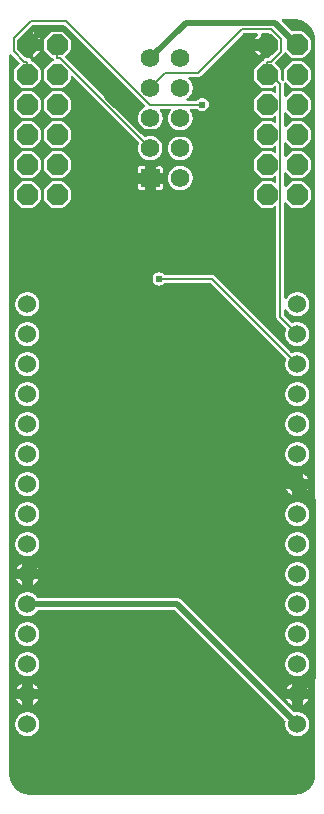
<source format=gbl>
G04 Layer: BottomLayer*
G04 EasyEDA v6.3.22, 2020-02-26T16:32:33+01:00*
G04 ac0fba72113b465c8b3373fc4e38c277,2f1dc3ff27c442d188d0821d71f234e9,10*
G04 Gerber Generator version 0.2*
G04 Scale: 100 percent, Rotated: No, Reflected: No *
G04 Dimensions in millimeters *
G04 leading zeros omitted , absolute positions ,3 integer and 3 decimal *
%FSLAX33Y33*%
%MOMM*%
G90*
G71D02*

%ADD11C,0.499999*%
%ADD12C,0.159995*%
%ADD13C,0.610006*%
%ADD14C,1.524000*%
%ADD16C,1.574800*%

%LPD*%
G36*
G01X24416Y65910D02*
G01X23443Y65910D01*
G01X23428Y65909D01*
G01X23414Y65906D01*
G01X23401Y65901D01*
G01X23388Y65894D01*
G01X23376Y65885D01*
G01X23366Y65875D01*
G01X23357Y65863D01*
G01X23350Y65851D01*
G01X23345Y65837D01*
G01X23342Y65823D01*
G01X23341Y65808D01*
G01X23342Y65793D01*
G01X23346Y65777D01*
G01X23352Y65762D01*
G01X23360Y65748D01*
G01X24200Y64908D01*
G01X24212Y64898D01*
G01X24225Y64889D01*
G01X24240Y64883D01*
G01X24255Y64879D01*
G01X24271Y64878D01*
G01X24997Y64878D01*
G01X25022Y64877D01*
G01X25047Y64873D01*
G01X25072Y64867D01*
G01X25095Y64859D01*
G01X25118Y64848D01*
G01X25140Y64835D01*
G01X25160Y64820D01*
G01X25179Y64803D01*
G01X25687Y64295D01*
G01X25704Y64276D01*
G01X25719Y64256D01*
G01X25732Y64234D01*
G01X25743Y64211D01*
G01X25751Y64188D01*
G01X25757Y64163D01*
G01X25761Y64138D01*
G01X25762Y64113D01*
G01X25762Y63394D01*
G01X25761Y63369D01*
G01X25757Y63344D01*
G01X25751Y63319D01*
G01X25743Y63296D01*
G01X25732Y63273D01*
G01X25719Y63251D01*
G01X25704Y63231D01*
G01X25687Y63212D01*
G01X25179Y62704D01*
G01X25160Y62687D01*
G01X25140Y62672D01*
G01X25118Y62659D01*
G01X25095Y62648D01*
G01X25072Y62640D01*
G01X25047Y62634D01*
G01X25022Y62630D01*
G01X24997Y62629D01*
G01X24278Y62629D01*
G01X24253Y62630D01*
G01X24228Y62634D01*
G01X24203Y62640D01*
G01X24180Y62648D01*
G01X24157Y62659D01*
G01X24135Y62672D01*
G01X24115Y62687D01*
G01X24096Y62704D01*
G01X23706Y63095D01*
G01X23694Y63105D01*
G01X23680Y63113D01*
G01X23665Y63120D01*
G01X23650Y63123D01*
G01X23634Y63124D01*
G01X23618Y63123D01*
G01X23603Y63120D01*
G01X23588Y63113D01*
G01X23575Y63105D01*
G01X23563Y63096D01*
G01X23553Y63084D01*
G01X23544Y63070D01*
G01X23538Y63056D01*
G01X23527Y63028D01*
G01X23513Y63001D01*
G01X23497Y62975D01*
G01X23478Y62951D01*
G01X23458Y62929D01*
G01X22786Y62259D01*
G01X22776Y62247D01*
G01X22768Y62234D01*
G01X22761Y62219D01*
G01X22758Y62203D01*
G01X22756Y62187D01*
G01X22758Y62171D01*
G01X22761Y62156D01*
G01X22768Y62141D01*
G01X22776Y62127D01*
G01X22786Y62115D01*
G01X23147Y61755D01*
G01X23164Y61736D01*
G01X23179Y61716D01*
G01X23192Y61694D01*
G01X23203Y61671D01*
G01X23211Y61648D01*
G01X23217Y61623D01*
G01X23221Y61598D01*
G01X23222Y61573D01*
G01X23222Y60896D01*
G01X23223Y60880D01*
G01X23227Y60865D01*
G01X23233Y60850D01*
G01X23242Y60836D01*
G01X23252Y60824D01*
G01X23343Y60733D01*
G01X23355Y60723D01*
G01X23369Y60715D01*
G01X23383Y60709D01*
G01X23398Y60705D01*
G01X23414Y60704D01*
G01X23429Y60705D01*
G01X23443Y60708D01*
G01X23457Y60713D01*
G01X23470Y60720D01*
G01X23481Y60729D01*
G01X23491Y60739D01*
G01X23500Y60751D01*
G01X23507Y60763D01*
G01X23512Y60777D01*
G01X23515Y60791D01*
G01X23516Y60806D01*
G01X23515Y60819D01*
G01X23513Y60854D01*
G01X23513Y61573D01*
G01X23514Y61598D01*
G01X23518Y61623D01*
G01X23524Y61648D01*
G01X23532Y61671D01*
G01X23543Y61694D01*
G01X23556Y61716D01*
G01X23571Y61736D01*
G01X23588Y61755D01*
G01X24096Y62263D01*
G01X24115Y62280D01*
G01X24135Y62295D01*
G01X24157Y62308D01*
G01X24180Y62319D01*
G01X24203Y62327D01*
G01X24228Y62333D01*
G01X24253Y62337D01*
G01X24278Y62338D01*
G01X24997Y62338D01*
G01X25022Y62337D01*
G01X25047Y62333D01*
G01X25072Y62327D01*
G01X25095Y62319D01*
G01X25118Y62308D01*
G01X25140Y62295D01*
G01X25160Y62280D01*
G01X25179Y62263D01*
G01X25687Y61755D01*
G01X25704Y61736D01*
G01X25719Y61716D01*
G01X25732Y61694D01*
G01X25743Y61671D01*
G01X25751Y61648D01*
G01X25757Y61623D01*
G01X25761Y61598D01*
G01X25762Y61573D01*
G01X25762Y60854D01*
G01X25761Y60829D01*
G01X25757Y60804D01*
G01X25751Y60779D01*
G01X25743Y60756D01*
G01X25732Y60733D01*
G01X25719Y60711D01*
G01X25704Y60691D01*
G01X25687Y60672D01*
G01X25179Y60164D01*
G01X25160Y60147D01*
G01X25140Y60132D01*
G01X25118Y60119D01*
G01X25095Y60108D01*
G01X25072Y60100D01*
G01X25047Y60094D01*
G01X25022Y60090D01*
G01X24997Y60089D01*
G01X24278Y60089D01*
G01X24253Y60090D01*
G01X24228Y60094D01*
G01X24203Y60100D01*
G01X24180Y60108D01*
G01X24157Y60119D01*
G01X24135Y60132D01*
G01X24115Y60147D01*
G01X24096Y60164D01*
G01X23711Y60549D01*
G01X23699Y60559D01*
G01X23686Y60568D01*
G01X23671Y60574D01*
G01X23656Y60577D01*
G01X23639Y60579D01*
G01X23625Y60577D01*
G01X23611Y60574D01*
G01X23597Y60569D01*
G01X23584Y60563D01*
G01X23573Y60554D01*
G01X23563Y60544D01*
G01X23554Y60532D01*
G01X23547Y60520D01*
G01X23542Y60506D01*
G01X23539Y60492D01*
G01X23538Y60477D01*
G01X23540Y60457D01*
G01X23545Y60424D01*
G01X23546Y60391D01*
G01X23546Y59418D01*
G01X23548Y59404D01*
G01X23551Y59390D01*
G01X23556Y59376D01*
G01X23563Y59363D01*
G01X23571Y59352D01*
G01X23582Y59342D01*
G01X23593Y59333D01*
G01X23606Y59326D01*
G01X23619Y59321D01*
G01X23634Y59318D01*
G01X23648Y59317D01*
G01X23664Y59318D01*
G01X23679Y59322D01*
G01X23694Y59328D01*
G01X23708Y59336D01*
G01X23720Y59347D01*
G01X24096Y59723D01*
G01X24115Y59740D01*
G01X24135Y59755D01*
G01X24157Y59768D01*
G01X24180Y59779D01*
G01X24203Y59787D01*
G01X24228Y59793D01*
G01X24253Y59797D01*
G01X24278Y59798D01*
G01X24997Y59798D01*
G01X25022Y59797D01*
G01X25047Y59793D01*
G01X25072Y59787D01*
G01X25095Y59779D01*
G01X25118Y59768D01*
G01X25140Y59755D01*
G01X25160Y59740D01*
G01X25179Y59723D01*
G01X25687Y59215D01*
G01X25704Y59196D01*
G01X25719Y59176D01*
G01X25732Y59154D01*
G01X25743Y59131D01*
G01X25751Y59108D01*
G01X25757Y59083D01*
G01X25761Y59058D01*
G01X25762Y59033D01*
G01X25762Y58314D01*
G01X25761Y58289D01*
G01X25757Y58264D01*
G01X25751Y58239D01*
G01X25743Y58216D01*
G01X25732Y58193D01*
G01X25719Y58171D01*
G01X25704Y58151D01*
G01X25687Y58132D01*
G01X25179Y57624D01*
G01X25160Y57607D01*
G01X25140Y57592D01*
G01X25118Y57579D01*
G01X25095Y57568D01*
G01X25072Y57560D01*
G01X25047Y57554D01*
G01X25022Y57550D01*
G01X24997Y57549D01*
G01X24278Y57549D01*
G01X24253Y57550D01*
G01X24228Y57554D01*
G01X24203Y57560D01*
G01X24180Y57568D01*
G01X24157Y57579D01*
G01X24135Y57592D01*
G01X24115Y57607D01*
G01X24096Y57624D01*
G01X23720Y58000D01*
G01X23708Y58011D01*
G01X23694Y58019D01*
G01X23679Y58025D01*
G01X23664Y58029D01*
G01X23648Y58030D01*
G01X23634Y58029D01*
G01X23619Y58026D01*
G01X23606Y58021D01*
G01X23593Y58014D01*
G01X23582Y58005D01*
G01X23571Y57995D01*
G01X23563Y57984D01*
G01X23556Y57971D01*
G01X23551Y57957D01*
G01X23548Y57943D01*
G01X23546Y57929D01*
G01X23546Y56878D01*
G01X23548Y56864D01*
G01X23551Y56850D01*
G01X23556Y56836D01*
G01X23563Y56823D01*
G01X23571Y56812D01*
G01X23582Y56802D01*
G01X23593Y56793D01*
G01X23606Y56786D01*
G01X23619Y56781D01*
G01X23634Y56778D01*
G01X23648Y56777D01*
G01X23664Y56778D01*
G01X23679Y56782D01*
G01X23694Y56788D01*
G01X23708Y56796D01*
G01X23720Y56807D01*
G01X24096Y57183D01*
G01X24115Y57200D01*
G01X24135Y57215D01*
G01X24157Y57228D01*
G01X24180Y57239D01*
G01X24203Y57247D01*
G01X24228Y57253D01*
G01X24253Y57257D01*
G01X24278Y57258D01*
G01X24997Y57258D01*
G01X25022Y57257D01*
G01X25047Y57253D01*
G01X25072Y57247D01*
G01X25095Y57239D01*
G01X25118Y57228D01*
G01X25140Y57215D01*
G01X25160Y57200D01*
G01X25179Y57183D01*
G01X25687Y56675D01*
G01X25704Y56656D01*
G01X25719Y56636D01*
G01X25732Y56614D01*
G01X25743Y56591D01*
G01X25751Y56568D01*
G01X25757Y56543D01*
G01X25761Y56518D01*
G01X25762Y56493D01*
G01X25762Y55774D01*
G01X25761Y55749D01*
G01X25757Y55724D01*
G01X25751Y55699D01*
G01X25743Y55676D01*
G01X25732Y55653D01*
G01X25719Y55631D01*
G01X25704Y55611D01*
G01X25687Y55592D01*
G01X25179Y55084D01*
G01X25160Y55067D01*
G01X25140Y55052D01*
G01X25118Y55039D01*
G01X25095Y55028D01*
G01X25072Y55020D01*
G01X25047Y55014D01*
G01X25022Y55010D01*
G01X24997Y55009D01*
G01X24278Y55009D01*
G01X24253Y55010D01*
G01X24228Y55014D01*
G01X24203Y55020D01*
G01X24180Y55028D01*
G01X24157Y55039D01*
G01X24135Y55052D01*
G01X24115Y55067D01*
G01X24096Y55084D01*
G01X23720Y55460D01*
G01X23708Y55471D01*
G01X23694Y55479D01*
G01X23679Y55485D01*
G01X23664Y55489D01*
G01X23648Y55490D01*
G01X23634Y55489D01*
G01X23619Y55486D01*
G01X23606Y55481D01*
G01X23593Y55474D01*
G01X23582Y55465D01*
G01X23571Y55455D01*
G01X23563Y55444D01*
G01X23556Y55431D01*
G01X23551Y55417D01*
G01X23548Y55403D01*
G01X23546Y55389D01*
G01X23546Y54338D01*
G01X23548Y54324D01*
G01X23551Y54310D01*
G01X23556Y54296D01*
G01X23563Y54283D01*
G01X23571Y54272D01*
G01X23582Y54262D01*
G01X23593Y54253D01*
G01X23606Y54246D01*
G01X23619Y54241D01*
G01X23634Y54238D01*
G01X23648Y54237D01*
G01X23664Y54238D01*
G01X23679Y54242D01*
G01X23694Y54248D01*
G01X23708Y54256D01*
G01X23720Y54267D01*
G01X24096Y54643D01*
G01X24115Y54660D01*
G01X24135Y54675D01*
G01X24157Y54688D01*
G01X24180Y54699D01*
G01X24203Y54707D01*
G01X24228Y54713D01*
G01X24253Y54717D01*
G01X24278Y54718D01*
G01X24997Y54718D01*
G01X25022Y54717D01*
G01X25047Y54713D01*
G01X25072Y54707D01*
G01X25095Y54699D01*
G01X25118Y54688D01*
G01X25140Y54675D01*
G01X25160Y54660D01*
G01X25179Y54643D01*
G01X25687Y54135D01*
G01X25704Y54116D01*
G01X25719Y54096D01*
G01X25732Y54074D01*
G01X25743Y54051D01*
G01X25751Y54028D01*
G01X25757Y54003D01*
G01X25761Y53978D01*
G01X25762Y53953D01*
G01X25762Y53234D01*
G01X25761Y53209D01*
G01X25757Y53184D01*
G01X25751Y53159D01*
G01X25743Y53136D01*
G01X25732Y53113D01*
G01X25719Y53091D01*
G01X25704Y53071D01*
G01X25687Y53052D01*
G01X25179Y52544D01*
G01X25160Y52527D01*
G01X25140Y52512D01*
G01X25118Y52499D01*
G01X25095Y52488D01*
G01X25072Y52480D01*
G01X25047Y52474D01*
G01X25022Y52470D01*
G01X24997Y52469D01*
G01X24278Y52469D01*
G01X24253Y52470D01*
G01X24228Y52474D01*
G01X24203Y52480D01*
G01X24180Y52488D01*
G01X24157Y52499D01*
G01X24135Y52512D01*
G01X24115Y52527D01*
G01X24096Y52544D01*
G01X23720Y52920D01*
G01X23708Y52931D01*
G01X23694Y52939D01*
G01X23679Y52945D01*
G01X23664Y52949D01*
G01X23648Y52950D01*
G01X23634Y52949D01*
G01X23619Y52946D01*
G01X23606Y52941D01*
G01X23593Y52934D01*
G01X23582Y52925D01*
G01X23571Y52915D01*
G01X23563Y52904D01*
G01X23556Y52891D01*
G01X23551Y52877D01*
G01X23548Y52863D01*
G01X23546Y52849D01*
G01X23546Y51798D01*
G01X23548Y51784D01*
G01X23551Y51770D01*
G01X23556Y51756D01*
G01X23563Y51743D01*
G01X23571Y51732D01*
G01X23582Y51722D01*
G01X23593Y51713D01*
G01X23606Y51706D01*
G01X23619Y51701D01*
G01X23634Y51698D01*
G01X23648Y51697D01*
G01X23664Y51698D01*
G01X23679Y51702D01*
G01X23694Y51708D01*
G01X23708Y51716D01*
G01X23720Y51727D01*
G01X24096Y52103D01*
G01X24115Y52120D01*
G01X24135Y52135D01*
G01X24157Y52148D01*
G01X24180Y52159D01*
G01X24203Y52167D01*
G01X24228Y52173D01*
G01X24253Y52177D01*
G01X24278Y52178D01*
G01X24997Y52178D01*
G01X25022Y52177D01*
G01X25047Y52173D01*
G01X25072Y52167D01*
G01X25095Y52159D01*
G01X25118Y52148D01*
G01X25140Y52135D01*
G01X25160Y52120D01*
G01X25179Y52103D01*
G01X25687Y51595D01*
G01X25704Y51576D01*
G01X25719Y51556D01*
G01X25732Y51534D01*
G01X25743Y51511D01*
G01X25751Y51488D01*
G01X25757Y51463D01*
G01X25761Y51438D01*
G01X25762Y51413D01*
G01X25762Y50694D01*
G01X25761Y50669D01*
G01X25757Y50644D01*
G01X25751Y50619D01*
G01X25743Y50596D01*
G01X25732Y50573D01*
G01X25719Y50551D01*
G01X25704Y50531D01*
G01X25687Y50512D01*
G01X25179Y50004D01*
G01X25160Y49987D01*
G01X25140Y49972D01*
G01X25118Y49959D01*
G01X25095Y49948D01*
G01X25072Y49940D01*
G01X25047Y49934D01*
G01X25022Y49930D01*
G01X24997Y49929D01*
G01X24278Y49929D01*
G01X24253Y49930D01*
G01X24228Y49934D01*
G01X24203Y49940D01*
G01X24180Y49948D01*
G01X24157Y49959D01*
G01X24135Y49972D01*
G01X24115Y49987D01*
G01X24096Y50004D01*
G01X23720Y50380D01*
G01X23708Y50391D01*
G01X23694Y50399D01*
G01X23679Y50405D01*
G01X23664Y50409D01*
G01X23648Y50410D01*
G01X23634Y50409D01*
G01X23619Y50406D01*
G01X23606Y50401D01*
G01X23593Y50394D01*
G01X23582Y50385D01*
G01X23571Y50375D01*
G01X23563Y50364D01*
G01X23556Y50351D01*
G01X23551Y50337D01*
G01X23548Y50323D01*
G01X23546Y50309D01*
G01X23546Y42308D01*
G01X23548Y42294D01*
G01X23551Y42279D01*
G01X23556Y42266D01*
G01X23563Y42253D01*
G01X23571Y42241D01*
G01X23582Y42231D01*
G01X23593Y42222D01*
G01X23606Y42215D01*
G01X23619Y42210D01*
G01X23634Y42207D01*
G01X23648Y42206D01*
G01X23664Y42207D01*
G01X23679Y42211D01*
G01X23694Y42217D01*
G01X23707Y42225D01*
G01X23719Y42235D01*
G01X23730Y42247D01*
G01X23738Y42260D01*
G01X23760Y42300D01*
G01X23785Y42339D01*
G01X23810Y42377D01*
G01X23838Y42414D01*
G01X23867Y42449D01*
G01X23898Y42483D01*
G01X23931Y42516D01*
G01X23964Y42547D01*
G01X23999Y42577D01*
G01X24036Y42604D01*
G01X24074Y42631D01*
G01X24113Y42655D01*
G01X24152Y42678D01*
G01X24194Y42699D01*
G01X24235Y42718D01*
G01X24278Y42736D01*
G01X24321Y42751D01*
G01X24365Y42764D01*
G01X24410Y42775D01*
G01X24455Y42784D01*
G01X24500Y42792D01*
G01X24546Y42797D01*
G01X24592Y42800D01*
G01X24638Y42801D01*
G01X24683Y42800D01*
G01X24729Y42797D01*
G01X24774Y42792D01*
G01X24819Y42785D01*
G01X24864Y42776D01*
G01X24908Y42764D01*
G01X24952Y42751D01*
G01X24996Y42736D01*
G01X25038Y42719D01*
G01X25079Y42700D01*
G01X25120Y42680D01*
G01X25160Y42657D01*
G01X25199Y42632D01*
G01X25236Y42606D01*
G01X25273Y42579D01*
G01X25308Y42550D01*
G01X25342Y42519D01*
G01X25374Y42487D01*
G01X25405Y42453D01*
G01X25434Y42418D01*
G01X25461Y42381D01*
G01X25487Y42344D01*
G01X25512Y42305D01*
G01X25535Y42265D01*
G01X25555Y42224D01*
G01X25574Y42183D01*
G01X25591Y42141D01*
G01X25606Y42097D01*
G01X25619Y42053D01*
G01X25631Y42009D01*
G01X25640Y41964D01*
G01X25647Y41919D01*
G01X25652Y41874D01*
G01X25655Y41828D01*
G01X25656Y41783D01*
G01X25655Y41737D01*
G01X25652Y41691D01*
G01X25647Y41646D01*
G01X25640Y41601D01*
G01X25631Y41556D01*
G01X25619Y41512D01*
G01X25606Y41468D01*
G01X25591Y41424D01*
G01X25574Y41382D01*
G01X25555Y41341D01*
G01X25535Y41300D01*
G01X25512Y41260D01*
G01X25487Y41221D01*
G01X25461Y41184D01*
G01X25434Y41148D01*
G01X25405Y41112D01*
G01X25374Y41078D01*
G01X25342Y41046D01*
G01X25308Y41015D01*
G01X25273Y40986D01*
G01X25236Y40959D01*
G01X25199Y40933D01*
G01X25160Y40908D01*
G01X25120Y40885D01*
G01X25079Y40865D01*
G01X25038Y40846D01*
G01X24996Y40829D01*
G01X24952Y40814D01*
G01X24908Y40801D01*
G01X24864Y40789D01*
G01X24819Y40780D01*
G01X24774Y40773D01*
G01X24729Y40768D01*
G01X24683Y40765D01*
G01X24638Y40764D01*
G01X24592Y40765D01*
G01X24546Y40768D01*
G01X24500Y40773D01*
G01X24455Y40781D01*
G01X24410Y40790D01*
G01X24365Y40801D01*
G01X24321Y40814D01*
G01X24278Y40829D01*
G01X24235Y40847D01*
G01X24194Y40866D01*
G01X24152Y40887D01*
G01X24113Y40910D01*
G01X24074Y40934D01*
G01X24036Y40961D01*
G01X23999Y40988D01*
G01X23964Y41018D01*
G01X23931Y41049D01*
G01X23898Y41082D01*
G01X23867Y41116D01*
G01X23838Y41151D01*
G01X23810Y41188D01*
G01X23785Y41226D01*
G01X23760Y41265D01*
G01X23738Y41305D01*
G01X23730Y41318D01*
G01X23719Y41330D01*
G01X23707Y41340D01*
G01X23694Y41348D01*
G01X23679Y41354D01*
G01X23664Y41358D01*
G01X23648Y41359D01*
G01X23634Y41358D01*
G01X23619Y41355D01*
G01X23606Y41350D01*
G01X23593Y41343D01*
G01X23582Y41334D01*
G01X23571Y41324D01*
G01X23563Y41312D01*
G01X23556Y41299D01*
G01X23551Y41286D01*
G01X23548Y41271D01*
G01X23546Y41257D01*
G01X23546Y40851D01*
G01X23548Y40836D01*
G01X23551Y40820D01*
G01X23557Y40805D01*
G01X23566Y40792D01*
G01X23576Y40780D01*
G01X24146Y40209D01*
G01X24158Y40199D01*
G01X24172Y40191D01*
G01X24187Y40185D01*
G01X24203Y40181D01*
G01X24218Y40180D01*
G01X24238Y40181D01*
G01X24257Y40187D01*
G01X24302Y40204D01*
G01X24348Y40219D01*
G01X24396Y40232D01*
G01X24443Y40242D01*
G01X24492Y40250D01*
G01X24540Y40256D01*
G01X24589Y40260D01*
G01X24638Y40261D01*
G01X24683Y40260D01*
G01X24729Y40257D01*
G01X24774Y40252D01*
G01X24819Y40245D01*
G01X24864Y40236D01*
G01X24908Y40224D01*
G01X24952Y40211D01*
G01X24996Y40196D01*
G01X25038Y40179D01*
G01X25079Y40160D01*
G01X25120Y40140D01*
G01X25160Y40117D01*
G01X25199Y40092D01*
G01X25236Y40066D01*
G01X25273Y40039D01*
G01X25308Y40010D01*
G01X25342Y39979D01*
G01X25374Y39947D01*
G01X25405Y39913D01*
G01X25434Y39878D01*
G01X25461Y39841D01*
G01X25487Y39804D01*
G01X25512Y39765D01*
G01X25535Y39725D01*
G01X25555Y39684D01*
G01X25574Y39643D01*
G01X25591Y39601D01*
G01X25606Y39557D01*
G01X25619Y39513D01*
G01X25631Y39469D01*
G01X25640Y39424D01*
G01X25647Y39379D01*
G01X25652Y39334D01*
G01X25655Y39288D01*
G01X25656Y39243D01*
G01X25655Y39197D01*
G01X25652Y39151D01*
G01X25647Y39106D01*
G01X25640Y39061D01*
G01X25631Y39016D01*
G01X25619Y38972D01*
G01X25606Y38928D01*
G01X25591Y38884D01*
G01X25574Y38842D01*
G01X25555Y38801D01*
G01X25535Y38760D01*
G01X25512Y38720D01*
G01X25487Y38681D01*
G01X25461Y38644D01*
G01X25434Y38608D01*
G01X25405Y38572D01*
G01X25374Y38538D01*
G01X25342Y38506D01*
G01X25308Y38475D01*
G01X25273Y38446D01*
G01X25236Y38419D01*
G01X25199Y38393D01*
G01X25160Y38368D01*
G01X25120Y38345D01*
G01X25079Y38325D01*
G01X25038Y38306D01*
G01X24996Y38289D01*
G01X24952Y38274D01*
G01X24908Y38261D01*
G01X24864Y38249D01*
G01X24819Y38240D01*
G01X24774Y38233D01*
G01X24729Y38228D01*
G01X24683Y38225D01*
G01X24638Y38224D01*
G01X24592Y38225D01*
G01X24546Y38228D01*
G01X24501Y38233D01*
G01X24456Y38240D01*
G01X24411Y38249D01*
G01X24367Y38261D01*
G01X24323Y38274D01*
G01X24279Y38289D01*
G01X24237Y38306D01*
G01X24196Y38325D01*
G01X24155Y38345D01*
G01X24115Y38368D01*
G01X24076Y38393D01*
G01X24039Y38419D01*
G01X24003Y38446D01*
G01X23967Y38475D01*
G01X23933Y38506D01*
G01X23901Y38538D01*
G01X23870Y38572D01*
G01X23841Y38608D01*
G01X23814Y38644D01*
G01X23788Y38681D01*
G01X23763Y38720D01*
G01X23740Y38760D01*
G01X23720Y38801D01*
G01X23701Y38842D01*
G01X23684Y38884D01*
G01X23669Y38928D01*
G01X23656Y38972D01*
G01X23644Y39016D01*
G01X23635Y39061D01*
G01X23628Y39106D01*
G01X23623Y39151D01*
G01X23620Y39197D01*
G01X23619Y39243D01*
G01X23620Y39291D01*
G01X23624Y39340D01*
G01X23630Y39388D01*
G01X23638Y39437D01*
G01X23648Y39484D01*
G01X23661Y39532D01*
G01X23676Y39578D01*
G01X23693Y39624D01*
G01X23699Y39642D01*
G01X23700Y39662D01*
G01X23699Y39677D01*
G01X23695Y39693D01*
G01X23689Y39708D01*
G01X23681Y39722D01*
G01X23671Y39734D01*
G01X22972Y40432D01*
G01X22954Y40452D01*
G01X22938Y40472D01*
G01X22923Y40494D01*
G01X22910Y40517D01*
G01X22899Y40541D01*
G01X22890Y40566D01*
G01X22883Y40591D01*
G01X22878Y40617D01*
G01X22875Y40644D01*
G01X22874Y40670D01*
G01X22874Y49994D01*
G01X22872Y50008D01*
G01X22869Y50022D01*
G01X22864Y50036D01*
G01X22857Y50049D01*
G01X22849Y50060D01*
G01X22838Y50071D01*
G01X22827Y50079D01*
G01X22814Y50086D01*
G01X22801Y50091D01*
G01X22786Y50094D01*
G01X22772Y50095D01*
G01X22756Y50094D01*
G01X22741Y50090D01*
G01X22726Y50084D01*
G01X22712Y50076D01*
G01X22700Y50065D01*
G01X22639Y50004D01*
G01X22620Y49987D01*
G01X22600Y49972D01*
G01X22578Y49959D01*
G01X22555Y49948D01*
G01X22532Y49940D01*
G01X22507Y49934D01*
G01X22482Y49930D01*
G01X22457Y49929D01*
G01X21738Y49929D01*
G01X21713Y49930D01*
G01X21688Y49934D01*
G01X21663Y49940D01*
G01X21640Y49948D01*
G01X21617Y49959D01*
G01X21595Y49972D01*
G01X21575Y49987D01*
G01X21556Y50004D01*
G01X21048Y50512D01*
G01X21031Y50531D01*
G01X21016Y50551D01*
G01X21003Y50573D01*
G01X20992Y50596D01*
G01X20984Y50619D01*
G01X20978Y50644D01*
G01X20974Y50669D01*
G01X20973Y50694D01*
G01X20973Y51413D01*
G01X20974Y51438D01*
G01X20978Y51463D01*
G01X20984Y51488D01*
G01X20992Y51511D01*
G01X21003Y51534D01*
G01X21016Y51556D01*
G01X21031Y51576D01*
G01X21048Y51595D01*
G01X21556Y52103D01*
G01X21575Y52120D01*
G01X21595Y52135D01*
G01X21617Y52148D01*
G01X21640Y52159D01*
G01X21663Y52167D01*
G01X21688Y52173D01*
G01X21713Y52177D01*
G01X21738Y52178D01*
G01X22457Y52178D01*
G01X22482Y52177D01*
G01X22507Y52173D01*
G01X22532Y52167D01*
G01X22555Y52159D01*
G01X22578Y52148D01*
G01X22600Y52135D01*
G01X22620Y52120D01*
G01X22639Y52103D01*
G01X22700Y52042D01*
G01X22712Y52031D01*
G01X22726Y52023D01*
G01X22741Y52017D01*
G01X22756Y52013D01*
G01X22772Y52012D01*
G01X22786Y52013D01*
G01X22801Y52016D01*
G01X22814Y52021D01*
G01X22827Y52028D01*
G01X22838Y52036D01*
G01X22849Y52047D01*
G01X22857Y52058D01*
G01X22864Y52071D01*
G01X22869Y52085D01*
G01X22872Y52099D01*
G01X22874Y52113D01*
G01X22874Y52534D01*
G01X22872Y52548D01*
G01X22869Y52562D01*
G01X22864Y52576D01*
G01X22857Y52589D01*
G01X22849Y52600D01*
G01X22838Y52611D01*
G01X22827Y52619D01*
G01X22814Y52626D01*
G01X22801Y52631D01*
G01X22786Y52634D01*
G01X22772Y52635D01*
G01X22756Y52634D01*
G01X22741Y52630D01*
G01X22726Y52624D01*
G01X22712Y52616D01*
G01X22700Y52605D01*
G01X22639Y52544D01*
G01X22620Y52527D01*
G01X22600Y52512D01*
G01X22578Y52499D01*
G01X22555Y52488D01*
G01X22532Y52480D01*
G01X22507Y52474D01*
G01X22482Y52470D01*
G01X22457Y52469D01*
G01X21738Y52469D01*
G01X21713Y52470D01*
G01X21688Y52474D01*
G01X21663Y52480D01*
G01X21640Y52488D01*
G01X21617Y52499D01*
G01X21595Y52512D01*
G01X21575Y52527D01*
G01X21556Y52544D01*
G01X21048Y53052D01*
G01X21031Y53071D01*
G01X21016Y53091D01*
G01X21003Y53113D01*
G01X20992Y53136D01*
G01X20984Y53159D01*
G01X20978Y53184D01*
G01X20974Y53209D01*
G01X20973Y53234D01*
G01X20973Y53953D01*
G01X20974Y53978D01*
G01X20978Y54003D01*
G01X20984Y54028D01*
G01X20992Y54051D01*
G01X21003Y54074D01*
G01X21016Y54096D01*
G01X21031Y54116D01*
G01X21048Y54135D01*
G01X21556Y54643D01*
G01X21575Y54660D01*
G01X21595Y54675D01*
G01X21617Y54688D01*
G01X21640Y54699D01*
G01X21663Y54707D01*
G01X21688Y54713D01*
G01X21713Y54717D01*
G01X21738Y54718D01*
G01X22457Y54718D01*
G01X22482Y54717D01*
G01X22507Y54713D01*
G01X22532Y54707D01*
G01X22555Y54699D01*
G01X22578Y54688D01*
G01X22600Y54675D01*
G01X22620Y54660D01*
G01X22639Y54643D01*
G01X22700Y54582D01*
G01X22712Y54571D01*
G01X22726Y54563D01*
G01X22741Y54557D01*
G01X22756Y54553D01*
G01X22772Y54552D01*
G01X22786Y54553D01*
G01X22801Y54556D01*
G01X22814Y54561D01*
G01X22827Y54568D01*
G01X22838Y54576D01*
G01X22849Y54587D01*
G01X22857Y54598D01*
G01X22864Y54611D01*
G01X22869Y54625D01*
G01X22872Y54639D01*
G01X22874Y54653D01*
G01X22874Y55074D01*
G01X22872Y55088D01*
G01X22869Y55102D01*
G01X22864Y55116D01*
G01X22857Y55129D01*
G01X22849Y55140D01*
G01X22838Y55151D01*
G01X22827Y55159D01*
G01X22814Y55166D01*
G01X22801Y55171D01*
G01X22786Y55174D01*
G01X22772Y55175D01*
G01X22756Y55174D01*
G01X22741Y55170D01*
G01X22726Y55164D01*
G01X22712Y55156D01*
G01X22700Y55145D01*
G01X22639Y55084D01*
G01X22620Y55067D01*
G01X22600Y55052D01*
G01X22578Y55039D01*
G01X22555Y55028D01*
G01X22532Y55020D01*
G01X22507Y55014D01*
G01X22482Y55010D01*
G01X22457Y55009D01*
G01X21738Y55009D01*
G01X21713Y55010D01*
G01X21688Y55014D01*
G01X21663Y55020D01*
G01X21640Y55028D01*
G01X21617Y55039D01*
G01X21595Y55052D01*
G01X21575Y55067D01*
G01X21556Y55084D01*
G01X21048Y55592D01*
G01X21031Y55611D01*
G01X21016Y55631D01*
G01X21003Y55653D01*
G01X20992Y55676D01*
G01X20984Y55699D01*
G01X20978Y55724D01*
G01X20974Y55749D01*
G01X20973Y55774D01*
G01X20973Y56493D01*
G01X20974Y56518D01*
G01X20978Y56543D01*
G01X20984Y56568D01*
G01X20992Y56591D01*
G01X21003Y56614D01*
G01X21016Y56636D01*
G01X21031Y56656D01*
G01X21048Y56675D01*
G01X21556Y57183D01*
G01X21575Y57200D01*
G01X21595Y57215D01*
G01X21617Y57228D01*
G01X21640Y57239D01*
G01X21663Y57247D01*
G01X21688Y57253D01*
G01X21713Y57257D01*
G01X21738Y57258D01*
G01X22457Y57258D01*
G01X22482Y57257D01*
G01X22507Y57253D01*
G01X22532Y57247D01*
G01X22555Y57239D01*
G01X22578Y57228D01*
G01X22600Y57215D01*
G01X22620Y57200D01*
G01X22639Y57183D01*
G01X22700Y57122D01*
G01X22712Y57111D01*
G01X22726Y57103D01*
G01X22741Y57097D01*
G01X22756Y57093D01*
G01X22772Y57092D01*
G01X22786Y57093D01*
G01X22801Y57096D01*
G01X22814Y57101D01*
G01X22827Y57108D01*
G01X22838Y57116D01*
G01X22849Y57127D01*
G01X22857Y57138D01*
G01X22864Y57151D01*
G01X22869Y57165D01*
G01X22872Y57179D01*
G01X22874Y57193D01*
G01X22874Y57614D01*
G01X22872Y57628D01*
G01X22869Y57642D01*
G01X22864Y57656D01*
G01X22857Y57669D01*
G01X22849Y57680D01*
G01X22838Y57691D01*
G01X22827Y57699D01*
G01X22814Y57706D01*
G01X22801Y57711D01*
G01X22786Y57714D01*
G01X22772Y57715D01*
G01X22756Y57714D01*
G01X22741Y57710D01*
G01X22726Y57704D01*
G01X22712Y57696D01*
G01X22700Y57685D01*
G01X22639Y57624D01*
G01X22620Y57607D01*
G01X22600Y57592D01*
G01X22578Y57579D01*
G01X22555Y57568D01*
G01X22532Y57560D01*
G01X22507Y57554D01*
G01X22482Y57550D01*
G01X22457Y57549D01*
G01X21738Y57549D01*
G01X21713Y57550D01*
G01X21688Y57554D01*
G01X21663Y57560D01*
G01X21640Y57568D01*
G01X21617Y57579D01*
G01X21595Y57592D01*
G01X21575Y57607D01*
G01X21556Y57624D01*
G01X21048Y58132D01*
G01X21031Y58151D01*
G01X21016Y58171D01*
G01X21003Y58193D01*
G01X20992Y58216D01*
G01X20984Y58239D01*
G01X20978Y58264D01*
G01X20974Y58289D01*
G01X20973Y58314D01*
G01X20973Y59033D01*
G01X20974Y59058D01*
G01X20978Y59083D01*
G01X20984Y59108D01*
G01X20992Y59131D01*
G01X21003Y59154D01*
G01X21016Y59176D01*
G01X21031Y59196D01*
G01X21048Y59215D01*
G01X21556Y59723D01*
G01X21575Y59740D01*
G01X21595Y59755D01*
G01X21617Y59768D01*
G01X21640Y59779D01*
G01X21663Y59787D01*
G01X21688Y59793D01*
G01X21713Y59797D01*
G01X21738Y59798D01*
G01X22457Y59798D01*
G01X22482Y59797D01*
G01X22507Y59793D01*
G01X22532Y59787D01*
G01X22555Y59779D01*
G01X22578Y59768D01*
G01X22600Y59755D01*
G01X22620Y59740D01*
G01X22639Y59723D01*
G01X22700Y59662D01*
G01X22712Y59651D01*
G01X22726Y59643D01*
G01X22741Y59637D01*
G01X22756Y59633D01*
G01X22772Y59632D01*
G01X22786Y59633D01*
G01X22801Y59636D01*
G01X22814Y59641D01*
G01X22827Y59648D01*
G01X22838Y59656D01*
G01X22849Y59667D01*
G01X22857Y59678D01*
G01X22864Y59691D01*
G01X22869Y59705D01*
G01X22872Y59719D01*
G01X22874Y59733D01*
G01X22874Y60154D01*
G01X22872Y60168D01*
G01X22869Y60182D01*
G01X22864Y60196D01*
G01X22857Y60209D01*
G01X22849Y60220D01*
G01X22838Y60231D01*
G01X22827Y60239D01*
G01X22814Y60246D01*
G01X22801Y60251D01*
G01X22786Y60254D01*
G01X22772Y60255D01*
G01X22756Y60254D01*
G01X22741Y60250D01*
G01X22726Y60244D01*
G01X22712Y60236D01*
G01X22700Y60225D01*
G01X22639Y60164D01*
G01X22620Y60147D01*
G01X22600Y60132D01*
G01X22578Y60119D01*
G01X22555Y60108D01*
G01X22532Y60100D01*
G01X22507Y60094D01*
G01X22482Y60090D01*
G01X22457Y60089D01*
G01X21738Y60089D01*
G01X21713Y60090D01*
G01X21688Y60094D01*
G01X21663Y60100D01*
G01X21640Y60108D01*
G01X21617Y60119D01*
G01X21595Y60132D01*
G01X21575Y60147D01*
G01X21556Y60164D01*
G01X21048Y60672D01*
G01X21031Y60691D01*
G01X21016Y60711D01*
G01X21003Y60733D01*
G01X20992Y60756D01*
G01X20984Y60779D01*
G01X20978Y60804D01*
G01X20974Y60829D01*
G01X20973Y60854D01*
G01X20973Y61573D01*
G01X20974Y61598D01*
G01X20978Y61623D01*
G01X20984Y61648D01*
G01X20992Y61671D01*
G01X21003Y61694D01*
G01X21016Y61716D01*
G01X21031Y61736D01*
G01X21048Y61755D01*
G01X21556Y62263D01*
G01X21576Y62280D01*
G01X21597Y62296D01*
G01X21618Y62309D01*
G01X21642Y62320D01*
G01X21667Y62328D01*
G01X21692Y62334D01*
G01X21706Y62338D01*
G01X21719Y62343D01*
G01X21731Y62350D01*
G01X21753Y62370D01*
G01X21761Y62382D01*
G01X21767Y62395D01*
G01X21772Y62408D01*
G01X21784Y62445D01*
G01X21800Y62481D01*
G01X21814Y62505D01*
G01X21830Y62528D01*
G01X21848Y62550D01*
G01X21868Y62569D01*
G01X21889Y62588D01*
G01X21912Y62604D01*
G01X21936Y62619D01*
G01X21961Y62631D01*
G01X21987Y62641D01*
G01X22014Y62650D01*
G01X22042Y62655D01*
G01X22070Y62659D01*
G01X22098Y62660D01*
G01X22194Y62660D01*
G01X22209Y62661D01*
G01X22225Y62665D01*
G01X22239Y62671D01*
G01X22253Y62680D01*
G01X22265Y62690D01*
G01X22565Y62989D01*
G01X22576Y63001D01*
G01X22584Y63015D01*
G01X22590Y63030D01*
G01X22594Y63045D01*
G01X22595Y63061D01*
G01X22595Y63256D01*
G01X22782Y63256D01*
G01X22797Y63257D01*
G01X22811Y63260D01*
G01X22824Y63265D01*
G01X22837Y63272D01*
G01X22848Y63281D01*
G01X22859Y63291D01*
G01X22868Y63302D01*
G01X22874Y63315D01*
G01X22879Y63329D01*
G01X22882Y63343D01*
G01X22884Y63358D01*
G01X22884Y64042D01*
G01X22882Y64057D01*
G01X22879Y64073D01*
G01X22873Y64088D01*
G01X22864Y64101D01*
G01X22854Y64114D01*
G01X22746Y64221D01*
G01X22734Y64232D01*
G01X22720Y64240D01*
G01X22705Y64246D01*
G01X22690Y64250D01*
G01X22674Y64251D01*
G01X22595Y64251D01*
G01X22595Y64329D01*
G01X22594Y64345D01*
G01X22590Y64361D01*
G01X22584Y64375D01*
G01X22576Y64389D01*
G01X22565Y64401D01*
G01X22293Y64672D01*
G01X22281Y64683D01*
G01X22267Y64691D01*
G01X22252Y64697D01*
G01X22237Y64701D01*
G01X22221Y64702D01*
G01X21701Y64702D01*
G01X21687Y64701D01*
G01X21673Y64698D01*
G01X21659Y64693D01*
G01X21646Y64686D01*
G01X21635Y64678D01*
G01X21625Y64667D01*
G01X21616Y64656D01*
G01X21609Y64643D01*
G01X21604Y64629D01*
G01X21601Y64615D01*
G01X21600Y64601D01*
G01X21600Y64251D01*
G01X21013Y64251D01*
G01X21029Y64274D01*
G01X21048Y64295D01*
G01X21282Y64529D01*
G01X21292Y64541D01*
G01X21301Y64555D01*
G01X21307Y64569D01*
G01X21311Y64585D01*
G01X21312Y64601D01*
G01X21311Y64615D01*
G01X21308Y64629D01*
G01X21302Y64643D01*
G01X21296Y64656D01*
G01X21287Y64667D01*
G01X21277Y64678D01*
G01X21265Y64686D01*
G01X21253Y64693D01*
G01X21239Y64698D01*
G01X21225Y64701D01*
G01X21211Y64702D01*
G01X20107Y64702D01*
G01X20091Y64701D01*
G01X20076Y64697D01*
G01X20061Y64691D01*
G01X20048Y64683D01*
G01X20036Y64672D01*
G01X16465Y61103D01*
G01X16446Y61084D01*
G01X16425Y61068D01*
G01X16403Y61053D01*
G01X16380Y61041D01*
G01X16357Y61030D01*
G01X16332Y61020D01*
G01X16306Y61013D01*
G01X16280Y61008D01*
G01X16254Y61005D01*
G01X16228Y61004D01*
G01X15519Y61004D01*
G01X15505Y61003D01*
G01X15490Y61000D01*
G01X15477Y60995D01*
G01X15464Y60988D01*
G01X15452Y60979D01*
G01X15442Y60969D01*
G01X15426Y60945D01*
G01X15421Y60931D01*
G01X15418Y60917D01*
G01X15417Y60903D01*
G01X15419Y60886D01*
G01X15423Y60870D01*
G01X15429Y60855D01*
G01X15438Y60841D01*
G01X15449Y60828D01*
G01X15483Y60795D01*
G01X15515Y60761D01*
G01X15545Y60725D01*
G01X15574Y60687D01*
G01X15601Y60649D01*
G01X15626Y60609D01*
G01X15649Y60568D01*
G01X15671Y60526D01*
G01X15691Y60483D01*
G01X15708Y60439D01*
G01X15724Y60395D01*
G01X15737Y60350D01*
G01X15749Y60304D01*
G01X15759Y60258D01*
G01X15766Y60212D01*
G01X15771Y60164D01*
G01X15774Y60118D01*
G01X15775Y60071D01*
G01X15774Y60023D01*
G01X15771Y59976D01*
G01X15766Y59928D01*
G01X15758Y59881D01*
G01X15749Y59834D01*
G01X15736Y59788D01*
G01X15723Y59743D01*
G01X15707Y59698D01*
G01X15689Y59653D01*
G01X15669Y59610D01*
G01X15646Y59568D01*
G01X15623Y59527D01*
G01X15597Y59487D01*
G01X15570Y59448D01*
G01X15540Y59410D01*
G01X15509Y59374D01*
G01X15477Y59339D01*
G01X15443Y59306D01*
G01X15407Y59274D01*
G01X15370Y59244D01*
G01X15331Y59216D01*
G01X15292Y59190D01*
G01X15280Y59181D01*
G01X15270Y59171D01*
G01X15261Y59159D01*
G01X15254Y59146D01*
G01X15249Y59133D01*
G01X15246Y59119D01*
G01X15245Y59104D01*
G01X15246Y59090D01*
G01X15249Y59075D01*
G01X15254Y59062D01*
G01X15261Y59049D01*
G01X15269Y59038D01*
G01X15280Y59027D01*
G01X15291Y59018D01*
G01X15304Y59012D01*
G01X15318Y59007D01*
G01X15332Y59004D01*
G01X15347Y59002D01*
G01X16108Y59002D01*
G01X16122Y59003D01*
G01X16137Y59006D01*
G01X16150Y59011D01*
G01X16163Y59018D01*
G01X16174Y59027D01*
G01X16184Y59037D01*
G01X16208Y59062D01*
G01X16233Y59085D01*
G01X16259Y59107D01*
G01X16286Y59127D01*
G01X16314Y59146D01*
G01X16344Y59163D01*
G01X16406Y59191D01*
G01X16438Y59202D01*
G01X16471Y59211D01*
G01X16504Y59218D01*
G01X16538Y59223D01*
G01X16572Y59226D01*
G01X16606Y59227D01*
G01X16640Y59226D01*
G01X16674Y59223D01*
G01X16707Y59218D01*
G01X16741Y59211D01*
G01X16773Y59202D01*
G01X16805Y59191D01*
G01X16837Y59178D01*
G01X16867Y59163D01*
G01X16897Y59146D01*
G01X16925Y59128D01*
G01X16952Y59108D01*
G01X16978Y59086D01*
G01X17003Y59063D01*
G01X17026Y59038D01*
G01X17048Y59012D01*
G01X17068Y58985D01*
G01X17087Y58956D01*
G01X17103Y58927D01*
G01X17118Y58897D01*
G01X17131Y58865D01*
G01X17142Y58833D01*
G01X17151Y58801D01*
G01X17158Y58767D01*
G01X17163Y58733D01*
G01X17166Y58700D01*
G01X17167Y58666D01*
G01X17166Y58632D01*
G01X17163Y58598D01*
G01X17158Y58565D01*
G01X17151Y58531D01*
G01X17142Y58499D01*
G01X17131Y58467D01*
G01X17118Y58435D01*
G01X17103Y58405D01*
G01X17087Y58375D01*
G01X17068Y58347D01*
G01X17048Y58319D01*
G01X17026Y58294D01*
G01X17003Y58269D01*
G01X16978Y58246D01*
G01X16952Y58224D01*
G01X16925Y58204D01*
G01X16897Y58185D01*
G01X16867Y58169D01*
G01X16837Y58154D01*
G01X16805Y58141D01*
G01X16773Y58130D01*
G01X16741Y58121D01*
G01X16707Y58114D01*
G01X16674Y58109D01*
G01X16640Y58106D01*
G01X16606Y58105D01*
G01X16572Y58106D01*
G01X16538Y58109D01*
G01X16504Y58114D01*
G01X16471Y58121D01*
G01X16438Y58130D01*
G01X16406Y58141D01*
G01X16375Y58154D01*
G01X16344Y58169D01*
G01X16314Y58186D01*
G01X16286Y58205D01*
G01X16259Y58225D01*
G01X16233Y58247D01*
G01X16208Y58270D01*
G01X16184Y58295D01*
G01X16174Y58305D01*
G01X16163Y58313D01*
G01X16150Y58320D01*
G01X16137Y58326D01*
G01X16122Y58329D01*
G01X16108Y58330D01*
G01X15640Y58330D01*
G01X15626Y58328D01*
G01X15612Y58325D01*
G01X15598Y58320D01*
G01X15585Y58313D01*
G01X15574Y58305D01*
G01X15564Y58294D01*
G01X15555Y58283D01*
G01X15548Y58270D01*
G01X15543Y58256D01*
G01X15540Y58242D01*
G01X15539Y58228D01*
G01X15540Y58211D01*
G01X15544Y58195D01*
G01X15551Y58180D01*
G01X15560Y58166D01*
G01X15588Y58126D01*
G01X15615Y58086D01*
G01X15640Y58044D01*
G01X15664Y58001D01*
G01X15685Y57957D01*
G01X15703Y57912D01*
G01X15720Y57866D01*
G01X15735Y57820D01*
G01X15747Y57772D01*
G01X15757Y57725D01*
G01X15765Y57676D01*
G01X15771Y57628D01*
G01X15774Y57579D01*
G01X15775Y57531D01*
G01X15774Y57484D01*
G01X15771Y57437D01*
G01X15766Y57390D01*
G01X15759Y57344D01*
G01X15749Y57298D01*
G01X15738Y57253D01*
G01X15724Y57208D01*
G01X15709Y57164D01*
G01X15692Y57120D01*
G01X15672Y57077D01*
G01X15651Y57036D01*
G01X15628Y56995D01*
G01X15603Y56955D01*
G01X15576Y56917D01*
G01X15548Y56880D01*
G01X15518Y56844D01*
G01X15486Y56809D01*
G01X15453Y56776D01*
G01X15418Y56744D01*
G01X15382Y56714D01*
G01X15345Y56686D01*
G01X15307Y56659D01*
G01X15267Y56634D01*
G01X15226Y56611D01*
G01X15185Y56590D01*
G01X15142Y56570D01*
G01X15098Y56553D01*
G01X15054Y56538D01*
G01X15009Y56524D01*
G01X14964Y56513D01*
G01X14918Y56503D01*
G01X14872Y56496D01*
G01X14825Y56491D01*
G01X14778Y56488D01*
G01X14732Y56487D01*
G01X14685Y56488D01*
G01X14638Y56491D01*
G01X14591Y56496D01*
G01X14545Y56503D01*
G01X14499Y56513D01*
G01X14454Y56524D01*
G01X14409Y56538D01*
G01X14365Y56553D01*
G01X14321Y56570D01*
G01X14278Y56590D01*
G01X14237Y56611D01*
G01X14196Y56634D01*
G01X14156Y56659D01*
G01X14118Y56686D01*
G01X14081Y56714D01*
G01X14045Y56744D01*
G01X14010Y56776D01*
G01X13977Y56809D01*
G01X13945Y56844D01*
G01X13915Y56880D01*
G01X13887Y56917D01*
G01X13860Y56955D01*
G01X13835Y56995D01*
G01X13812Y57036D01*
G01X13791Y57077D01*
G01X13771Y57120D01*
G01X13754Y57164D01*
G01X13739Y57208D01*
G01X13725Y57253D01*
G01X13714Y57298D01*
G01X13704Y57344D01*
G01X13697Y57390D01*
G01X13692Y57437D01*
G01X13689Y57484D01*
G01X13688Y57531D01*
G01X13689Y57579D01*
G01X13692Y57628D01*
G01X13698Y57676D01*
G01X13706Y57725D01*
G01X13716Y57772D01*
G01X13728Y57820D01*
G01X13743Y57866D01*
G01X13760Y57912D01*
G01X13778Y57957D01*
G01X13799Y58001D01*
G01X13823Y58044D01*
G01X13848Y58086D01*
G01X13875Y58126D01*
G01X13903Y58166D01*
G01X13912Y58180D01*
G01X13919Y58195D01*
G01X13923Y58211D01*
G01X13924Y58228D01*
G01X13923Y58242D01*
G01X13920Y58256D01*
G01X13915Y58270D01*
G01X13908Y58283D01*
G01X13899Y58294D01*
G01X13889Y58305D01*
G01X13878Y58313D01*
G01X13865Y58320D01*
G01X13851Y58325D01*
G01X13837Y58328D01*
G01X13823Y58330D01*
G01X13100Y58330D01*
G01X13086Y58328D01*
G01X13072Y58325D01*
G01X13058Y58320D01*
G01X13045Y58313D01*
G01X13034Y58305D01*
G01X13024Y58294D01*
G01X13015Y58283D01*
G01X13008Y58270D01*
G01X13003Y58256D01*
G01X13000Y58242D01*
G01X12999Y58228D01*
G01X13000Y58211D01*
G01X13004Y58195D01*
G01X13011Y58180D01*
G01X13020Y58166D01*
G01X13048Y58126D01*
G01X13075Y58086D01*
G01X13100Y58044D01*
G01X13124Y58001D01*
G01X13145Y57957D01*
G01X13163Y57912D01*
G01X13180Y57866D01*
G01X13195Y57820D01*
G01X13207Y57772D01*
G01X13217Y57725D01*
G01X13225Y57676D01*
G01X13231Y57628D01*
G01X13234Y57579D01*
G01X13235Y57531D01*
G01X13234Y57484D01*
G01X13231Y57437D01*
G01X13226Y57390D01*
G01X13219Y57344D01*
G01X13209Y57298D01*
G01X13198Y57253D01*
G01X13184Y57208D01*
G01X13169Y57164D01*
G01X13152Y57120D01*
G01X13132Y57077D01*
G01X13111Y57036D01*
G01X13088Y56995D01*
G01X13063Y56955D01*
G01X13036Y56917D01*
G01X13008Y56880D01*
G01X12978Y56844D01*
G01X12946Y56809D01*
G01X12913Y56776D01*
G01X12878Y56744D01*
G01X12842Y56714D01*
G01X12805Y56686D01*
G01X12767Y56659D01*
G01X12727Y56634D01*
G01X12686Y56611D01*
G01X12645Y56590D01*
G01X12602Y56570D01*
G01X12558Y56553D01*
G01X12514Y56538D01*
G01X12469Y56524D01*
G01X12424Y56513D01*
G01X12378Y56503D01*
G01X12332Y56496D01*
G01X12285Y56491D01*
G01X12238Y56488D01*
G01X12192Y56487D01*
G01X12145Y56488D01*
G01X12098Y56491D01*
G01X12051Y56496D01*
G01X12005Y56503D01*
G01X11959Y56513D01*
G01X11914Y56524D01*
G01X11869Y56538D01*
G01X11825Y56553D01*
G01X11781Y56570D01*
G01X11738Y56590D01*
G01X11697Y56611D01*
G01X11656Y56634D01*
G01X11616Y56659D01*
G01X11578Y56686D01*
G01X11541Y56714D01*
G01X11505Y56744D01*
G01X11470Y56776D01*
G01X11437Y56809D01*
G01X11405Y56844D01*
G01X11375Y56880D01*
G01X11347Y56917D01*
G01X11320Y56955D01*
G01X11295Y56995D01*
G01X11272Y57036D01*
G01X11251Y57077D01*
G01X11231Y57120D01*
G01X11214Y57164D01*
G01X11199Y57208D01*
G01X11185Y57253D01*
G01X11174Y57298D01*
G01X11164Y57344D01*
G01X11157Y57390D01*
G01X11152Y57437D01*
G01X11149Y57484D01*
G01X11148Y57531D01*
G01X11149Y57577D01*
G01X11152Y57624D01*
G01X11157Y57670D01*
G01X11164Y57716D01*
G01X11173Y57762D01*
G01X11185Y57808D01*
G01X11198Y57853D01*
G01X11214Y57897D01*
G01X11231Y57940D01*
G01X11251Y57983D01*
G01X11272Y58024D01*
G01X11295Y58065D01*
G01X11320Y58105D01*
G01X11346Y58143D01*
G01X11375Y58180D01*
G01X11404Y58216D01*
G01X11436Y58251D01*
G01X11469Y58284D01*
G01X11503Y58315D01*
G01X11539Y58345D01*
G01X11576Y58374D01*
G01X11614Y58401D01*
G01X11654Y58426D01*
G01X11695Y58448D01*
G01X11708Y58457D01*
G01X11720Y58467D01*
G01X11729Y58479D01*
G01X11737Y58493D01*
G01X11743Y58507D01*
G01X11747Y58523D01*
G01X11748Y58538D01*
G01X11746Y58554D01*
G01X11743Y58569D01*
G01X11737Y58584D01*
G01X11729Y58598D01*
G01X11718Y58610D01*
G01X4924Y65404D01*
G01X4912Y65414D01*
G01X4899Y65423D01*
G01X4884Y65429D01*
G01X4868Y65432D01*
G01X4852Y65434D01*
G01X2279Y65434D01*
G01X2263Y65432D01*
G01X2247Y65429D01*
G01X2233Y65423D01*
G01X2219Y65414D01*
G01X2207Y65404D01*
G01X1310Y64506D01*
G01X1299Y64494D01*
G01X1291Y64481D01*
G01X1285Y64466D01*
G01X1281Y64450D01*
G01X1280Y64435D01*
G01X1280Y64251D01*
G01X1096Y64251D01*
G01X1081Y64250D01*
G01X1065Y64246D01*
G01X1050Y64240D01*
G01X1037Y64232D01*
G01X1013Y64210D01*
G01X1003Y64198D01*
G01X995Y64185D01*
G01X989Y64170D01*
G01X985Y64154D01*
G01X983Y64139D01*
G01X983Y63358D01*
G01X985Y63343D01*
G01X989Y63327D01*
G01X995Y63312D01*
G01X1003Y63299D01*
G01X1013Y63287D01*
G01X1014Y63286D01*
G01X1027Y63275D01*
G01X1040Y63267D01*
G01X1055Y63261D01*
G01X1070Y63257D01*
G01X1086Y63256D01*
G01X1280Y63256D01*
G01X1280Y63062D01*
G01X1281Y63046D01*
G01X1285Y63031D01*
G01X1291Y63016D01*
G01X1299Y63003D01*
G01X1310Y62990D01*
G01X1610Y62690D01*
G01X1623Y62680D01*
G01X1636Y62671D01*
G01X1651Y62665D01*
G01X1666Y62661D01*
G01X1682Y62660D01*
G01X1778Y62660D01*
G01X1805Y62659D01*
G01X1833Y62655D01*
G01X1861Y62650D01*
G01X1888Y62641D01*
G01X1914Y62631D01*
G01X1939Y62619D01*
G01X1963Y62604D01*
G01X1986Y62588D01*
G01X2007Y62569D01*
G01X2027Y62550D01*
G01X2045Y62528D01*
G01X2061Y62505D01*
G01X2075Y62481D01*
G01X2091Y62445D01*
G01X2103Y62408D01*
G01X2108Y62395D01*
G01X2114Y62382D01*
G01X2122Y62370D01*
G01X2144Y62350D01*
G01X2156Y62343D01*
G01X2169Y62338D01*
G01X2183Y62334D01*
G01X2208Y62328D01*
G01X2233Y62320D01*
G01X2257Y62309D01*
G01X2278Y62296D01*
G01X2299Y62280D01*
G01X2319Y62263D01*
G01X2827Y61755D01*
G01X2844Y61736D01*
G01X2859Y61716D01*
G01X2872Y61694D01*
G01X2883Y61671D01*
G01X2891Y61648D01*
G01X2897Y61623D01*
G01X2901Y61598D01*
G01X2902Y61573D01*
G01X2902Y60854D01*
G01X2901Y60829D01*
G01X2897Y60804D01*
G01X2891Y60779D01*
G01X2883Y60756D01*
G01X2872Y60733D01*
G01X2859Y60711D01*
G01X2844Y60691D01*
G01X2827Y60672D01*
G01X2319Y60164D01*
G01X2300Y60147D01*
G01X2280Y60132D01*
G01X2258Y60119D01*
G01X2235Y60108D01*
G01X2212Y60100D01*
G01X2187Y60094D01*
G01X2162Y60090D01*
G01X2137Y60089D01*
G01X1418Y60089D01*
G01X1393Y60090D01*
G01X1368Y60094D01*
G01X1343Y60100D01*
G01X1320Y60108D01*
G01X1297Y60119D01*
G01X1275Y60132D01*
G01X1255Y60147D01*
G01X1236Y60164D01*
G01X728Y60672D01*
G01X711Y60691D01*
G01X696Y60711D01*
G01X683Y60733D01*
G01X672Y60756D01*
G01X664Y60779D01*
G01X658Y60804D01*
G01X654Y60829D01*
G01X653Y60854D01*
G01X653Y61573D01*
G01X654Y61598D01*
G01X658Y61623D01*
G01X664Y61648D01*
G01X672Y61671D01*
G01X683Y61694D01*
G01X696Y61716D01*
G01X711Y61736D01*
G01X728Y61755D01*
G01X1089Y62116D01*
G01X1099Y62128D01*
G01X1107Y62141D01*
G01X1114Y62156D01*
G01X1118Y62172D01*
G01X1119Y62187D01*
G01X1118Y62203D01*
G01X1114Y62219D01*
G01X1107Y62234D01*
G01X1099Y62247D01*
G01X1089Y62259D01*
G01X429Y62919D01*
G01X418Y62929D01*
G01X404Y62937D01*
G01X389Y62943D01*
G01X373Y62947D01*
G01X358Y62948D01*
G01X343Y62947D01*
G01X329Y62944D01*
G01X315Y62939D01*
G01X303Y62933D01*
G01X291Y62923D01*
G01X281Y62913D01*
G01X272Y62902D01*
G01X265Y62889D01*
G01X260Y62876D01*
G01X257Y62861D01*
G01X256Y62847D01*
G01X256Y1999D01*
G01X257Y1940D01*
G01X260Y1881D01*
G01X265Y1821D01*
G01X272Y1762D01*
G01X281Y1703D01*
G01X293Y1645D01*
G01X306Y1586D01*
G01X321Y1529D01*
G01X338Y1472D01*
G01X357Y1416D01*
G01X377Y1360D01*
G01X400Y1305D01*
G01X425Y1251D01*
G01X452Y1197D01*
G01X480Y1145D01*
G01X510Y1094D01*
G01X542Y1043D01*
G01X575Y994D01*
G01X610Y946D01*
G01X647Y899D01*
G01X685Y853D01*
G01X725Y809D01*
G01X809Y725D01*
G01X853Y685D01*
G01X899Y647D01*
G01X946Y610D01*
G01X994Y575D01*
G01X1043Y542D01*
G01X1094Y510D01*
G01X1145Y480D01*
G01X1197Y452D01*
G01X1251Y425D01*
G01X1305Y400D01*
G01X1360Y377D01*
G01X1416Y357D01*
G01X1472Y338D01*
G01X1529Y321D01*
G01X1586Y306D01*
G01X1645Y293D01*
G01X1703Y281D01*
G01X1762Y272D01*
G01X1821Y265D01*
G01X1881Y260D01*
G01X1940Y257D01*
G01X1999Y256D01*
G01X24416Y256D01*
G01X24475Y257D01*
G01X24534Y260D01*
G01X24594Y265D01*
G01X24653Y272D01*
G01X24712Y281D01*
G01X24770Y293D01*
G01X24829Y306D01*
G01X24886Y321D01*
G01X24943Y338D01*
G01X24999Y357D01*
G01X25055Y377D01*
G01X25110Y400D01*
G01X25164Y425D01*
G01X25218Y452D01*
G01X25270Y480D01*
G01X25321Y510D01*
G01X25372Y542D01*
G01X25421Y575D01*
G01X25469Y610D01*
G01X25516Y647D01*
G01X25562Y685D01*
G01X25606Y725D01*
G01X25690Y809D01*
G01X25730Y853D01*
G01X25768Y899D01*
G01X25805Y946D01*
G01X25840Y994D01*
G01X25873Y1043D01*
G01X25905Y1094D01*
G01X25935Y1145D01*
G01X25963Y1197D01*
G01X25990Y1251D01*
G01X26015Y1305D01*
G01X26038Y1360D01*
G01X26058Y1416D01*
G01X26077Y1472D01*
G01X26094Y1529D01*
G01X26109Y1586D01*
G01X26122Y1645D01*
G01X26134Y1703D01*
G01X26143Y1762D01*
G01X26150Y1821D01*
G01X26155Y1881D01*
G01X26158Y1940D01*
G01X26159Y1999D01*
G01X26159Y64167D01*
G01X26158Y64226D01*
G01X26155Y64285D01*
G01X26150Y64345D01*
G01X26143Y64404D01*
G01X26134Y64463D01*
G01X26122Y64521D01*
G01X26109Y64580D01*
G01X26094Y64637D01*
G01X26077Y64694D01*
G01X26058Y64750D01*
G01X26038Y64806D01*
G01X26015Y64861D01*
G01X25990Y64915D01*
G01X25963Y64969D01*
G01X25935Y65021D01*
G01X25905Y65072D01*
G01X25873Y65123D01*
G01X25840Y65172D01*
G01X25805Y65220D01*
G01X25768Y65267D01*
G01X25730Y65313D01*
G01X25690Y65357D01*
G01X25606Y65441D01*
G01X25562Y65481D01*
G01X25516Y65519D01*
G01X25469Y65556D01*
G01X25421Y65591D01*
G01X25372Y65624D01*
G01X25321Y65656D01*
G01X25270Y65686D01*
G01X25218Y65714D01*
G01X25164Y65741D01*
G01X25110Y65766D01*
G01X25055Y65789D01*
G01X24999Y65809D01*
G01X24943Y65828D01*
G01X24886Y65845D01*
G01X24829Y65860D01*
G01X24770Y65873D01*
G01X24712Y65885D01*
G01X24653Y65894D01*
G01X24594Y65901D01*
G01X24534Y65906D01*
G01X24475Y65909D01*
G01X24416Y65910D01*
G37*

%LPC*%
G36*
G01X2137Y52178D02*
G01X1418Y52178D01*
G01X1393Y52177D01*
G01X1368Y52173D01*
G01X1343Y52167D01*
G01X1320Y52159D01*
G01X1297Y52148D01*
G01X1275Y52135D01*
G01X1255Y52120D01*
G01X1236Y52103D01*
G01X728Y51595D01*
G01X711Y51576D01*
G01X696Y51556D01*
G01X683Y51534D01*
G01X672Y51511D01*
G01X664Y51488D01*
G01X658Y51463D01*
G01X654Y51438D01*
G01X653Y51413D01*
G01X653Y50694D01*
G01X654Y50669D01*
G01X658Y50644D01*
G01X664Y50619D01*
G01X672Y50596D01*
G01X683Y50573D01*
G01X696Y50551D01*
G01X711Y50531D01*
G01X728Y50512D01*
G01X1236Y50004D01*
G01X1255Y49987D01*
G01X1275Y49972D01*
G01X1297Y49959D01*
G01X1320Y49948D01*
G01X1343Y49940D01*
G01X1368Y49934D01*
G01X1393Y49930D01*
G01X1418Y49929D01*
G01X2137Y49929D01*
G01X2162Y49930D01*
G01X2187Y49934D01*
G01X2212Y49940D01*
G01X2235Y49948D01*
G01X2258Y49959D01*
G01X2280Y49972D01*
G01X2300Y49987D01*
G01X2319Y50004D01*
G01X2827Y50512D01*
G01X2844Y50531D01*
G01X2859Y50551D01*
G01X2872Y50573D01*
G01X2883Y50596D01*
G01X2891Y50619D01*
G01X2897Y50644D01*
G01X2901Y50669D01*
G01X2902Y50694D01*
G01X2902Y51413D01*
G01X2901Y51438D01*
G01X2897Y51463D01*
G01X2891Y51488D01*
G01X2883Y51511D01*
G01X2872Y51534D01*
G01X2859Y51556D01*
G01X2844Y51576D01*
G01X2827Y51595D01*
G01X2319Y52103D01*
G01X2300Y52120D01*
G01X2280Y52135D01*
G01X2258Y52148D01*
G01X2235Y52159D01*
G01X2212Y52167D01*
G01X2187Y52173D01*
G01X2162Y52177D01*
G01X2137Y52178D01*
G37*
G36*
G01X1824Y17400D02*
G01X1778Y17401D01*
G01X1732Y17400D01*
G01X1686Y17397D01*
G01X1641Y17392D01*
G01X1596Y17385D01*
G01X1551Y17376D01*
G01X1507Y17364D01*
G01X1463Y17351D01*
G01X1419Y17336D01*
G01X1377Y17319D01*
G01X1336Y17300D01*
G01X1295Y17280D01*
G01X1255Y17257D01*
G01X1216Y17232D01*
G01X1179Y17206D01*
G01X1143Y17179D01*
G01X1107Y17150D01*
G01X1073Y17119D01*
G01X1041Y17087D01*
G01X1010Y17053D01*
G01X981Y17018D01*
G01X954Y16981D01*
G01X928Y16944D01*
G01X903Y16905D01*
G01X880Y16865D01*
G01X860Y16824D01*
G01X841Y16783D01*
G01X824Y16741D01*
G01X809Y16697D01*
G01X796Y16653D01*
G01X784Y16609D01*
G01X775Y16564D01*
G01X768Y16519D01*
G01X763Y16474D01*
G01X760Y16428D01*
G01X759Y16383D01*
G01X760Y16337D01*
G01X763Y16291D01*
G01X768Y16246D01*
G01X775Y16201D01*
G01X784Y16156D01*
G01X796Y16112D01*
G01X809Y16068D01*
G01X824Y16024D01*
G01X841Y15982D01*
G01X860Y15941D01*
G01X880Y15900D01*
G01X903Y15860D01*
G01X928Y15821D01*
G01X954Y15784D01*
G01X981Y15748D01*
G01X1010Y15712D01*
G01X1041Y15678D01*
G01X1073Y15646D01*
G01X1107Y15615D01*
G01X1143Y15586D01*
G01X1179Y15559D01*
G01X1216Y15533D01*
G01X1255Y15508D01*
G01X1295Y15485D01*
G01X1336Y15465D01*
G01X1377Y15446D01*
G01X1419Y15429D01*
G01X1463Y15414D01*
G01X1507Y15401D01*
G01X1551Y15389D01*
G01X1596Y15380D01*
G01X1641Y15373D01*
G01X1686Y15368D01*
G01X1732Y15365D01*
G01X1778Y15364D01*
G01X1824Y15365D01*
G01X1869Y15368D01*
G01X1916Y15373D01*
G01X1961Y15381D01*
G01X2006Y15390D01*
G01X2051Y15402D01*
G01X2095Y15415D01*
G01X2139Y15430D01*
G01X2181Y15447D01*
G01X2224Y15467D01*
G01X2265Y15488D01*
G01X2304Y15511D01*
G01X2343Y15536D01*
G01X2381Y15562D01*
G01X2418Y15591D01*
G01X2453Y15620D01*
G01X2487Y15651D01*
G01X2519Y15685D01*
G01X2550Y15719D01*
G01X2579Y15755D01*
G01X2607Y15791D01*
G01X2633Y15829D01*
G01X2642Y15841D01*
G01X2652Y15851D01*
G01X2663Y15860D01*
G01X2676Y15867D01*
G01X2690Y15872D01*
G01X2704Y15875D01*
G01X2718Y15876D01*
G01X14226Y15876D01*
G01X14241Y15875D01*
G01X14257Y15871D01*
G01X14272Y15865D01*
G01X14285Y15857D01*
G01X14298Y15846D01*
G01X23614Y6529D01*
G01X23625Y6517D01*
G01X23633Y6504D01*
G01X23639Y6489D01*
G01X23643Y6473D01*
G01X23644Y6458D01*
G01X23642Y6436D01*
G01X23632Y6384D01*
G01X23625Y6330D01*
G01X23620Y6276D01*
G01X23619Y6223D01*
G01X23620Y6177D01*
G01X23623Y6131D01*
G01X23628Y6086D01*
G01X23635Y6041D01*
G01X23644Y5996D01*
G01X23656Y5952D01*
G01X23669Y5908D01*
G01X23684Y5864D01*
G01X23701Y5822D01*
G01X23720Y5781D01*
G01X23740Y5740D01*
G01X23763Y5700D01*
G01X23788Y5661D01*
G01X23814Y5624D01*
G01X23841Y5588D01*
G01X23870Y5552D01*
G01X23901Y5518D01*
G01X23933Y5486D01*
G01X23967Y5455D01*
G01X24003Y5426D01*
G01X24039Y5399D01*
G01X24076Y5373D01*
G01X24115Y5348D01*
G01X24155Y5325D01*
G01X24196Y5305D01*
G01X24237Y5286D01*
G01X24279Y5269D01*
G01X24323Y5254D01*
G01X24367Y5241D01*
G01X24411Y5229D01*
G01X24456Y5220D01*
G01X24501Y5213D01*
G01X24546Y5208D01*
G01X24592Y5205D01*
G01X24638Y5204D01*
G01X24683Y5205D01*
G01X24729Y5208D01*
G01X24774Y5213D01*
G01X24819Y5220D01*
G01X24864Y5229D01*
G01X24908Y5241D01*
G01X24952Y5254D01*
G01X24996Y5269D01*
G01X25038Y5286D01*
G01X25079Y5305D01*
G01X25120Y5325D01*
G01X25160Y5348D01*
G01X25199Y5373D01*
G01X25236Y5399D01*
G01X25273Y5426D01*
G01X25308Y5455D01*
G01X25342Y5486D01*
G01X25374Y5518D01*
G01X25405Y5552D01*
G01X25434Y5588D01*
G01X25461Y5624D01*
G01X25487Y5661D01*
G01X25512Y5700D01*
G01X25535Y5740D01*
G01X25555Y5781D01*
G01X25574Y5822D01*
G01X25591Y5864D01*
G01X25606Y5908D01*
G01X25619Y5952D01*
G01X25631Y5996D01*
G01X25640Y6041D01*
G01X25647Y6086D01*
G01X25652Y6131D01*
G01X25655Y6177D01*
G01X25656Y6223D01*
G01X25655Y6268D01*
G01X25652Y6314D01*
G01X25647Y6359D01*
G01X25640Y6404D01*
G01X25631Y6449D01*
G01X25619Y6493D01*
G01X25606Y6537D01*
G01X25591Y6581D01*
G01X25574Y6623D01*
G01X25555Y6664D01*
G01X25535Y6705D01*
G01X25512Y6745D01*
G01X25487Y6784D01*
G01X25461Y6821D01*
G01X25434Y6858D01*
G01X25405Y6893D01*
G01X25374Y6927D01*
G01X25342Y6959D01*
G01X25308Y6990D01*
G01X25273Y7019D01*
G01X25236Y7046D01*
G01X25199Y7072D01*
G01X25160Y7097D01*
G01X25120Y7120D01*
G01X25079Y7140D01*
G01X25038Y7159D01*
G01X24996Y7176D01*
G01X24952Y7191D01*
G01X24908Y7204D01*
G01X24864Y7216D01*
G01X24819Y7225D01*
G01X24774Y7232D01*
G01X24729Y7237D01*
G01X24683Y7240D01*
G01X24638Y7241D01*
G01X24584Y7240D01*
G01X24530Y7235D01*
G01X24476Y7228D01*
G01X24424Y7218D01*
G01X24402Y7216D01*
G01X24387Y7217D01*
G01X24371Y7221D01*
G01X24356Y7227D01*
G01X24343Y7235D01*
G01X24331Y7246D01*
G01X14836Y16741D01*
G01X14811Y16764D01*
G01X14786Y16784D01*
G01X14759Y16804D01*
G01X14731Y16821D01*
G01X14702Y16837D01*
G01X14672Y16850D01*
G01X14641Y16862D01*
G01X14609Y16872D01*
G01X14577Y16879D01*
G01X14544Y16885D01*
G01X14511Y16888D01*
G01X14478Y16889D01*
G01X2718Y16889D01*
G01X2704Y16890D01*
G01X2690Y16893D01*
G01X2676Y16898D01*
G01X2663Y16905D01*
G01X2652Y16914D01*
G01X2642Y16924D01*
G01X2633Y16936D01*
G01X2607Y16974D01*
G01X2579Y17010D01*
G01X2550Y17046D01*
G01X2519Y17080D01*
G01X2487Y17114D01*
G01X2453Y17145D01*
G01X2418Y17174D01*
G01X2381Y17203D01*
G01X2343Y17229D01*
G01X2304Y17254D01*
G01X2265Y17277D01*
G01X2224Y17298D01*
G01X2181Y17318D01*
G01X2139Y17335D01*
G01X2095Y17350D01*
G01X2051Y17363D01*
G01X2006Y17375D01*
G01X1961Y17384D01*
G01X1916Y17392D01*
G01X1869Y17397D01*
G01X1824Y17400D01*
G37*
G36*
G01X2298Y64822D02*
G01X2275Y64838D01*
G01X2275Y64251D01*
G01X2862Y64251D01*
G01X2846Y64274D01*
G01X2827Y64295D01*
G01X2319Y64803D01*
G01X2298Y64822D01*
G37*
G36*
G01X2694Y8318D02*
G01X2222Y8318D01*
G01X2222Y7846D01*
G01X2265Y7868D01*
G01X2307Y7893D01*
G01X2348Y7919D01*
G01X2388Y7947D01*
G01X2426Y7977D01*
G01X2463Y8009D01*
G01X2498Y8042D01*
G01X2531Y8077D01*
G01X2563Y8114D01*
G01X2593Y8152D01*
G01X2621Y8192D01*
G01X2647Y8233D01*
G01X2672Y8275D01*
G01X2694Y8318D01*
G37*
G36*
G01X1333Y8318D02*
G01X861Y8318D01*
G01X883Y8275D01*
G01X908Y8233D01*
G01X934Y8192D01*
G01X962Y8152D01*
G01X992Y8114D01*
G01X1024Y8077D01*
G01X1057Y8042D01*
G01X1092Y8009D01*
G01X1129Y7977D01*
G01X1167Y7947D01*
G01X1207Y7919D01*
G01X1248Y7893D01*
G01X1290Y7868D01*
G01X1333Y7846D01*
G01X1333Y8318D01*
G37*
G36*
G01X24193Y8318D02*
G01X23721Y8318D01*
G01X23743Y8275D01*
G01X23768Y8233D01*
G01X23794Y8192D01*
G01X23822Y8152D01*
G01X23852Y8114D01*
G01X23884Y8077D01*
G01X23917Y8042D01*
G01X23952Y8009D01*
G01X23989Y7977D01*
G01X24027Y7947D01*
G01X24067Y7919D01*
G01X24108Y7893D01*
G01X24150Y7868D01*
G01X24193Y7846D01*
G01X24193Y8318D01*
G37*
G36*
G01X25554Y8318D02*
G01X25082Y8318D01*
G01X25082Y7846D01*
G01X25125Y7868D01*
G01X25167Y7893D01*
G01X25208Y7919D01*
G01X25248Y7947D01*
G01X25286Y7977D01*
G01X25323Y8009D01*
G01X25358Y8042D01*
G01X25391Y8077D01*
G01X25423Y8114D01*
G01X25453Y8152D01*
G01X25481Y8192D01*
G01X25507Y8233D01*
G01X25532Y8275D01*
G01X25554Y8318D01*
G37*
G36*
G01X2265Y9657D02*
G01X2222Y9679D01*
G01X2222Y9207D01*
G01X2694Y9207D01*
G01X2672Y9250D01*
G01X2647Y9292D01*
G01X2621Y9333D01*
G01X2593Y9373D01*
G01X2563Y9411D01*
G01X2531Y9448D01*
G01X2498Y9483D01*
G01X2463Y9516D01*
G01X2426Y9548D01*
G01X2388Y9578D01*
G01X2348Y9606D01*
G01X2307Y9632D01*
G01X2265Y9657D01*
G37*
G36*
G01X1333Y9207D02*
G01X1333Y9679D01*
G01X1290Y9657D01*
G01X1248Y9632D01*
G01X1207Y9606D01*
G01X1167Y9578D01*
G01X1129Y9548D01*
G01X1092Y9516D01*
G01X1057Y9483D01*
G01X1024Y9448D01*
G01X992Y9411D01*
G01X962Y9373D01*
G01X934Y9333D01*
G01X908Y9292D01*
G01X883Y9250D01*
G01X861Y9207D01*
G01X1333Y9207D01*
G37*
G36*
G01X24193Y9207D02*
G01X24193Y9679D01*
G01X24150Y9657D01*
G01X24108Y9632D01*
G01X24067Y9606D01*
G01X24027Y9578D01*
G01X23989Y9548D01*
G01X23952Y9516D01*
G01X23917Y9483D01*
G01X23884Y9448D01*
G01X23852Y9411D01*
G01X23822Y9373D01*
G01X23794Y9333D01*
G01X23768Y9292D01*
G01X23743Y9250D01*
G01X23721Y9207D01*
G01X24193Y9207D01*
G37*
G36*
G01X25125Y9657D02*
G01X25082Y9679D01*
G01X25082Y9207D01*
G01X25554Y9207D01*
G01X25532Y9250D01*
G01X25507Y9292D01*
G01X25481Y9333D01*
G01X25453Y9373D01*
G01X25423Y9411D01*
G01X25391Y9448D01*
G01X25358Y9483D01*
G01X25323Y9516D01*
G01X25286Y9548D01*
G01X25248Y9578D01*
G01X25208Y9606D01*
G01X25167Y9632D01*
G01X25125Y9657D01*
G37*
G36*
G01X24683Y12320D02*
G01X24638Y12321D01*
G01X24592Y12320D01*
G01X24546Y12317D01*
G01X24501Y12312D01*
G01X24456Y12305D01*
G01X24411Y12296D01*
G01X24367Y12284D01*
G01X24323Y12271D01*
G01X24279Y12256D01*
G01X24237Y12239D01*
G01X24196Y12220D01*
G01X24155Y12200D01*
G01X24115Y12177D01*
G01X24076Y12152D01*
G01X24039Y12126D01*
G01X24003Y12099D01*
G01X23967Y12070D01*
G01X23933Y12039D01*
G01X23901Y12007D01*
G01X23870Y11973D01*
G01X23841Y11938D01*
G01X23814Y11901D01*
G01X23788Y11864D01*
G01X23763Y11825D01*
G01X23740Y11785D01*
G01X23720Y11744D01*
G01X23701Y11703D01*
G01X23684Y11661D01*
G01X23669Y11617D01*
G01X23656Y11573D01*
G01X23644Y11529D01*
G01X23635Y11484D01*
G01X23628Y11439D01*
G01X23623Y11394D01*
G01X23620Y11348D01*
G01X23619Y11303D01*
G01X23620Y11257D01*
G01X23623Y11211D01*
G01X23628Y11166D01*
G01X23635Y11121D01*
G01X23644Y11076D01*
G01X23656Y11032D01*
G01X23669Y10988D01*
G01X23684Y10944D01*
G01X23701Y10902D01*
G01X23720Y10861D01*
G01X23740Y10820D01*
G01X23763Y10780D01*
G01X23788Y10741D01*
G01X23814Y10704D01*
G01X23841Y10668D01*
G01X23870Y10632D01*
G01X23901Y10598D01*
G01X23933Y10566D01*
G01X23967Y10535D01*
G01X24003Y10506D01*
G01X24039Y10479D01*
G01X24076Y10453D01*
G01X24115Y10428D01*
G01X24155Y10405D01*
G01X24196Y10385D01*
G01X24237Y10366D01*
G01X24279Y10349D01*
G01X24323Y10334D01*
G01X24367Y10321D01*
G01X24411Y10309D01*
G01X24456Y10300D01*
G01X24501Y10293D01*
G01X24546Y10288D01*
G01X24592Y10285D01*
G01X24638Y10284D01*
G01X24683Y10285D01*
G01X24729Y10288D01*
G01X24774Y10293D01*
G01X24819Y10300D01*
G01X24864Y10309D01*
G01X24908Y10321D01*
G01X24952Y10334D01*
G01X24996Y10349D01*
G01X25038Y10366D01*
G01X25079Y10385D01*
G01X25120Y10405D01*
G01X25160Y10428D01*
G01X25199Y10453D01*
G01X25236Y10479D01*
G01X25273Y10506D01*
G01X25308Y10535D01*
G01X25342Y10566D01*
G01X25374Y10598D01*
G01X25405Y10632D01*
G01X25434Y10668D01*
G01X25461Y10704D01*
G01X25487Y10741D01*
G01X25512Y10780D01*
G01X25535Y10820D01*
G01X25555Y10861D01*
G01X25574Y10902D01*
G01X25591Y10944D01*
G01X25606Y10988D01*
G01X25619Y11032D01*
G01X25631Y11076D01*
G01X25640Y11121D01*
G01X25647Y11166D01*
G01X25652Y11211D01*
G01X25655Y11257D01*
G01X25656Y11303D01*
G01X25655Y11348D01*
G01X25652Y11394D01*
G01X25647Y11439D01*
G01X25640Y11484D01*
G01X25631Y11529D01*
G01X25619Y11573D01*
G01X25606Y11617D01*
G01X25591Y11661D01*
G01X25574Y11703D01*
G01X25555Y11744D01*
G01X25535Y11785D01*
G01X25512Y11825D01*
G01X25487Y11864D01*
G01X25461Y11901D01*
G01X25434Y11938D01*
G01X25405Y11973D01*
G01X25374Y12007D01*
G01X25342Y12039D01*
G01X25308Y12070D01*
G01X25273Y12099D01*
G01X25236Y12126D01*
G01X25199Y12152D01*
G01X25160Y12177D01*
G01X25120Y12200D01*
G01X25079Y12220D01*
G01X25038Y12239D01*
G01X24996Y12256D01*
G01X24952Y12271D01*
G01X24908Y12284D01*
G01X24864Y12296D01*
G01X24819Y12305D01*
G01X24774Y12312D01*
G01X24729Y12317D01*
G01X24683Y12320D01*
G37*
G36*
G01X1823Y12320D02*
G01X1778Y12321D01*
G01X1732Y12320D01*
G01X1686Y12317D01*
G01X1641Y12312D01*
G01X1596Y12305D01*
G01X1551Y12296D01*
G01X1507Y12284D01*
G01X1463Y12271D01*
G01X1419Y12256D01*
G01X1377Y12239D01*
G01X1336Y12220D01*
G01X1295Y12200D01*
G01X1255Y12177D01*
G01X1216Y12152D01*
G01X1179Y12126D01*
G01X1143Y12099D01*
G01X1107Y12070D01*
G01X1073Y12039D01*
G01X1041Y12007D01*
G01X1010Y11973D01*
G01X981Y11938D01*
G01X954Y11901D01*
G01X928Y11864D01*
G01X903Y11825D01*
G01X880Y11785D01*
G01X860Y11744D01*
G01X841Y11703D01*
G01X824Y11661D01*
G01X809Y11617D01*
G01X796Y11573D01*
G01X784Y11529D01*
G01X775Y11484D01*
G01X768Y11439D01*
G01X763Y11394D01*
G01X760Y11348D01*
G01X759Y11303D01*
G01X760Y11257D01*
G01X763Y11211D01*
G01X768Y11166D01*
G01X775Y11121D01*
G01X784Y11076D01*
G01X796Y11032D01*
G01X809Y10988D01*
G01X824Y10944D01*
G01X841Y10902D01*
G01X860Y10861D01*
G01X880Y10820D01*
G01X903Y10780D01*
G01X928Y10741D01*
G01X954Y10704D01*
G01X981Y10668D01*
G01X1010Y10632D01*
G01X1041Y10598D01*
G01X1073Y10566D01*
G01X1107Y10535D01*
G01X1143Y10506D01*
G01X1179Y10479D01*
G01X1216Y10453D01*
G01X1255Y10428D01*
G01X1295Y10405D01*
G01X1336Y10385D01*
G01X1377Y10366D01*
G01X1419Y10349D01*
G01X1463Y10334D01*
G01X1507Y10321D01*
G01X1551Y10309D01*
G01X1596Y10300D01*
G01X1641Y10293D01*
G01X1686Y10288D01*
G01X1732Y10285D01*
G01X1778Y10284D01*
G01X1823Y10285D01*
G01X1869Y10288D01*
G01X1914Y10293D01*
G01X1959Y10300D01*
G01X2004Y10309D01*
G01X2048Y10321D01*
G01X2092Y10334D01*
G01X2136Y10349D01*
G01X2178Y10366D01*
G01X2219Y10385D01*
G01X2260Y10405D01*
G01X2300Y10428D01*
G01X2339Y10453D01*
G01X2376Y10479D01*
G01X2413Y10506D01*
G01X2448Y10535D01*
G01X2482Y10566D01*
G01X2514Y10598D01*
G01X2545Y10632D01*
G01X2574Y10668D01*
G01X2601Y10704D01*
G01X2627Y10741D01*
G01X2652Y10780D01*
G01X2675Y10820D01*
G01X2695Y10861D01*
G01X2714Y10902D01*
G01X2731Y10944D01*
G01X2746Y10988D01*
G01X2759Y11032D01*
G01X2771Y11076D01*
G01X2780Y11121D01*
G01X2787Y11166D01*
G01X2792Y11211D01*
G01X2795Y11257D01*
G01X2796Y11303D01*
G01X2795Y11348D01*
G01X2792Y11394D01*
G01X2787Y11439D01*
G01X2780Y11484D01*
G01X2771Y11529D01*
G01X2759Y11573D01*
G01X2746Y11617D01*
G01X2731Y11661D01*
G01X2714Y11703D01*
G01X2695Y11744D01*
G01X2675Y11785D01*
G01X2652Y11825D01*
G01X2627Y11864D01*
G01X2601Y11901D01*
G01X2574Y11938D01*
G01X2545Y11973D01*
G01X2514Y12007D01*
G01X2482Y12039D01*
G01X2448Y12070D01*
G01X2413Y12099D01*
G01X2376Y12126D01*
G01X2339Y12152D01*
G01X2300Y12177D01*
G01X2260Y12200D01*
G01X2219Y12220D01*
G01X2178Y12239D01*
G01X2136Y12256D01*
G01X2092Y12271D01*
G01X2048Y12284D01*
G01X2004Y12296D01*
G01X1959Y12305D01*
G01X1914Y12312D01*
G01X1869Y12317D01*
G01X1823Y12320D01*
G37*
G36*
G01X24683Y14860D02*
G01X24638Y14861D01*
G01X24592Y14860D01*
G01X24546Y14857D01*
G01X24501Y14852D01*
G01X24456Y14845D01*
G01X24411Y14836D01*
G01X24367Y14824D01*
G01X24323Y14811D01*
G01X24279Y14796D01*
G01X24237Y14779D01*
G01X24196Y14760D01*
G01X24155Y14740D01*
G01X24115Y14717D01*
G01X24076Y14692D01*
G01X24039Y14666D01*
G01X24003Y14639D01*
G01X23967Y14610D01*
G01X23933Y14579D01*
G01X23901Y14547D01*
G01X23870Y14513D01*
G01X23841Y14478D01*
G01X23814Y14441D01*
G01X23788Y14404D01*
G01X23763Y14365D01*
G01X23740Y14325D01*
G01X23720Y14284D01*
G01X23701Y14243D01*
G01X23684Y14201D01*
G01X23669Y14157D01*
G01X23656Y14113D01*
G01X23644Y14069D01*
G01X23635Y14024D01*
G01X23628Y13979D01*
G01X23623Y13934D01*
G01X23620Y13888D01*
G01X23619Y13843D01*
G01X23620Y13797D01*
G01X23623Y13751D01*
G01X23628Y13706D01*
G01X23635Y13661D01*
G01X23644Y13616D01*
G01X23656Y13572D01*
G01X23669Y13528D01*
G01X23684Y13484D01*
G01X23701Y13442D01*
G01X23720Y13401D01*
G01X23740Y13360D01*
G01X23763Y13320D01*
G01X23788Y13281D01*
G01X23814Y13244D01*
G01X23841Y13208D01*
G01X23870Y13172D01*
G01X23901Y13138D01*
G01X23933Y13106D01*
G01X23967Y13075D01*
G01X24003Y13046D01*
G01X24039Y13019D01*
G01X24076Y12993D01*
G01X24115Y12968D01*
G01X24155Y12945D01*
G01X24196Y12925D01*
G01X24237Y12906D01*
G01X24279Y12889D01*
G01X24323Y12874D01*
G01X24367Y12861D01*
G01X24411Y12849D01*
G01X24456Y12840D01*
G01X24501Y12833D01*
G01X24546Y12828D01*
G01X24592Y12825D01*
G01X24638Y12824D01*
G01X24683Y12825D01*
G01X24729Y12828D01*
G01X24774Y12833D01*
G01X24819Y12840D01*
G01X24864Y12849D01*
G01X24908Y12861D01*
G01X24952Y12874D01*
G01X24996Y12889D01*
G01X25038Y12906D01*
G01X25079Y12925D01*
G01X25120Y12945D01*
G01X25160Y12968D01*
G01X25199Y12993D01*
G01X25236Y13019D01*
G01X25273Y13046D01*
G01X25308Y13075D01*
G01X25342Y13106D01*
G01X25374Y13138D01*
G01X25405Y13172D01*
G01X25434Y13208D01*
G01X25461Y13244D01*
G01X25487Y13281D01*
G01X25512Y13320D01*
G01X25535Y13360D01*
G01X25555Y13401D01*
G01X25574Y13442D01*
G01X25591Y13484D01*
G01X25606Y13528D01*
G01X25619Y13572D01*
G01X25631Y13616D01*
G01X25640Y13661D01*
G01X25647Y13706D01*
G01X25652Y13751D01*
G01X25655Y13797D01*
G01X25656Y13843D01*
G01X25655Y13888D01*
G01X25652Y13934D01*
G01X25647Y13979D01*
G01X25640Y14024D01*
G01X25631Y14069D01*
G01X25619Y14113D01*
G01X25606Y14157D01*
G01X25591Y14201D01*
G01X25574Y14243D01*
G01X25555Y14284D01*
G01X25535Y14325D01*
G01X25512Y14365D01*
G01X25487Y14404D01*
G01X25461Y14441D01*
G01X25434Y14478D01*
G01X25405Y14513D01*
G01X25374Y14547D01*
G01X25342Y14579D01*
G01X25308Y14610D01*
G01X25273Y14639D01*
G01X25236Y14666D01*
G01X25199Y14692D01*
G01X25160Y14717D01*
G01X25120Y14740D01*
G01X25079Y14760D01*
G01X25038Y14779D01*
G01X24996Y14796D01*
G01X24952Y14811D01*
G01X24908Y14824D01*
G01X24864Y14836D01*
G01X24819Y14845D01*
G01X24774Y14852D01*
G01X24729Y14857D01*
G01X24683Y14860D01*
G37*
G36*
G01X1823Y14860D02*
G01X1778Y14861D01*
G01X1732Y14860D01*
G01X1686Y14857D01*
G01X1641Y14852D01*
G01X1596Y14845D01*
G01X1551Y14836D01*
G01X1507Y14824D01*
G01X1463Y14811D01*
G01X1419Y14796D01*
G01X1377Y14779D01*
G01X1336Y14760D01*
G01X1295Y14740D01*
G01X1255Y14717D01*
G01X1216Y14692D01*
G01X1179Y14666D01*
G01X1143Y14639D01*
G01X1107Y14610D01*
G01X1073Y14579D01*
G01X1041Y14547D01*
G01X1010Y14513D01*
G01X981Y14478D01*
G01X954Y14441D01*
G01X928Y14404D01*
G01X903Y14365D01*
G01X880Y14325D01*
G01X860Y14284D01*
G01X841Y14243D01*
G01X824Y14201D01*
G01X809Y14157D01*
G01X796Y14113D01*
G01X784Y14069D01*
G01X775Y14024D01*
G01X768Y13979D01*
G01X763Y13934D01*
G01X760Y13888D01*
G01X759Y13843D01*
G01X760Y13797D01*
G01X763Y13751D01*
G01X768Y13706D01*
G01X775Y13661D01*
G01X784Y13616D01*
G01X796Y13572D01*
G01X809Y13528D01*
G01X824Y13484D01*
G01X841Y13442D01*
G01X860Y13401D01*
G01X880Y13360D01*
G01X903Y13320D01*
G01X928Y13281D01*
G01X954Y13244D01*
G01X981Y13208D01*
G01X1010Y13172D01*
G01X1041Y13138D01*
G01X1073Y13106D01*
G01X1107Y13075D01*
G01X1143Y13046D01*
G01X1179Y13019D01*
G01X1216Y12993D01*
G01X1255Y12968D01*
G01X1295Y12945D01*
G01X1336Y12925D01*
G01X1377Y12906D01*
G01X1419Y12889D01*
G01X1463Y12874D01*
G01X1507Y12861D01*
G01X1551Y12849D01*
G01X1596Y12840D01*
G01X1641Y12833D01*
G01X1686Y12828D01*
G01X1732Y12825D01*
G01X1778Y12824D01*
G01X1823Y12825D01*
G01X1869Y12828D01*
G01X1914Y12833D01*
G01X1959Y12840D01*
G01X2004Y12849D01*
G01X2048Y12861D01*
G01X2092Y12874D01*
G01X2136Y12889D01*
G01X2178Y12906D01*
G01X2219Y12925D01*
G01X2260Y12945D01*
G01X2300Y12968D01*
G01X2339Y12993D01*
G01X2376Y13019D01*
G01X2413Y13046D01*
G01X2448Y13075D01*
G01X2482Y13106D01*
G01X2514Y13138D01*
G01X2545Y13172D01*
G01X2574Y13208D01*
G01X2601Y13244D01*
G01X2627Y13281D01*
G01X2652Y13320D01*
G01X2675Y13360D01*
G01X2695Y13401D01*
G01X2714Y13442D01*
G01X2731Y13484D01*
G01X2746Y13528D01*
G01X2759Y13572D01*
G01X2771Y13616D01*
G01X2780Y13661D01*
G01X2787Y13706D01*
G01X2792Y13751D01*
G01X2795Y13797D01*
G01X2796Y13843D01*
G01X2795Y13888D01*
G01X2792Y13934D01*
G01X2787Y13979D01*
G01X2780Y14024D01*
G01X2771Y14069D01*
G01X2759Y14113D01*
G01X2746Y14157D01*
G01X2731Y14201D01*
G01X2714Y14243D01*
G01X2695Y14284D01*
G01X2675Y14325D01*
G01X2652Y14365D01*
G01X2627Y14404D01*
G01X2601Y14441D01*
G01X2574Y14478D01*
G01X2545Y14513D01*
G01X2514Y14547D01*
G01X2482Y14579D01*
G01X2448Y14610D01*
G01X2413Y14639D01*
G01X2376Y14666D01*
G01X2339Y14692D01*
G01X2300Y14717D01*
G01X2260Y14740D01*
G01X2219Y14760D01*
G01X2178Y14779D01*
G01X2136Y14796D01*
G01X2092Y14811D01*
G01X2048Y14824D01*
G01X2004Y14836D01*
G01X1959Y14845D01*
G01X1914Y14852D01*
G01X1869Y14857D01*
G01X1823Y14860D01*
G37*
G36*
G01X24683Y17400D02*
G01X24638Y17401D01*
G01X24592Y17400D01*
G01X24546Y17397D01*
G01X24501Y17392D01*
G01X24456Y17385D01*
G01X24411Y17376D01*
G01X24367Y17364D01*
G01X24323Y17351D01*
G01X24279Y17336D01*
G01X24237Y17319D01*
G01X24196Y17300D01*
G01X24155Y17280D01*
G01X24115Y17257D01*
G01X24076Y17232D01*
G01X24039Y17206D01*
G01X24003Y17179D01*
G01X23967Y17150D01*
G01X23933Y17119D01*
G01X23901Y17087D01*
G01X23870Y17053D01*
G01X23841Y17018D01*
G01X23814Y16981D01*
G01X23788Y16944D01*
G01X23763Y16905D01*
G01X23740Y16865D01*
G01X23720Y16824D01*
G01X23701Y16783D01*
G01X23684Y16741D01*
G01X23669Y16697D01*
G01X23656Y16653D01*
G01X23644Y16609D01*
G01X23635Y16564D01*
G01X23628Y16519D01*
G01X23623Y16474D01*
G01X23620Y16428D01*
G01X23619Y16383D01*
G01X23620Y16337D01*
G01X23623Y16291D01*
G01X23628Y16246D01*
G01X23635Y16201D01*
G01X23644Y16156D01*
G01X23656Y16112D01*
G01X23669Y16068D01*
G01X23684Y16024D01*
G01X23701Y15982D01*
G01X23720Y15941D01*
G01X23740Y15900D01*
G01X23763Y15860D01*
G01X23788Y15821D01*
G01X23814Y15784D01*
G01X23841Y15748D01*
G01X23870Y15712D01*
G01X23901Y15678D01*
G01X23933Y15646D01*
G01X23967Y15615D01*
G01X24003Y15586D01*
G01X24039Y15559D01*
G01X24076Y15533D01*
G01X24115Y15508D01*
G01X24155Y15485D01*
G01X24196Y15465D01*
G01X24237Y15446D01*
G01X24279Y15429D01*
G01X24323Y15414D01*
G01X24367Y15401D01*
G01X24411Y15389D01*
G01X24456Y15380D01*
G01X24501Y15373D01*
G01X24546Y15368D01*
G01X24592Y15365D01*
G01X24638Y15364D01*
G01X24683Y15365D01*
G01X24729Y15368D01*
G01X24774Y15373D01*
G01X24819Y15380D01*
G01X24864Y15389D01*
G01X24908Y15401D01*
G01X24952Y15414D01*
G01X24996Y15429D01*
G01X25038Y15446D01*
G01X25079Y15465D01*
G01X25120Y15485D01*
G01X25160Y15508D01*
G01X25199Y15533D01*
G01X25236Y15559D01*
G01X25273Y15586D01*
G01X25308Y15615D01*
G01X25342Y15646D01*
G01X25374Y15678D01*
G01X25405Y15712D01*
G01X25434Y15748D01*
G01X25461Y15784D01*
G01X25487Y15821D01*
G01X25512Y15860D01*
G01X25535Y15900D01*
G01X25555Y15941D01*
G01X25574Y15982D01*
G01X25591Y16024D01*
G01X25606Y16068D01*
G01X25619Y16112D01*
G01X25631Y16156D01*
G01X25640Y16201D01*
G01X25647Y16246D01*
G01X25652Y16291D01*
G01X25655Y16337D01*
G01X25656Y16383D01*
G01X25655Y16428D01*
G01X25652Y16474D01*
G01X25647Y16519D01*
G01X25640Y16564D01*
G01X25631Y16609D01*
G01X25619Y16653D01*
G01X25606Y16697D01*
G01X25591Y16741D01*
G01X25574Y16783D01*
G01X25555Y16824D01*
G01X25535Y16865D01*
G01X25512Y16905D01*
G01X25487Y16944D01*
G01X25461Y16981D01*
G01X25434Y17018D01*
G01X25405Y17053D01*
G01X25374Y17087D01*
G01X25342Y17119D01*
G01X25308Y17150D01*
G01X25273Y17179D01*
G01X25236Y17206D01*
G01X25199Y17232D01*
G01X25160Y17257D01*
G01X25120Y17280D01*
G01X25079Y17300D01*
G01X25038Y17319D01*
G01X24996Y17336D01*
G01X24952Y17351D01*
G01X24908Y17364D01*
G01X24864Y17376D01*
G01X24819Y17385D01*
G01X24774Y17392D01*
G01X24729Y17397D01*
G01X24683Y17400D01*
G37*
G36*
G01X2862Y63256D02*
G01X2275Y63256D01*
G01X2275Y62669D01*
G01X2298Y62685D01*
G01X2319Y62704D01*
G01X2827Y63212D01*
G01X2846Y63233D01*
G01X2862Y63256D01*
G37*
G36*
G01X21600Y63256D02*
G01X21013Y63256D01*
G01X21029Y63233D01*
G01X21048Y63212D01*
G01X21556Y62704D01*
G01X21577Y62685D01*
G01X21600Y62669D01*
G01X21600Y63256D01*
G37*
G36*
G01X24683Y19940D02*
G01X24638Y19941D01*
G01X24592Y19940D01*
G01X24546Y19937D01*
G01X24501Y19932D01*
G01X24456Y19925D01*
G01X24411Y19916D01*
G01X24367Y19904D01*
G01X24323Y19891D01*
G01X24279Y19876D01*
G01X24237Y19859D01*
G01X24196Y19840D01*
G01X24155Y19820D01*
G01X24115Y19797D01*
G01X24076Y19772D01*
G01X24039Y19746D01*
G01X24003Y19719D01*
G01X23967Y19690D01*
G01X23933Y19659D01*
G01X23901Y19627D01*
G01X23870Y19593D01*
G01X23841Y19558D01*
G01X23814Y19521D01*
G01X23788Y19484D01*
G01X23763Y19445D01*
G01X23740Y19405D01*
G01X23720Y19364D01*
G01X23701Y19323D01*
G01X23684Y19281D01*
G01X23669Y19237D01*
G01X23656Y19193D01*
G01X23644Y19149D01*
G01X23635Y19104D01*
G01X23628Y19059D01*
G01X23623Y19014D01*
G01X23620Y18968D01*
G01X23619Y18923D01*
G01X23620Y18877D01*
G01X23623Y18831D01*
G01X23628Y18786D01*
G01X23635Y18741D01*
G01X23644Y18696D01*
G01X23656Y18652D01*
G01X23669Y18608D01*
G01X23684Y18564D01*
G01X23701Y18522D01*
G01X23720Y18481D01*
G01X23740Y18440D01*
G01X23763Y18400D01*
G01X23788Y18361D01*
G01X23814Y18324D01*
G01X23841Y18288D01*
G01X23870Y18252D01*
G01X23901Y18218D01*
G01X23933Y18186D01*
G01X23967Y18155D01*
G01X24003Y18126D01*
G01X24039Y18099D01*
G01X24076Y18073D01*
G01X24115Y18048D01*
G01X24155Y18025D01*
G01X24196Y18005D01*
G01X24237Y17986D01*
G01X24279Y17969D01*
G01X24323Y17954D01*
G01X24367Y17941D01*
G01X24411Y17929D01*
G01X24456Y17920D01*
G01X24501Y17913D01*
G01X24546Y17908D01*
G01X24592Y17905D01*
G01X24638Y17904D01*
G01X24683Y17905D01*
G01X24729Y17908D01*
G01X24774Y17913D01*
G01X24819Y17920D01*
G01X24864Y17929D01*
G01X24908Y17941D01*
G01X24952Y17954D01*
G01X24996Y17969D01*
G01X25038Y17986D01*
G01X25079Y18005D01*
G01X25120Y18025D01*
G01X25160Y18048D01*
G01X25199Y18073D01*
G01X25236Y18099D01*
G01X25273Y18126D01*
G01X25308Y18155D01*
G01X25342Y18186D01*
G01X25374Y18218D01*
G01X25405Y18252D01*
G01X25434Y18288D01*
G01X25461Y18324D01*
G01X25487Y18361D01*
G01X25512Y18400D01*
G01X25535Y18440D01*
G01X25555Y18481D01*
G01X25574Y18522D01*
G01X25591Y18564D01*
G01X25606Y18608D01*
G01X25619Y18652D01*
G01X25631Y18696D01*
G01X25640Y18741D01*
G01X25647Y18786D01*
G01X25652Y18831D01*
G01X25655Y18877D01*
G01X25656Y18923D01*
G01X25655Y18968D01*
G01X25652Y19014D01*
G01X25647Y19059D01*
G01X25640Y19104D01*
G01X25631Y19149D01*
G01X25619Y19193D01*
G01X25606Y19237D01*
G01X25591Y19281D01*
G01X25574Y19323D01*
G01X25555Y19364D01*
G01X25535Y19405D01*
G01X25512Y19445D01*
G01X25487Y19484D01*
G01X25461Y19521D01*
G01X25434Y19558D01*
G01X25405Y19593D01*
G01X25374Y19627D01*
G01X25342Y19659D01*
G01X25308Y19690D01*
G01X25273Y19719D01*
G01X25236Y19746D01*
G01X25199Y19772D01*
G01X25160Y19797D01*
G01X25120Y19820D01*
G01X25079Y19840D01*
G01X25038Y19859D01*
G01X24996Y19876D01*
G01X24952Y19891D01*
G01X24908Y19904D01*
G01X24864Y19916D01*
G01X24819Y19925D01*
G01X24774Y19932D01*
G01X24729Y19937D01*
G01X24683Y19940D01*
G37*
G36*
G01X2694Y18478D02*
G01X2222Y18478D01*
G01X2222Y18006D01*
G01X2265Y18028D01*
G01X2307Y18053D01*
G01X2348Y18079D01*
G01X2388Y18107D01*
G01X2426Y18137D01*
G01X2463Y18169D01*
G01X2498Y18202D01*
G01X2531Y18237D01*
G01X2563Y18274D01*
G01X2593Y18312D01*
G01X2621Y18352D01*
G01X2647Y18393D01*
G01X2672Y18435D01*
G01X2694Y18478D01*
G37*
G36*
G01X1333Y18478D02*
G01X861Y18478D01*
G01X883Y18435D01*
G01X908Y18393D01*
G01X934Y18352D01*
G01X962Y18312D01*
G01X992Y18274D01*
G01X1024Y18237D01*
G01X1057Y18202D01*
G01X1092Y18169D01*
G01X1129Y18137D01*
G01X1167Y18107D01*
G01X1207Y18079D01*
G01X1248Y18053D01*
G01X1290Y18028D01*
G01X1333Y18006D01*
G01X1333Y18478D01*
G37*
G36*
G01X2265Y19817D02*
G01X2222Y19839D01*
G01X2222Y19367D01*
G01X2694Y19367D01*
G01X2672Y19410D01*
G01X2647Y19452D01*
G01X2621Y19493D01*
G01X2593Y19533D01*
G01X2563Y19571D01*
G01X2531Y19608D01*
G01X2498Y19643D01*
G01X2463Y19676D01*
G01X2426Y19708D01*
G01X2388Y19738D01*
G01X2348Y19766D01*
G01X2307Y19792D01*
G01X2265Y19817D01*
G37*
G36*
G01X1333Y19367D02*
G01X1333Y19839D01*
G01X1290Y19817D01*
G01X1248Y19792D01*
G01X1207Y19766D01*
G01X1167Y19738D01*
G01X1129Y19708D01*
G01X1092Y19676D01*
G01X1057Y19643D01*
G01X1024Y19608D01*
G01X992Y19571D01*
G01X962Y19533D01*
G01X934Y19493D01*
G01X908Y19452D01*
G01X883Y19410D01*
G01X861Y19367D01*
G01X1333Y19367D01*
G37*
G36*
G01X1823Y22480D02*
G01X1778Y22481D01*
G01X1732Y22480D01*
G01X1686Y22477D01*
G01X1641Y22472D01*
G01X1596Y22465D01*
G01X1551Y22456D01*
G01X1507Y22444D01*
G01X1463Y22431D01*
G01X1419Y22416D01*
G01X1377Y22399D01*
G01X1336Y22380D01*
G01X1295Y22360D01*
G01X1255Y22337D01*
G01X1216Y22312D01*
G01X1179Y22286D01*
G01X1143Y22259D01*
G01X1107Y22230D01*
G01X1073Y22199D01*
G01X1041Y22167D01*
G01X1010Y22133D01*
G01X981Y22098D01*
G01X954Y22061D01*
G01X928Y22024D01*
G01X903Y21985D01*
G01X880Y21945D01*
G01X860Y21904D01*
G01X841Y21863D01*
G01X824Y21821D01*
G01X809Y21777D01*
G01X796Y21733D01*
G01X784Y21689D01*
G01X775Y21644D01*
G01X768Y21599D01*
G01X763Y21554D01*
G01X760Y21508D01*
G01X759Y21463D01*
G01X760Y21417D01*
G01X763Y21371D01*
G01X768Y21326D01*
G01X775Y21281D01*
G01X784Y21236D01*
G01X796Y21192D01*
G01X809Y21148D01*
G01X824Y21104D01*
G01X841Y21062D01*
G01X860Y21021D01*
G01X880Y20980D01*
G01X903Y20940D01*
G01X928Y20901D01*
G01X954Y20864D01*
G01X981Y20828D01*
G01X1010Y20792D01*
G01X1041Y20758D01*
G01X1073Y20726D01*
G01X1107Y20695D01*
G01X1143Y20666D01*
G01X1179Y20639D01*
G01X1216Y20613D01*
G01X1255Y20588D01*
G01X1295Y20565D01*
G01X1336Y20545D01*
G01X1377Y20526D01*
G01X1419Y20509D01*
G01X1463Y20494D01*
G01X1507Y20481D01*
G01X1551Y20469D01*
G01X1596Y20460D01*
G01X1641Y20453D01*
G01X1686Y20448D01*
G01X1732Y20445D01*
G01X1778Y20444D01*
G01X1823Y20445D01*
G01X1869Y20448D01*
G01X1914Y20453D01*
G01X1959Y20460D01*
G01X2004Y20469D01*
G01X2048Y20481D01*
G01X2092Y20494D01*
G01X2136Y20509D01*
G01X2178Y20526D01*
G01X2219Y20545D01*
G01X2260Y20565D01*
G01X2300Y20588D01*
G01X2339Y20613D01*
G01X2376Y20639D01*
G01X2413Y20666D01*
G01X2448Y20695D01*
G01X2482Y20726D01*
G01X2514Y20758D01*
G01X2545Y20792D01*
G01X2574Y20828D01*
G01X2601Y20864D01*
G01X2627Y20901D01*
G01X2652Y20940D01*
G01X2675Y20980D01*
G01X2695Y21021D01*
G01X2714Y21062D01*
G01X2731Y21104D01*
G01X2746Y21148D01*
G01X2759Y21192D01*
G01X2771Y21236D01*
G01X2780Y21281D01*
G01X2787Y21326D01*
G01X2792Y21371D01*
G01X2795Y21417D01*
G01X2796Y21463D01*
G01X2795Y21508D01*
G01X2792Y21554D01*
G01X2787Y21599D01*
G01X2780Y21644D01*
G01X2771Y21689D01*
G01X2759Y21733D01*
G01X2746Y21777D01*
G01X2731Y21821D01*
G01X2714Y21863D01*
G01X2695Y21904D01*
G01X2675Y21945D01*
G01X2652Y21985D01*
G01X2627Y22024D01*
G01X2601Y22061D01*
G01X2574Y22098D01*
G01X2545Y22133D01*
G01X2514Y22167D01*
G01X2482Y22199D01*
G01X2448Y22230D01*
G01X2413Y22259D01*
G01X2376Y22286D01*
G01X2339Y22312D01*
G01X2300Y22337D01*
G01X2260Y22360D01*
G01X2219Y22380D01*
G01X2178Y22399D01*
G01X2136Y22416D01*
G01X2092Y22431D01*
G01X2048Y22444D01*
G01X2004Y22456D01*
G01X1959Y22465D01*
G01X1914Y22472D01*
G01X1869Y22477D01*
G01X1823Y22480D01*
G37*
G36*
G01X24683Y22480D02*
G01X24638Y22481D01*
G01X24592Y22480D01*
G01X24546Y22477D01*
G01X24501Y22472D01*
G01X24456Y22465D01*
G01X24411Y22456D01*
G01X24367Y22444D01*
G01X24323Y22431D01*
G01X24279Y22416D01*
G01X24237Y22399D01*
G01X24196Y22380D01*
G01X24155Y22360D01*
G01X24115Y22337D01*
G01X24076Y22312D01*
G01X24039Y22286D01*
G01X24003Y22259D01*
G01X23967Y22230D01*
G01X23933Y22199D01*
G01X23901Y22167D01*
G01X23870Y22133D01*
G01X23841Y22098D01*
G01X23814Y22061D01*
G01X23788Y22024D01*
G01X23763Y21985D01*
G01X23740Y21945D01*
G01X23720Y21904D01*
G01X23701Y21863D01*
G01X23684Y21821D01*
G01X23669Y21777D01*
G01X23656Y21733D01*
G01X23644Y21689D01*
G01X23635Y21644D01*
G01X23628Y21599D01*
G01X23623Y21554D01*
G01X23620Y21508D01*
G01X23619Y21463D01*
G01X23620Y21417D01*
G01X23623Y21371D01*
G01X23628Y21326D01*
G01X23635Y21281D01*
G01X23644Y21236D01*
G01X23656Y21192D01*
G01X23669Y21148D01*
G01X23684Y21104D01*
G01X23701Y21062D01*
G01X23720Y21021D01*
G01X23740Y20980D01*
G01X23763Y20940D01*
G01X23788Y20901D01*
G01X23814Y20864D01*
G01X23841Y20828D01*
G01X23870Y20792D01*
G01X23901Y20758D01*
G01X23933Y20726D01*
G01X23967Y20695D01*
G01X24003Y20666D01*
G01X24039Y20639D01*
G01X24076Y20613D01*
G01X24115Y20588D01*
G01X24155Y20565D01*
G01X24196Y20545D01*
G01X24237Y20526D01*
G01X24279Y20509D01*
G01X24323Y20494D01*
G01X24367Y20481D01*
G01X24411Y20469D01*
G01X24456Y20460D01*
G01X24501Y20453D01*
G01X24546Y20448D01*
G01X24592Y20445D01*
G01X24638Y20444D01*
G01X24683Y20445D01*
G01X24729Y20448D01*
G01X24774Y20453D01*
G01X24819Y20460D01*
G01X24864Y20469D01*
G01X24908Y20481D01*
G01X24952Y20494D01*
G01X24996Y20509D01*
G01X25038Y20526D01*
G01X25079Y20545D01*
G01X25120Y20565D01*
G01X25160Y20588D01*
G01X25199Y20613D01*
G01X25236Y20639D01*
G01X25273Y20666D01*
G01X25308Y20695D01*
G01X25342Y20726D01*
G01X25374Y20758D01*
G01X25405Y20792D01*
G01X25434Y20828D01*
G01X25461Y20864D01*
G01X25487Y20901D01*
G01X25512Y20940D01*
G01X25535Y20980D01*
G01X25555Y21021D01*
G01X25574Y21062D01*
G01X25591Y21104D01*
G01X25606Y21148D01*
G01X25619Y21192D01*
G01X25631Y21236D01*
G01X25640Y21281D01*
G01X25647Y21326D01*
G01X25652Y21371D01*
G01X25655Y21417D01*
G01X25656Y21463D01*
G01X25655Y21508D01*
G01X25652Y21554D01*
G01X25647Y21599D01*
G01X25640Y21644D01*
G01X25631Y21689D01*
G01X25619Y21733D01*
G01X25606Y21777D01*
G01X25591Y21821D01*
G01X25574Y21863D01*
G01X25555Y21904D01*
G01X25535Y21945D01*
G01X25512Y21985D01*
G01X25487Y22024D01*
G01X25461Y22061D01*
G01X25434Y22098D01*
G01X25405Y22133D01*
G01X25374Y22167D01*
G01X25342Y22199D01*
G01X25308Y22230D01*
G01X25273Y22259D01*
G01X25236Y22286D01*
G01X25199Y22312D01*
G01X25160Y22337D01*
G01X25120Y22360D01*
G01X25079Y22380D01*
G01X25038Y22399D01*
G01X24996Y22416D01*
G01X24952Y22431D01*
G01X24908Y22444D01*
G01X24864Y22456D01*
G01X24819Y22465D01*
G01X24774Y22472D01*
G01X24729Y22477D01*
G01X24683Y22480D01*
G37*
G36*
G01X24683Y25020D02*
G01X24638Y25021D01*
G01X24592Y25020D01*
G01X24546Y25017D01*
G01X24501Y25012D01*
G01X24456Y25005D01*
G01X24411Y24996D01*
G01X24367Y24984D01*
G01X24323Y24971D01*
G01X24279Y24956D01*
G01X24237Y24939D01*
G01X24196Y24920D01*
G01X24155Y24900D01*
G01X24115Y24877D01*
G01X24076Y24852D01*
G01X24039Y24826D01*
G01X24003Y24799D01*
G01X23967Y24770D01*
G01X23933Y24739D01*
G01X23901Y24707D01*
G01X23870Y24673D01*
G01X23841Y24638D01*
G01X23814Y24601D01*
G01X23788Y24564D01*
G01X23763Y24525D01*
G01X23740Y24485D01*
G01X23720Y24444D01*
G01X23701Y24403D01*
G01X23684Y24361D01*
G01X23669Y24317D01*
G01X23656Y24273D01*
G01X23644Y24229D01*
G01X23635Y24184D01*
G01X23628Y24139D01*
G01X23623Y24094D01*
G01X23620Y24048D01*
G01X23619Y24003D01*
G01X23620Y23957D01*
G01X23623Y23911D01*
G01X23628Y23866D01*
G01X23635Y23821D01*
G01X23644Y23776D01*
G01X23656Y23732D01*
G01X23669Y23688D01*
G01X23684Y23644D01*
G01X23701Y23602D01*
G01X23720Y23561D01*
G01X23740Y23520D01*
G01X23763Y23480D01*
G01X23788Y23441D01*
G01X23814Y23404D01*
G01X23841Y23368D01*
G01X23870Y23332D01*
G01X23901Y23298D01*
G01X23933Y23266D01*
G01X23967Y23235D01*
G01X24003Y23206D01*
G01X24039Y23179D01*
G01X24076Y23153D01*
G01X24115Y23128D01*
G01X24155Y23105D01*
G01X24196Y23085D01*
G01X24237Y23066D01*
G01X24279Y23049D01*
G01X24323Y23034D01*
G01X24367Y23021D01*
G01X24411Y23009D01*
G01X24456Y23000D01*
G01X24501Y22993D01*
G01X24546Y22988D01*
G01X24592Y22985D01*
G01X24638Y22984D01*
G01X24683Y22985D01*
G01X24729Y22988D01*
G01X24774Y22993D01*
G01X24819Y23000D01*
G01X24864Y23009D01*
G01X24908Y23021D01*
G01X24952Y23034D01*
G01X24996Y23049D01*
G01X25038Y23066D01*
G01X25079Y23085D01*
G01X25120Y23105D01*
G01X25160Y23128D01*
G01X25199Y23153D01*
G01X25236Y23179D01*
G01X25273Y23206D01*
G01X25308Y23235D01*
G01X25342Y23266D01*
G01X25374Y23298D01*
G01X25405Y23332D01*
G01X25434Y23368D01*
G01X25461Y23404D01*
G01X25487Y23441D01*
G01X25512Y23480D01*
G01X25535Y23520D01*
G01X25555Y23561D01*
G01X25574Y23602D01*
G01X25591Y23644D01*
G01X25606Y23688D01*
G01X25619Y23732D01*
G01X25631Y23776D01*
G01X25640Y23821D01*
G01X25647Y23866D01*
G01X25652Y23911D01*
G01X25655Y23957D01*
G01X25656Y24003D01*
G01X25655Y24048D01*
G01X25652Y24094D01*
G01X25647Y24139D01*
G01X25640Y24184D01*
G01X25631Y24229D01*
G01X25619Y24273D01*
G01X25606Y24317D01*
G01X25591Y24361D01*
G01X25574Y24403D01*
G01X25555Y24444D01*
G01X25535Y24485D01*
G01X25512Y24525D01*
G01X25487Y24564D01*
G01X25461Y24601D01*
G01X25434Y24638D01*
G01X25405Y24673D01*
G01X25374Y24707D01*
G01X25342Y24739D01*
G01X25308Y24770D01*
G01X25273Y24799D01*
G01X25236Y24826D01*
G01X25199Y24852D01*
G01X25160Y24877D01*
G01X25120Y24900D01*
G01X25079Y24920D01*
G01X25038Y24939D01*
G01X24996Y24956D01*
G01X24952Y24971D01*
G01X24908Y24984D01*
G01X24864Y24996D01*
G01X24819Y25005D01*
G01X24774Y25012D01*
G01X24729Y25017D01*
G01X24683Y25020D01*
G37*
G36*
G01X1823Y25020D02*
G01X1778Y25021D01*
G01X1732Y25020D01*
G01X1686Y25017D01*
G01X1641Y25012D01*
G01X1596Y25005D01*
G01X1551Y24996D01*
G01X1507Y24984D01*
G01X1463Y24971D01*
G01X1419Y24956D01*
G01X1377Y24939D01*
G01X1336Y24920D01*
G01X1295Y24900D01*
G01X1255Y24877D01*
G01X1216Y24852D01*
G01X1179Y24826D01*
G01X1143Y24799D01*
G01X1107Y24770D01*
G01X1073Y24739D01*
G01X1041Y24707D01*
G01X1010Y24673D01*
G01X981Y24638D01*
G01X954Y24601D01*
G01X928Y24564D01*
G01X903Y24525D01*
G01X880Y24485D01*
G01X860Y24444D01*
G01X841Y24403D01*
G01X824Y24361D01*
G01X809Y24317D01*
G01X796Y24273D01*
G01X784Y24229D01*
G01X775Y24184D01*
G01X768Y24139D01*
G01X763Y24094D01*
G01X760Y24048D01*
G01X759Y24003D01*
G01X760Y23957D01*
G01X763Y23911D01*
G01X768Y23866D01*
G01X775Y23821D01*
G01X784Y23776D01*
G01X796Y23732D01*
G01X809Y23688D01*
G01X824Y23644D01*
G01X841Y23602D01*
G01X860Y23561D01*
G01X880Y23520D01*
G01X903Y23480D01*
G01X928Y23441D01*
G01X954Y23404D01*
G01X981Y23368D01*
G01X1010Y23332D01*
G01X1041Y23298D01*
G01X1073Y23266D01*
G01X1107Y23235D01*
G01X1143Y23206D01*
G01X1179Y23179D01*
G01X1216Y23153D01*
G01X1255Y23128D01*
G01X1295Y23105D01*
G01X1336Y23085D01*
G01X1377Y23066D01*
G01X1419Y23049D01*
G01X1463Y23034D01*
G01X1507Y23021D01*
G01X1551Y23009D01*
G01X1596Y23000D01*
G01X1641Y22993D01*
G01X1686Y22988D01*
G01X1732Y22985D01*
G01X1778Y22984D01*
G01X1823Y22985D01*
G01X1869Y22988D01*
G01X1914Y22993D01*
G01X1959Y23000D01*
G01X2004Y23009D01*
G01X2048Y23021D01*
G01X2092Y23034D01*
G01X2136Y23049D01*
G01X2178Y23066D01*
G01X2219Y23085D01*
G01X2260Y23105D01*
G01X2300Y23128D01*
G01X2339Y23153D01*
G01X2376Y23179D01*
G01X2413Y23206D01*
G01X2448Y23235D01*
G01X2482Y23266D01*
G01X2514Y23298D01*
G01X2545Y23332D01*
G01X2574Y23368D01*
G01X2601Y23404D01*
G01X2627Y23441D01*
G01X2652Y23480D01*
G01X2675Y23520D01*
G01X2695Y23561D01*
G01X2714Y23602D01*
G01X2731Y23644D01*
G01X2746Y23688D01*
G01X2759Y23732D01*
G01X2771Y23776D01*
G01X2780Y23821D01*
G01X2787Y23866D01*
G01X2792Y23911D01*
G01X2795Y23957D01*
G01X2796Y24003D01*
G01X2795Y24048D01*
G01X2792Y24094D01*
G01X2787Y24139D01*
G01X2780Y24184D01*
G01X2771Y24229D01*
G01X2759Y24273D01*
G01X2746Y24317D01*
G01X2731Y24361D01*
G01X2714Y24403D01*
G01X2695Y24444D01*
G01X2675Y24485D01*
G01X2652Y24525D01*
G01X2627Y24564D01*
G01X2601Y24601D01*
G01X2574Y24638D01*
G01X2545Y24673D01*
G01X2514Y24707D01*
G01X2482Y24739D01*
G01X2448Y24770D01*
G01X2413Y24799D01*
G01X2376Y24826D01*
G01X2339Y24852D01*
G01X2300Y24877D01*
G01X2260Y24900D01*
G01X2219Y24920D01*
G01X2178Y24939D01*
G01X2136Y24956D01*
G01X2092Y24971D01*
G01X2048Y24984D01*
G01X2004Y24996D01*
G01X1959Y25005D01*
G01X1914Y25012D01*
G01X1869Y25017D01*
G01X1823Y25020D01*
G37*
G36*
G01X1823Y27560D02*
G01X1778Y27561D01*
G01X1732Y27560D01*
G01X1686Y27557D01*
G01X1641Y27552D01*
G01X1596Y27545D01*
G01X1551Y27536D01*
G01X1507Y27524D01*
G01X1463Y27511D01*
G01X1419Y27496D01*
G01X1377Y27479D01*
G01X1336Y27460D01*
G01X1295Y27440D01*
G01X1255Y27417D01*
G01X1216Y27392D01*
G01X1179Y27366D01*
G01X1143Y27339D01*
G01X1107Y27310D01*
G01X1073Y27279D01*
G01X1041Y27247D01*
G01X1010Y27213D01*
G01X981Y27178D01*
G01X954Y27141D01*
G01X928Y27104D01*
G01X903Y27065D01*
G01X880Y27025D01*
G01X860Y26984D01*
G01X841Y26943D01*
G01X824Y26901D01*
G01X809Y26857D01*
G01X796Y26813D01*
G01X784Y26769D01*
G01X775Y26724D01*
G01X768Y26679D01*
G01X763Y26634D01*
G01X760Y26588D01*
G01X759Y26543D01*
G01X760Y26497D01*
G01X763Y26451D01*
G01X768Y26406D01*
G01X775Y26361D01*
G01X784Y26316D01*
G01X796Y26272D01*
G01X809Y26228D01*
G01X824Y26184D01*
G01X841Y26142D01*
G01X860Y26101D01*
G01X880Y26060D01*
G01X903Y26020D01*
G01X928Y25981D01*
G01X954Y25944D01*
G01X981Y25908D01*
G01X1010Y25872D01*
G01X1041Y25838D01*
G01X1073Y25806D01*
G01X1107Y25775D01*
G01X1143Y25746D01*
G01X1179Y25719D01*
G01X1216Y25693D01*
G01X1255Y25668D01*
G01X1295Y25645D01*
G01X1336Y25625D01*
G01X1377Y25606D01*
G01X1419Y25589D01*
G01X1463Y25574D01*
G01X1507Y25561D01*
G01X1551Y25549D01*
G01X1596Y25540D01*
G01X1641Y25533D01*
G01X1686Y25528D01*
G01X1732Y25525D01*
G01X1778Y25524D01*
G01X1823Y25525D01*
G01X1869Y25528D01*
G01X1914Y25533D01*
G01X1959Y25540D01*
G01X2004Y25549D01*
G01X2048Y25561D01*
G01X2092Y25574D01*
G01X2136Y25589D01*
G01X2178Y25606D01*
G01X2219Y25625D01*
G01X2260Y25645D01*
G01X2300Y25668D01*
G01X2339Y25693D01*
G01X2376Y25719D01*
G01X2413Y25746D01*
G01X2448Y25775D01*
G01X2482Y25806D01*
G01X2514Y25838D01*
G01X2545Y25872D01*
G01X2574Y25908D01*
G01X2601Y25944D01*
G01X2627Y25981D01*
G01X2652Y26020D01*
G01X2675Y26060D01*
G01X2695Y26101D01*
G01X2714Y26142D01*
G01X2731Y26184D01*
G01X2746Y26228D01*
G01X2759Y26272D01*
G01X2771Y26316D01*
G01X2780Y26361D01*
G01X2787Y26406D01*
G01X2792Y26451D01*
G01X2795Y26497D01*
G01X2796Y26543D01*
G01X2795Y26588D01*
G01X2792Y26634D01*
G01X2787Y26679D01*
G01X2780Y26724D01*
G01X2771Y26769D01*
G01X2759Y26813D01*
G01X2746Y26857D01*
G01X2731Y26901D01*
G01X2714Y26943D01*
G01X2695Y26984D01*
G01X2675Y27025D01*
G01X2652Y27065D01*
G01X2627Y27104D01*
G01X2601Y27141D01*
G01X2574Y27178D01*
G01X2545Y27213D01*
G01X2514Y27247D01*
G01X2482Y27279D01*
G01X2448Y27310D01*
G01X2413Y27339D01*
G01X2376Y27366D01*
G01X2339Y27392D01*
G01X2300Y27417D01*
G01X2260Y27440D01*
G01X2219Y27460D01*
G01X2178Y27479D01*
G01X2136Y27496D01*
G01X2092Y27511D01*
G01X2048Y27524D01*
G01X2004Y27536D01*
G01X1959Y27545D01*
G01X1914Y27552D01*
G01X1869Y27557D01*
G01X1823Y27560D01*
G37*
G36*
G01X24193Y26098D02*
G01X23721Y26098D01*
G01X23743Y26055D01*
G01X23768Y26013D01*
G01X23794Y25972D01*
G01X23822Y25932D01*
G01X23852Y25894D01*
G01X23884Y25857D01*
G01X23917Y25822D01*
G01X23952Y25789D01*
G01X23989Y25757D01*
G01X24027Y25727D01*
G01X24067Y25699D01*
G01X24108Y25673D01*
G01X24150Y25648D01*
G01X24193Y25626D01*
G01X24193Y26098D01*
G37*
G36*
G01X25554Y26098D02*
G01X25082Y26098D01*
G01X25082Y25626D01*
G01X25125Y25648D01*
G01X25167Y25673D01*
G01X25208Y25699D01*
G01X25248Y25727D01*
G01X25286Y25757D01*
G01X25323Y25789D01*
G01X25358Y25822D01*
G01X25391Y25857D01*
G01X25423Y25894D01*
G01X25453Y25932D01*
G01X25481Y25972D01*
G01X25507Y26013D01*
G01X25532Y26055D01*
G01X25554Y26098D01*
G37*
G36*
G01X24193Y26987D02*
G01X24193Y27459D01*
G01X24150Y27437D01*
G01X24108Y27412D01*
G01X24067Y27386D01*
G01X24027Y27358D01*
G01X23989Y27328D01*
G01X23952Y27296D01*
G01X23917Y27263D01*
G01X23884Y27228D01*
G01X23852Y27191D01*
G01X23822Y27153D01*
G01X23794Y27113D01*
G01X23768Y27072D01*
G01X23743Y27030D01*
G01X23721Y26987D01*
G01X24193Y26987D01*
G37*
G36*
G01X25125Y27437D02*
G01X25082Y27459D01*
G01X25082Y26987D01*
G01X25554Y26987D01*
G01X25532Y27030D01*
G01X25507Y27072D01*
G01X25481Y27113D01*
G01X25453Y27153D01*
G01X25423Y27191D01*
G01X25391Y27228D01*
G01X25358Y27263D01*
G01X25323Y27296D01*
G01X25286Y27328D01*
G01X25248Y27358D01*
G01X25208Y27386D01*
G01X25167Y27412D01*
G01X25125Y27437D01*
G37*
G36*
G01X24683Y30100D02*
G01X24638Y30101D01*
G01X24592Y30100D01*
G01X24546Y30097D01*
G01X24501Y30092D01*
G01X24456Y30085D01*
G01X24411Y30076D01*
G01X24367Y30064D01*
G01X24323Y30051D01*
G01X24279Y30036D01*
G01X24237Y30019D01*
G01X24196Y30000D01*
G01X24155Y29980D01*
G01X24115Y29957D01*
G01X24076Y29932D01*
G01X24039Y29906D01*
G01X24003Y29879D01*
G01X23967Y29850D01*
G01X23933Y29819D01*
G01X23901Y29787D01*
G01X23870Y29753D01*
G01X23841Y29718D01*
G01X23814Y29681D01*
G01X23788Y29644D01*
G01X23763Y29605D01*
G01X23740Y29565D01*
G01X23720Y29524D01*
G01X23701Y29483D01*
G01X23684Y29441D01*
G01X23669Y29397D01*
G01X23656Y29353D01*
G01X23644Y29309D01*
G01X23635Y29264D01*
G01X23628Y29219D01*
G01X23623Y29174D01*
G01X23620Y29128D01*
G01X23619Y29083D01*
G01X23620Y29037D01*
G01X23623Y28991D01*
G01X23628Y28946D01*
G01X23635Y28901D01*
G01X23644Y28856D01*
G01X23656Y28812D01*
G01X23669Y28768D01*
G01X23684Y28724D01*
G01X23701Y28682D01*
G01X23720Y28641D01*
G01X23740Y28600D01*
G01X23763Y28560D01*
G01X23788Y28521D01*
G01X23814Y28484D01*
G01X23841Y28448D01*
G01X23870Y28412D01*
G01X23901Y28378D01*
G01X23933Y28346D01*
G01X23967Y28315D01*
G01X24003Y28286D01*
G01X24039Y28259D01*
G01X24076Y28233D01*
G01X24115Y28208D01*
G01X24155Y28185D01*
G01X24196Y28165D01*
G01X24237Y28146D01*
G01X24279Y28129D01*
G01X24323Y28114D01*
G01X24367Y28101D01*
G01X24411Y28089D01*
G01X24456Y28080D01*
G01X24501Y28073D01*
G01X24546Y28068D01*
G01X24592Y28065D01*
G01X24638Y28064D01*
G01X24683Y28065D01*
G01X24729Y28068D01*
G01X24774Y28073D01*
G01X24819Y28080D01*
G01X24864Y28089D01*
G01X24908Y28101D01*
G01X24952Y28114D01*
G01X24996Y28129D01*
G01X25038Y28146D01*
G01X25079Y28165D01*
G01X25120Y28185D01*
G01X25160Y28208D01*
G01X25199Y28233D01*
G01X25236Y28259D01*
G01X25273Y28286D01*
G01X25308Y28315D01*
G01X25342Y28346D01*
G01X25374Y28378D01*
G01X25405Y28412D01*
G01X25434Y28448D01*
G01X25461Y28484D01*
G01X25487Y28521D01*
G01X25512Y28560D01*
G01X25535Y28600D01*
G01X25555Y28641D01*
G01X25574Y28682D01*
G01X25591Y28724D01*
G01X25606Y28768D01*
G01X25619Y28812D01*
G01X25631Y28856D01*
G01X25640Y28901D01*
G01X25647Y28946D01*
G01X25652Y28991D01*
G01X25655Y29037D01*
G01X25656Y29083D01*
G01X25655Y29128D01*
G01X25652Y29174D01*
G01X25647Y29219D01*
G01X25640Y29264D01*
G01X25631Y29309D01*
G01X25619Y29353D01*
G01X25606Y29397D01*
G01X25591Y29441D01*
G01X25574Y29483D01*
G01X25555Y29524D01*
G01X25535Y29565D01*
G01X25512Y29605D01*
G01X25487Y29644D01*
G01X25461Y29681D01*
G01X25434Y29718D01*
G01X25405Y29753D01*
G01X25374Y29787D01*
G01X25342Y29819D01*
G01X25308Y29850D01*
G01X25273Y29879D01*
G01X25236Y29906D01*
G01X25199Y29932D01*
G01X25160Y29957D01*
G01X25120Y29980D01*
G01X25079Y30000D01*
G01X25038Y30019D01*
G01X24996Y30036D01*
G01X24952Y30051D01*
G01X24908Y30064D01*
G01X24864Y30076D01*
G01X24819Y30085D01*
G01X24774Y30092D01*
G01X24729Y30097D01*
G01X24683Y30100D01*
G37*
G36*
G01X1823Y30100D02*
G01X1778Y30101D01*
G01X1732Y30100D01*
G01X1686Y30097D01*
G01X1641Y30092D01*
G01X1596Y30085D01*
G01X1551Y30076D01*
G01X1507Y30064D01*
G01X1463Y30051D01*
G01X1419Y30036D01*
G01X1377Y30019D01*
G01X1336Y30000D01*
G01X1295Y29980D01*
G01X1255Y29957D01*
G01X1216Y29932D01*
G01X1179Y29906D01*
G01X1143Y29879D01*
G01X1107Y29850D01*
G01X1073Y29819D01*
G01X1041Y29787D01*
G01X1010Y29753D01*
G01X981Y29718D01*
G01X954Y29681D01*
G01X928Y29644D01*
G01X903Y29605D01*
G01X880Y29565D01*
G01X860Y29524D01*
G01X841Y29483D01*
G01X824Y29441D01*
G01X809Y29397D01*
G01X796Y29353D01*
G01X784Y29309D01*
G01X775Y29264D01*
G01X768Y29219D01*
G01X763Y29174D01*
G01X760Y29128D01*
G01X759Y29083D01*
G01X760Y29037D01*
G01X763Y28991D01*
G01X768Y28946D01*
G01X775Y28901D01*
G01X784Y28856D01*
G01X796Y28812D01*
G01X809Y28768D01*
G01X824Y28724D01*
G01X841Y28682D01*
G01X860Y28641D01*
G01X880Y28600D01*
G01X903Y28560D01*
G01X928Y28521D01*
G01X954Y28484D01*
G01X981Y28448D01*
G01X1010Y28412D01*
G01X1041Y28378D01*
G01X1073Y28346D01*
G01X1107Y28315D01*
G01X1143Y28286D01*
G01X1179Y28259D01*
G01X1216Y28233D01*
G01X1255Y28208D01*
G01X1295Y28185D01*
G01X1336Y28165D01*
G01X1377Y28146D01*
G01X1419Y28129D01*
G01X1463Y28114D01*
G01X1507Y28101D01*
G01X1551Y28089D01*
G01X1596Y28080D01*
G01X1641Y28073D01*
G01X1686Y28068D01*
G01X1732Y28065D01*
G01X1778Y28064D01*
G01X1823Y28065D01*
G01X1869Y28068D01*
G01X1914Y28073D01*
G01X1959Y28080D01*
G01X2004Y28089D01*
G01X2048Y28101D01*
G01X2092Y28114D01*
G01X2136Y28129D01*
G01X2178Y28146D01*
G01X2219Y28165D01*
G01X2260Y28185D01*
G01X2300Y28208D01*
G01X2339Y28233D01*
G01X2376Y28259D01*
G01X2413Y28286D01*
G01X2448Y28315D01*
G01X2482Y28346D01*
G01X2514Y28378D01*
G01X2545Y28412D01*
G01X2574Y28448D01*
G01X2601Y28484D01*
G01X2627Y28521D01*
G01X2652Y28560D01*
G01X2675Y28600D01*
G01X2695Y28641D01*
G01X2714Y28682D01*
G01X2731Y28724D01*
G01X2746Y28768D01*
G01X2759Y28812D01*
G01X2771Y28856D01*
G01X2780Y28901D01*
G01X2787Y28946D01*
G01X2792Y28991D01*
G01X2795Y29037D01*
G01X2796Y29083D01*
G01X2795Y29128D01*
G01X2792Y29174D01*
G01X2787Y29219D01*
G01X2780Y29264D01*
G01X2771Y29309D01*
G01X2759Y29353D01*
G01X2746Y29397D01*
G01X2731Y29441D01*
G01X2714Y29483D01*
G01X2695Y29524D01*
G01X2675Y29565D01*
G01X2652Y29605D01*
G01X2627Y29644D01*
G01X2601Y29681D01*
G01X2574Y29718D01*
G01X2545Y29753D01*
G01X2514Y29787D01*
G01X2482Y29819D01*
G01X2448Y29850D01*
G01X2413Y29879D01*
G01X2376Y29906D01*
G01X2339Y29932D01*
G01X2300Y29957D01*
G01X2260Y29980D01*
G01X2219Y30000D01*
G01X2178Y30019D01*
G01X2136Y30036D01*
G01X2092Y30051D01*
G01X2048Y30064D01*
G01X2004Y30076D01*
G01X1959Y30085D01*
G01X1914Y30092D01*
G01X1869Y30097D01*
G01X1823Y30100D01*
G37*
G36*
G01X1823Y32640D02*
G01X1778Y32641D01*
G01X1732Y32640D01*
G01X1686Y32637D01*
G01X1641Y32632D01*
G01X1596Y32625D01*
G01X1551Y32616D01*
G01X1507Y32604D01*
G01X1463Y32591D01*
G01X1419Y32576D01*
G01X1377Y32559D01*
G01X1336Y32540D01*
G01X1295Y32520D01*
G01X1255Y32497D01*
G01X1216Y32472D01*
G01X1179Y32446D01*
G01X1143Y32419D01*
G01X1107Y32390D01*
G01X1073Y32359D01*
G01X1041Y32327D01*
G01X1010Y32293D01*
G01X981Y32258D01*
G01X954Y32221D01*
G01X928Y32184D01*
G01X903Y32145D01*
G01X880Y32105D01*
G01X860Y32064D01*
G01X841Y32023D01*
G01X824Y31981D01*
G01X809Y31937D01*
G01X796Y31893D01*
G01X784Y31849D01*
G01X775Y31804D01*
G01X768Y31759D01*
G01X763Y31714D01*
G01X760Y31668D01*
G01X759Y31623D01*
G01X760Y31577D01*
G01X763Y31531D01*
G01X768Y31486D01*
G01X775Y31441D01*
G01X784Y31396D01*
G01X796Y31352D01*
G01X809Y31308D01*
G01X824Y31264D01*
G01X841Y31222D01*
G01X860Y31181D01*
G01X880Y31140D01*
G01X903Y31100D01*
G01X928Y31061D01*
G01X954Y31024D01*
G01X981Y30988D01*
G01X1010Y30952D01*
G01X1041Y30918D01*
G01X1073Y30886D01*
G01X1107Y30855D01*
G01X1143Y30826D01*
G01X1179Y30799D01*
G01X1216Y30773D01*
G01X1255Y30748D01*
G01X1295Y30725D01*
G01X1336Y30705D01*
G01X1377Y30686D01*
G01X1419Y30669D01*
G01X1463Y30654D01*
G01X1507Y30641D01*
G01X1551Y30629D01*
G01X1596Y30620D01*
G01X1641Y30613D01*
G01X1686Y30608D01*
G01X1732Y30605D01*
G01X1778Y30604D01*
G01X1823Y30605D01*
G01X1869Y30608D01*
G01X1914Y30613D01*
G01X1959Y30620D01*
G01X2004Y30629D01*
G01X2048Y30641D01*
G01X2092Y30654D01*
G01X2136Y30669D01*
G01X2178Y30686D01*
G01X2219Y30705D01*
G01X2260Y30725D01*
G01X2300Y30748D01*
G01X2339Y30773D01*
G01X2376Y30799D01*
G01X2413Y30826D01*
G01X2448Y30855D01*
G01X2482Y30886D01*
G01X2514Y30918D01*
G01X2545Y30952D01*
G01X2574Y30988D01*
G01X2601Y31024D01*
G01X2627Y31061D01*
G01X2652Y31100D01*
G01X2675Y31140D01*
G01X2695Y31181D01*
G01X2714Y31222D01*
G01X2731Y31264D01*
G01X2746Y31308D01*
G01X2759Y31352D01*
G01X2771Y31396D01*
G01X2780Y31441D01*
G01X2787Y31486D01*
G01X2792Y31531D01*
G01X2795Y31577D01*
G01X2796Y31623D01*
G01X2795Y31668D01*
G01X2792Y31714D01*
G01X2787Y31759D01*
G01X2780Y31804D01*
G01X2771Y31849D01*
G01X2759Y31893D01*
G01X2746Y31937D01*
G01X2731Y31981D01*
G01X2714Y32023D01*
G01X2695Y32064D01*
G01X2675Y32105D01*
G01X2652Y32145D01*
G01X2627Y32184D01*
G01X2601Y32221D01*
G01X2574Y32258D01*
G01X2545Y32293D01*
G01X2514Y32327D01*
G01X2482Y32359D01*
G01X2448Y32390D01*
G01X2413Y32419D01*
G01X2376Y32446D01*
G01X2339Y32472D01*
G01X2300Y32497D01*
G01X2260Y32520D01*
G01X2219Y32540D01*
G01X2178Y32559D01*
G01X2136Y32576D01*
G01X2092Y32591D01*
G01X2048Y32604D01*
G01X2004Y32616D01*
G01X1959Y32625D01*
G01X1914Y32632D01*
G01X1869Y32637D01*
G01X1823Y32640D01*
G37*
G36*
G01X24683Y32640D02*
G01X24638Y32641D01*
G01X24592Y32640D01*
G01X24546Y32637D01*
G01X24501Y32632D01*
G01X24456Y32625D01*
G01X24411Y32616D01*
G01X24367Y32604D01*
G01X24323Y32591D01*
G01X24279Y32576D01*
G01X24237Y32559D01*
G01X24196Y32540D01*
G01X24155Y32520D01*
G01X24115Y32497D01*
G01X24076Y32472D01*
G01X24039Y32446D01*
G01X24003Y32419D01*
G01X23967Y32390D01*
G01X23933Y32359D01*
G01X23901Y32327D01*
G01X23870Y32293D01*
G01X23841Y32258D01*
G01X23814Y32221D01*
G01X23788Y32184D01*
G01X23763Y32145D01*
G01X23740Y32105D01*
G01X23720Y32064D01*
G01X23701Y32023D01*
G01X23684Y31981D01*
G01X23669Y31937D01*
G01X23656Y31893D01*
G01X23644Y31849D01*
G01X23635Y31804D01*
G01X23628Y31759D01*
G01X23623Y31714D01*
G01X23620Y31668D01*
G01X23619Y31623D01*
G01X23620Y31577D01*
G01X23623Y31531D01*
G01X23628Y31486D01*
G01X23635Y31441D01*
G01X23644Y31396D01*
G01X23656Y31352D01*
G01X23669Y31308D01*
G01X23684Y31264D01*
G01X23701Y31222D01*
G01X23720Y31181D01*
G01X23740Y31140D01*
G01X23763Y31100D01*
G01X23788Y31061D01*
G01X23814Y31024D01*
G01X23841Y30988D01*
G01X23870Y30952D01*
G01X23901Y30918D01*
G01X23933Y30886D01*
G01X23967Y30855D01*
G01X24003Y30826D01*
G01X24039Y30799D01*
G01X24076Y30773D01*
G01X24115Y30748D01*
G01X24155Y30725D01*
G01X24196Y30705D01*
G01X24237Y30686D01*
G01X24279Y30669D01*
G01X24323Y30654D01*
G01X24367Y30641D01*
G01X24411Y30629D01*
G01X24456Y30620D01*
G01X24501Y30613D01*
G01X24546Y30608D01*
G01X24592Y30605D01*
G01X24638Y30604D01*
G01X24683Y30605D01*
G01X24729Y30608D01*
G01X24774Y30613D01*
G01X24819Y30620D01*
G01X24864Y30629D01*
G01X24908Y30641D01*
G01X24952Y30654D01*
G01X24996Y30669D01*
G01X25038Y30686D01*
G01X25079Y30705D01*
G01X25120Y30725D01*
G01X25160Y30748D01*
G01X25199Y30773D01*
G01X25236Y30799D01*
G01X25273Y30826D01*
G01X25308Y30855D01*
G01X25342Y30886D01*
G01X25374Y30918D01*
G01X25405Y30952D01*
G01X25434Y30988D01*
G01X25461Y31024D01*
G01X25487Y31061D01*
G01X25512Y31100D01*
G01X25535Y31140D01*
G01X25555Y31181D01*
G01X25574Y31222D01*
G01X25591Y31264D01*
G01X25606Y31308D01*
G01X25619Y31352D01*
G01X25631Y31396D01*
G01X25640Y31441D01*
G01X25647Y31486D01*
G01X25652Y31531D01*
G01X25655Y31577D01*
G01X25656Y31623D01*
G01X25655Y31668D01*
G01X25652Y31714D01*
G01X25647Y31759D01*
G01X25640Y31804D01*
G01X25631Y31849D01*
G01X25619Y31893D01*
G01X25606Y31937D01*
G01X25591Y31981D01*
G01X25574Y32023D01*
G01X25555Y32064D01*
G01X25535Y32105D01*
G01X25512Y32145D01*
G01X25487Y32184D01*
G01X25461Y32221D01*
G01X25434Y32258D01*
G01X25405Y32293D01*
G01X25374Y32327D01*
G01X25342Y32359D01*
G01X25308Y32390D01*
G01X25273Y32419D01*
G01X25236Y32446D01*
G01X25199Y32472D01*
G01X25160Y32497D01*
G01X25120Y32520D01*
G01X25079Y32540D01*
G01X25038Y32559D01*
G01X24996Y32576D01*
G01X24952Y32591D01*
G01X24908Y32604D01*
G01X24864Y32616D01*
G01X24819Y32625D01*
G01X24774Y32632D01*
G01X24729Y32637D01*
G01X24683Y32640D01*
G37*
G36*
G01X1823Y35180D02*
G01X1778Y35181D01*
G01X1732Y35180D01*
G01X1686Y35177D01*
G01X1641Y35172D01*
G01X1596Y35165D01*
G01X1551Y35156D01*
G01X1507Y35144D01*
G01X1463Y35131D01*
G01X1419Y35116D01*
G01X1377Y35099D01*
G01X1336Y35080D01*
G01X1295Y35060D01*
G01X1255Y35037D01*
G01X1216Y35012D01*
G01X1179Y34986D01*
G01X1143Y34959D01*
G01X1107Y34930D01*
G01X1073Y34899D01*
G01X1041Y34867D01*
G01X1010Y34833D01*
G01X981Y34798D01*
G01X954Y34761D01*
G01X928Y34724D01*
G01X903Y34685D01*
G01X880Y34645D01*
G01X860Y34604D01*
G01X841Y34563D01*
G01X824Y34521D01*
G01X809Y34477D01*
G01X796Y34433D01*
G01X784Y34389D01*
G01X775Y34344D01*
G01X768Y34299D01*
G01X763Y34254D01*
G01X760Y34208D01*
G01X759Y34163D01*
G01X760Y34117D01*
G01X763Y34071D01*
G01X768Y34026D01*
G01X775Y33981D01*
G01X784Y33936D01*
G01X796Y33892D01*
G01X809Y33848D01*
G01X824Y33804D01*
G01X841Y33762D01*
G01X860Y33721D01*
G01X880Y33680D01*
G01X903Y33640D01*
G01X928Y33601D01*
G01X954Y33564D01*
G01X981Y33528D01*
G01X1010Y33492D01*
G01X1041Y33458D01*
G01X1073Y33426D01*
G01X1107Y33395D01*
G01X1143Y33366D01*
G01X1179Y33339D01*
G01X1216Y33313D01*
G01X1255Y33288D01*
G01X1295Y33265D01*
G01X1336Y33245D01*
G01X1377Y33226D01*
G01X1419Y33209D01*
G01X1463Y33194D01*
G01X1507Y33181D01*
G01X1551Y33169D01*
G01X1596Y33160D01*
G01X1641Y33153D01*
G01X1686Y33148D01*
G01X1732Y33145D01*
G01X1778Y33144D01*
G01X1823Y33145D01*
G01X1869Y33148D01*
G01X1914Y33153D01*
G01X1959Y33160D01*
G01X2004Y33169D01*
G01X2048Y33181D01*
G01X2092Y33194D01*
G01X2136Y33209D01*
G01X2178Y33226D01*
G01X2219Y33245D01*
G01X2260Y33265D01*
G01X2300Y33288D01*
G01X2339Y33313D01*
G01X2376Y33339D01*
G01X2413Y33366D01*
G01X2448Y33395D01*
G01X2482Y33426D01*
G01X2514Y33458D01*
G01X2545Y33492D01*
G01X2574Y33528D01*
G01X2601Y33564D01*
G01X2627Y33601D01*
G01X2652Y33640D01*
G01X2675Y33680D01*
G01X2695Y33721D01*
G01X2714Y33762D01*
G01X2731Y33804D01*
G01X2746Y33848D01*
G01X2759Y33892D01*
G01X2771Y33936D01*
G01X2780Y33981D01*
G01X2787Y34026D01*
G01X2792Y34071D01*
G01X2795Y34117D01*
G01X2796Y34163D01*
G01X2795Y34208D01*
G01X2792Y34254D01*
G01X2787Y34299D01*
G01X2780Y34344D01*
G01X2771Y34389D01*
G01X2759Y34433D01*
G01X2746Y34477D01*
G01X2731Y34521D01*
G01X2714Y34563D01*
G01X2695Y34604D01*
G01X2675Y34645D01*
G01X2652Y34685D01*
G01X2627Y34724D01*
G01X2601Y34761D01*
G01X2574Y34798D01*
G01X2545Y34833D01*
G01X2514Y34867D01*
G01X2482Y34899D01*
G01X2448Y34930D01*
G01X2413Y34959D01*
G01X2376Y34986D01*
G01X2339Y35012D01*
G01X2300Y35037D01*
G01X2260Y35060D01*
G01X2219Y35080D01*
G01X2178Y35099D01*
G01X2136Y35116D01*
G01X2092Y35131D01*
G01X2048Y35144D01*
G01X2004Y35156D01*
G01X1959Y35165D01*
G01X1914Y35172D01*
G01X1869Y35177D01*
G01X1823Y35180D01*
G37*
G36*
G01X24683Y35180D02*
G01X24638Y35181D01*
G01X24592Y35180D01*
G01X24546Y35177D01*
G01X24501Y35172D01*
G01X24456Y35165D01*
G01X24411Y35156D01*
G01X24367Y35144D01*
G01X24323Y35131D01*
G01X24279Y35116D01*
G01X24237Y35099D01*
G01X24196Y35080D01*
G01X24155Y35060D01*
G01X24115Y35037D01*
G01X24076Y35012D01*
G01X24039Y34986D01*
G01X24003Y34959D01*
G01X23967Y34930D01*
G01X23933Y34899D01*
G01X23901Y34867D01*
G01X23870Y34833D01*
G01X23841Y34798D01*
G01X23814Y34761D01*
G01X23788Y34724D01*
G01X23763Y34685D01*
G01X23740Y34645D01*
G01X23720Y34604D01*
G01X23701Y34563D01*
G01X23684Y34521D01*
G01X23669Y34477D01*
G01X23656Y34433D01*
G01X23644Y34389D01*
G01X23635Y34344D01*
G01X23628Y34299D01*
G01X23623Y34254D01*
G01X23620Y34208D01*
G01X23619Y34163D01*
G01X23620Y34117D01*
G01X23623Y34071D01*
G01X23628Y34026D01*
G01X23635Y33981D01*
G01X23644Y33936D01*
G01X23656Y33892D01*
G01X23669Y33848D01*
G01X23684Y33804D01*
G01X23701Y33762D01*
G01X23720Y33721D01*
G01X23740Y33680D01*
G01X23763Y33640D01*
G01X23788Y33601D01*
G01X23814Y33564D01*
G01X23841Y33528D01*
G01X23870Y33492D01*
G01X23901Y33458D01*
G01X23933Y33426D01*
G01X23967Y33395D01*
G01X24003Y33366D01*
G01X24039Y33339D01*
G01X24076Y33313D01*
G01X24115Y33288D01*
G01X24155Y33265D01*
G01X24196Y33245D01*
G01X24237Y33226D01*
G01X24279Y33209D01*
G01X24323Y33194D01*
G01X24367Y33181D01*
G01X24411Y33169D01*
G01X24456Y33160D01*
G01X24501Y33153D01*
G01X24546Y33148D01*
G01X24592Y33145D01*
G01X24638Y33144D01*
G01X24683Y33145D01*
G01X24729Y33148D01*
G01X24774Y33153D01*
G01X24819Y33160D01*
G01X24864Y33169D01*
G01X24908Y33181D01*
G01X24952Y33194D01*
G01X24996Y33209D01*
G01X25038Y33226D01*
G01X25079Y33245D01*
G01X25120Y33265D01*
G01X25160Y33288D01*
G01X25199Y33313D01*
G01X25236Y33339D01*
G01X25273Y33366D01*
G01X25308Y33395D01*
G01X25342Y33426D01*
G01X25374Y33458D01*
G01X25405Y33492D01*
G01X25434Y33528D01*
G01X25461Y33564D01*
G01X25487Y33601D01*
G01X25512Y33640D01*
G01X25535Y33680D01*
G01X25555Y33721D01*
G01X25574Y33762D01*
G01X25591Y33804D01*
G01X25606Y33848D01*
G01X25619Y33892D01*
G01X25631Y33936D01*
G01X25640Y33981D01*
G01X25647Y34026D01*
G01X25652Y34071D01*
G01X25655Y34117D01*
G01X25656Y34163D01*
G01X25655Y34208D01*
G01X25652Y34254D01*
G01X25647Y34299D01*
G01X25640Y34344D01*
G01X25631Y34389D01*
G01X25619Y34433D01*
G01X25606Y34477D01*
G01X25591Y34521D01*
G01X25574Y34563D01*
G01X25555Y34604D01*
G01X25535Y34645D01*
G01X25512Y34685D01*
G01X25487Y34724D01*
G01X25461Y34761D01*
G01X25434Y34798D01*
G01X25405Y34833D01*
G01X25374Y34867D01*
G01X25342Y34899D01*
G01X25308Y34930D01*
G01X25273Y34959D01*
G01X25236Y34986D01*
G01X25199Y35012D01*
G01X25160Y35037D01*
G01X25120Y35060D01*
G01X25079Y35080D01*
G01X25038Y35099D01*
G01X24996Y35116D01*
G01X24952Y35131D01*
G01X24908Y35144D01*
G01X24864Y35156D01*
G01X24819Y35165D01*
G01X24774Y35172D01*
G01X24729Y35177D01*
G01X24683Y35180D01*
G37*
G36*
G01X1823Y37720D02*
G01X1778Y37721D01*
G01X1732Y37720D01*
G01X1686Y37717D01*
G01X1641Y37712D01*
G01X1596Y37705D01*
G01X1551Y37696D01*
G01X1507Y37684D01*
G01X1463Y37671D01*
G01X1419Y37656D01*
G01X1377Y37639D01*
G01X1336Y37620D01*
G01X1295Y37600D01*
G01X1255Y37577D01*
G01X1216Y37552D01*
G01X1179Y37526D01*
G01X1143Y37499D01*
G01X1107Y37470D01*
G01X1073Y37439D01*
G01X1041Y37407D01*
G01X1010Y37373D01*
G01X981Y37338D01*
G01X954Y37301D01*
G01X928Y37264D01*
G01X903Y37225D01*
G01X880Y37185D01*
G01X860Y37144D01*
G01X841Y37103D01*
G01X824Y37061D01*
G01X809Y37017D01*
G01X796Y36973D01*
G01X784Y36929D01*
G01X775Y36884D01*
G01X768Y36839D01*
G01X763Y36794D01*
G01X760Y36748D01*
G01X759Y36703D01*
G01X760Y36657D01*
G01X763Y36611D01*
G01X768Y36566D01*
G01X775Y36521D01*
G01X784Y36476D01*
G01X796Y36432D01*
G01X809Y36388D01*
G01X824Y36344D01*
G01X841Y36302D01*
G01X860Y36261D01*
G01X880Y36220D01*
G01X903Y36180D01*
G01X928Y36141D01*
G01X954Y36104D01*
G01X981Y36068D01*
G01X1010Y36032D01*
G01X1041Y35998D01*
G01X1073Y35966D01*
G01X1107Y35935D01*
G01X1143Y35906D01*
G01X1179Y35879D01*
G01X1216Y35853D01*
G01X1255Y35828D01*
G01X1295Y35805D01*
G01X1336Y35785D01*
G01X1377Y35766D01*
G01X1419Y35749D01*
G01X1463Y35734D01*
G01X1507Y35721D01*
G01X1551Y35709D01*
G01X1596Y35700D01*
G01X1641Y35693D01*
G01X1686Y35688D01*
G01X1732Y35685D01*
G01X1778Y35684D01*
G01X1823Y35685D01*
G01X1869Y35688D01*
G01X1914Y35693D01*
G01X1959Y35700D01*
G01X2004Y35709D01*
G01X2048Y35721D01*
G01X2092Y35734D01*
G01X2136Y35749D01*
G01X2178Y35766D01*
G01X2219Y35785D01*
G01X2260Y35805D01*
G01X2300Y35828D01*
G01X2339Y35853D01*
G01X2376Y35879D01*
G01X2413Y35906D01*
G01X2448Y35935D01*
G01X2482Y35966D01*
G01X2514Y35998D01*
G01X2545Y36032D01*
G01X2574Y36068D01*
G01X2601Y36104D01*
G01X2627Y36141D01*
G01X2652Y36180D01*
G01X2675Y36220D01*
G01X2695Y36261D01*
G01X2714Y36302D01*
G01X2731Y36344D01*
G01X2746Y36388D01*
G01X2759Y36432D01*
G01X2771Y36476D01*
G01X2780Y36521D01*
G01X2787Y36566D01*
G01X2792Y36611D01*
G01X2795Y36657D01*
G01X2796Y36703D01*
G01X2795Y36748D01*
G01X2792Y36794D01*
G01X2787Y36839D01*
G01X2780Y36884D01*
G01X2771Y36929D01*
G01X2759Y36973D01*
G01X2746Y37017D01*
G01X2731Y37061D01*
G01X2714Y37103D01*
G01X2695Y37144D01*
G01X2675Y37185D01*
G01X2652Y37225D01*
G01X2627Y37264D01*
G01X2601Y37301D01*
G01X2574Y37338D01*
G01X2545Y37373D01*
G01X2514Y37407D01*
G01X2482Y37439D01*
G01X2448Y37470D01*
G01X2413Y37499D01*
G01X2376Y37526D01*
G01X2339Y37552D01*
G01X2300Y37577D01*
G01X2260Y37600D01*
G01X2219Y37620D01*
G01X2178Y37639D01*
G01X2136Y37656D01*
G01X2092Y37671D01*
G01X2048Y37684D01*
G01X2004Y37696D01*
G01X1959Y37705D01*
G01X1914Y37712D01*
G01X1869Y37717D01*
G01X1823Y37720D01*
G37*
G36*
G01X12952Y44476D02*
G01X12918Y44477D01*
G01X12884Y44476D01*
G01X12850Y44473D01*
G01X12817Y44468D01*
G01X12783Y44461D01*
G01X12751Y44452D01*
G01X12719Y44441D01*
G01X12687Y44428D01*
G01X12657Y44413D01*
G01X12627Y44397D01*
G01X12599Y44378D01*
G01X12571Y44358D01*
G01X12546Y44336D01*
G01X12521Y44313D01*
G01X12498Y44288D01*
G01X12476Y44263D01*
G01X12456Y44235D01*
G01X12437Y44207D01*
G01X12421Y44177D01*
G01X12406Y44147D01*
G01X12393Y44115D01*
G01X12382Y44083D01*
G01X12373Y44051D01*
G01X12366Y44017D01*
G01X12361Y43984D01*
G01X12358Y43950D01*
G01X12357Y43916D01*
G01X12358Y43882D01*
G01X12361Y43849D01*
G01X12366Y43815D01*
G01X12373Y43781D01*
G01X12382Y43749D01*
G01X12393Y43717D01*
G01X12406Y43685D01*
G01X12421Y43655D01*
G01X12437Y43626D01*
G01X12456Y43597D01*
G01X12476Y43570D01*
G01X12498Y43544D01*
G01X12521Y43519D01*
G01X12546Y43496D01*
G01X12571Y43474D01*
G01X12599Y43454D01*
G01X12627Y43436D01*
G01X12657Y43419D01*
G01X12687Y43404D01*
G01X12719Y43391D01*
G01X12751Y43380D01*
G01X12783Y43371D01*
G01X12817Y43364D01*
G01X12850Y43359D01*
G01X12884Y43356D01*
G01X12918Y43355D01*
G01X12952Y43356D01*
G01X12986Y43359D01*
G01X13020Y43364D01*
G01X13053Y43371D01*
G01X13086Y43380D01*
G01X13118Y43391D01*
G01X13180Y43419D01*
G01X13210Y43436D01*
G01X13238Y43455D01*
G01X13265Y43475D01*
G01X13291Y43497D01*
G01X13316Y43520D01*
G01X13340Y43545D01*
G01X13350Y43555D01*
G01X13361Y43564D01*
G01X13374Y43571D01*
G01X13387Y43576D01*
G01X13402Y43579D01*
G01X13416Y43580D01*
G01X17243Y43580D01*
G01X17258Y43578D01*
G01X17274Y43575D01*
G01X17289Y43569D01*
G01X17302Y43560D01*
G01X17314Y43550D01*
G01X23671Y37194D01*
G01X23681Y37182D01*
G01X23689Y37168D01*
G01X23695Y37153D01*
G01X23699Y37137D01*
G01X23700Y37122D01*
G01X23699Y37102D01*
G01X23693Y37084D01*
G01X23676Y37038D01*
G01X23661Y36992D01*
G01X23648Y36944D01*
G01X23638Y36897D01*
G01X23630Y36848D01*
G01X23624Y36800D01*
G01X23620Y36751D01*
G01X23619Y36703D01*
G01X23620Y36657D01*
G01X23623Y36611D01*
G01X23628Y36566D01*
G01X23635Y36521D01*
G01X23644Y36476D01*
G01X23656Y36432D01*
G01X23669Y36388D01*
G01X23684Y36344D01*
G01X23701Y36302D01*
G01X23720Y36261D01*
G01X23740Y36220D01*
G01X23763Y36180D01*
G01X23788Y36141D01*
G01X23814Y36104D01*
G01X23841Y36068D01*
G01X23870Y36032D01*
G01X23901Y35998D01*
G01X23933Y35966D01*
G01X23967Y35935D01*
G01X24003Y35906D01*
G01X24039Y35879D01*
G01X24076Y35853D01*
G01X24115Y35828D01*
G01X24155Y35805D01*
G01X24196Y35785D01*
G01X24237Y35766D01*
G01X24279Y35749D01*
G01X24323Y35734D01*
G01X24367Y35721D01*
G01X24411Y35709D01*
G01X24456Y35700D01*
G01X24501Y35693D01*
G01X24546Y35688D01*
G01X24592Y35685D01*
G01X24638Y35684D01*
G01X24683Y35685D01*
G01X24729Y35688D01*
G01X24774Y35693D01*
G01X24819Y35700D01*
G01X24864Y35709D01*
G01X24908Y35721D01*
G01X24952Y35734D01*
G01X24996Y35749D01*
G01X25038Y35766D01*
G01X25079Y35785D01*
G01X25120Y35805D01*
G01X25160Y35828D01*
G01X25199Y35853D01*
G01X25236Y35879D01*
G01X25273Y35906D01*
G01X25308Y35935D01*
G01X25342Y35966D01*
G01X25374Y35998D01*
G01X25405Y36032D01*
G01X25434Y36068D01*
G01X25461Y36104D01*
G01X25487Y36141D01*
G01X25512Y36180D01*
G01X25535Y36220D01*
G01X25555Y36261D01*
G01X25574Y36302D01*
G01X25591Y36344D01*
G01X25606Y36388D01*
G01X25619Y36432D01*
G01X25631Y36476D01*
G01X25640Y36521D01*
G01X25647Y36566D01*
G01X25652Y36611D01*
G01X25655Y36657D01*
G01X25656Y36703D01*
G01X25655Y36748D01*
G01X25652Y36794D01*
G01X25647Y36839D01*
G01X25640Y36884D01*
G01X25631Y36929D01*
G01X25619Y36973D01*
G01X25606Y37017D01*
G01X25591Y37061D01*
G01X25574Y37103D01*
G01X25555Y37144D01*
G01X25535Y37185D01*
G01X25512Y37225D01*
G01X25487Y37264D01*
G01X25461Y37301D01*
G01X25434Y37338D01*
G01X25405Y37373D01*
G01X25374Y37407D01*
G01X25342Y37439D01*
G01X25308Y37470D01*
G01X25273Y37499D01*
G01X25236Y37526D01*
G01X25199Y37552D01*
G01X25160Y37577D01*
G01X25120Y37600D01*
G01X25079Y37620D01*
G01X25038Y37639D01*
G01X24996Y37656D01*
G01X24952Y37671D01*
G01X24908Y37684D01*
G01X24864Y37696D01*
G01X24819Y37705D01*
G01X24774Y37712D01*
G01X24729Y37717D01*
G01X24683Y37720D01*
G01X24638Y37721D01*
G01X24589Y37720D01*
G01X24540Y37716D01*
G01X24492Y37710D01*
G01X24443Y37702D01*
G01X24396Y37692D01*
G01X24348Y37679D01*
G01X24302Y37664D01*
G01X24257Y37647D01*
G01X24238Y37641D01*
G01X24218Y37640D01*
G01X24203Y37641D01*
G01X24187Y37645D01*
G01X24172Y37651D01*
G01X24158Y37659D01*
G01X24146Y37669D01*
G01X17662Y44154D01*
G01X17642Y44172D01*
G01X17622Y44188D01*
G01X17600Y44203D01*
G01X17577Y44216D01*
G01X17553Y44227D01*
G01X17528Y44236D01*
G01X17503Y44243D01*
G01X17477Y44248D01*
G01X17450Y44251D01*
G01X17424Y44252D01*
G01X13416Y44252D01*
G01X13402Y44253D01*
G01X13387Y44256D01*
G01X13374Y44262D01*
G01X13361Y44269D01*
G01X13350Y44277D01*
G01X13340Y44287D01*
G01X13316Y44312D01*
G01X13291Y44335D01*
G01X13265Y44357D01*
G01X13238Y44377D01*
G01X13210Y44396D01*
G01X13180Y44413D01*
G01X13149Y44428D01*
G01X13118Y44441D01*
G01X13086Y44452D01*
G01X13053Y44461D01*
G01X13020Y44468D01*
G01X12986Y44473D01*
G01X12952Y44476D01*
G37*
G36*
G01X4677Y59798D02*
G01X3958Y59798D01*
G01X3933Y59797D01*
G01X3908Y59793D01*
G01X3883Y59787D01*
G01X3860Y59779D01*
G01X3837Y59768D01*
G01X3815Y59755D01*
G01X3795Y59740D01*
G01X3776Y59723D01*
G01X3268Y59215D01*
G01X3251Y59196D01*
G01X3236Y59176D01*
G01X3223Y59154D01*
G01X3212Y59131D01*
G01X3204Y59108D01*
G01X3198Y59083D01*
G01X3194Y59058D01*
G01X3193Y59033D01*
G01X3193Y58314D01*
G01X3194Y58289D01*
G01X3198Y58264D01*
G01X3204Y58239D01*
G01X3212Y58216D01*
G01X3223Y58193D01*
G01X3236Y58171D01*
G01X3251Y58151D01*
G01X3268Y58132D01*
G01X3776Y57624D01*
G01X3795Y57607D01*
G01X3815Y57592D01*
G01X3837Y57579D01*
G01X3860Y57568D01*
G01X3883Y57560D01*
G01X3908Y57554D01*
G01X3933Y57550D01*
G01X3958Y57549D01*
G01X4677Y57549D01*
G01X4702Y57550D01*
G01X4727Y57554D01*
G01X4752Y57560D01*
G01X4775Y57568D01*
G01X4798Y57579D01*
G01X4820Y57592D01*
G01X4840Y57607D01*
G01X4859Y57624D01*
G01X5367Y58132D01*
G01X5384Y58151D01*
G01X5399Y58171D01*
G01X5412Y58193D01*
G01X5423Y58216D01*
G01X5431Y58239D01*
G01X5437Y58264D01*
G01X5441Y58289D01*
G01X5442Y58314D01*
G01X5442Y59033D01*
G01X5441Y59058D01*
G01X5437Y59083D01*
G01X5431Y59108D01*
G01X5423Y59131D01*
G01X5412Y59154D01*
G01X5399Y59176D01*
G01X5384Y59196D01*
G01X5367Y59215D01*
G01X4859Y59723D01*
G01X4840Y59740D01*
G01X4820Y59755D01*
G01X4798Y59768D01*
G01X4775Y59779D01*
G01X4752Y59787D01*
G01X4727Y59793D01*
G01X4702Y59797D01*
G01X4677Y59798D01*
G37*
G36*
G01X1823Y40260D02*
G01X1778Y40261D01*
G01X1732Y40260D01*
G01X1686Y40257D01*
G01X1641Y40252D01*
G01X1596Y40245D01*
G01X1551Y40236D01*
G01X1507Y40224D01*
G01X1463Y40211D01*
G01X1419Y40196D01*
G01X1377Y40179D01*
G01X1336Y40160D01*
G01X1295Y40140D01*
G01X1255Y40117D01*
G01X1216Y40092D01*
G01X1179Y40066D01*
G01X1143Y40039D01*
G01X1107Y40010D01*
G01X1073Y39979D01*
G01X1041Y39947D01*
G01X1010Y39913D01*
G01X981Y39878D01*
G01X954Y39841D01*
G01X928Y39804D01*
G01X903Y39765D01*
G01X880Y39725D01*
G01X860Y39684D01*
G01X841Y39643D01*
G01X824Y39601D01*
G01X809Y39557D01*
G01X796Y39513D01*
G01X784Y39469D01*
G01X775Y39424D01*
G01X768Y39379D01*
G01X763Y39334D01*
G01X760Y39288D01*
G01X759Y39243D01*
G01X760Y39197D01*
G01X763Y39151D01*
G01X768Y39106D01*
G01X775Y39061D01*
G01X784Y39016D01*
G01X796Y38972D01*
G01X809Y38928D01*
G01X824Y38884D01*
G01X841Y38842D01*
G01X860Y38801D01*
G01X880Y38760D01*
G01X903Y38720D01*
G01X928Y38681D01*
G01X954Y38644D01*
G01X981Y38608D01*
G01X1010Y38572D01*
G01X1041Y38538D01*
G01X1073Y38506D01*
G01X1107Y38475D01*
G01X1143Y38446D01*
G01X1179Y38419D01*
G01X1216Y38393D01*
G01X1255Y38368D01*
G01X1295Y38345D01*
G01X1336Y38325D01*
G01X1377Y38306D01*
G01X1419Y38289D01*
G01X1463Y38274D01*
G01X1507Y38261D01*
G01X1551Y38249D01*
G01X1596Y38240D01*
G01X1641Y38233D01*
G01X1686Y38228D01*
G01X1732Y38225D01*
G01X1778Y38224D01*
G01X1823Y38225D01*
G01X1869Y38228D01*
G01X1914Y38233D01*
G01X1959Y38240D01*
G01X2004Y38249D01*
G01X2048Y38261D01*
G01X2092Y38274D01*
G01X2136Y38289D01*
G01X2178Y38306D01*
G01X2219Y38325D01*
G01X2260Y38345D01*
G01X2300Y38368D01*
G01X2339Y38393D01*
G01X2376Y38419D01*
G01X2413Y38446D01*
G01X2448Y38475D01*
G01X2482Y38506D01*
G01X2514Y38538D01*
G01X2545Y38572D01*
G01X2574Y38608D01*
G01X2601Y38644D01*
G01X2627Y38681D01*
G01X2652Y38720D01*
G01X2675Y38760D01*
G01X2695Y38801D01*
G01X2714Y38842D01*
G01X2731Y38884D01*
G01X2746Y38928D01*
G01X2759Y38972D01*
G01X2771Y39016D01*
G01X2780Y39061D01*
G01X2787Y39106D01*
G01X2792Y39151D01*
G01X2795Y39197D01*
G01X2796Y39243D01*
G01X2795Y39288D01*
G01X2792Y39334D01*
G01X2787Y39379D01*
G01X2780Y39424D01*
G01X2771Y39469D01*
G01X2759Y39513D01*
G01X2746Y39557D01*
G01X2731Y39601D01*
G01X2714Y39643D01*
G01X2695Y39684D01*
G01X2675Y39725D01*
G01X2652Y39765D01*
G01X2627Y39804D01*
G01X2601Y39841D01*
G01X2574Y39878D01*
G01X2545Y39913D01*
G01X2514Y39947D01*
G01X2482Y39979D01*
G01X2448Y40010D01*
G01X2413Y40039D01*
G01X2376Y40066D01*
G01X2339Y40092D01*
G01X2300Y40117D01*
G01X2260Y40140D01*
G01X2219Y40160D01*
G01X2178Y40179D01*
G01X2136Y40196D01*
G01X2092Y40211D01*
G01X2048Y40224D01*
G01X2004Y40236D01*
G01X1959Y40245D01*
G01X1914Y40252D01*
G01X1869Y40257D01*
G01X1823Y40260D01*
G37*
G36*
G01X2137Y59798D02*
G01X1418Y59798D01*
G01X1393Y59797D01*
G01X1368Y59793D01*
G01X1343Y59787D01*
G01X1320Y59779D01*
G01X1297Y59768D01*
G01X1275Y59755D01*
G01X1255Y59740D01*
G01X1236Y59723D01*
G01X728Y59215D01*
G01X711Y59196D01*
G01X696Y59176D01*
G01X683Y59154D01*
G01X672Y59131D01*
G01X664Y59108D01*
G01X658Y59083D01*
G01X654Y59058D01*
G01X653Y59033D01*
G01X653Y58314D01*
G01X654Y58289D01*
G01X658Y58264D01*
G01X664Y58239D01*
G01X672Y58216D01*
G01X683Y58193D01*
G01X696Y58171D01*
G01X711Y58151D01*
G01X728Y58132D01*
G01X1236Y57624D01*
G01X1255Y57607D01*
G01X1275Y57592D01*
G01X1297Y57579D01*
G01X1320Y57568D01*
G01X1343Y57560D01*
G01X1368Y57554D01*
G01X1393Y57550D01*
G01X1418Y57549D01*
G01X2137Y57549D01*
G01X2162Y57550D01*
G01X2187Y57554D01*
G01X2212Y57560D01*
G01X2235Y57568D01*
G01X2258Y57579D01*
G01X2280Y57592D01*
G01X2300Y57607D01*
G01X2319Y57624D01*
G01X2827Y58132D01*
G01X2844Y58151D01*
G01X2859Y58171D01*
G01X2872Y58193D01*
G01X2883Y58216D01*
G01X2891Y58239D01*
G01X2897Y58264D01*
G01X2901Y58289D01*
G01X2902Y58314D01*
G01X2902Y59033D01*
G01X2901Y59058D01*
G01X2897Y59083D01*
G01X2891Y59108D01*
G01X2883Y59131D01*
G01X2872Y59154D01*
G01X2859Y59176D01*
G01X2844Y59196D01*
G01X2827Y59215D01*
G01X2319Y59723D01*
G01X2300Y59740D01*
G01X2280Y59755D01*
G01X2258Y59768D01*
G01X2235Y59779D01*
G01X2212Y59787D01*
G01X2187Y59793D01*
G01X2162Y59797D01*
G01X2137Y59798D01*
G37*
G36*
G01X4677Y57258D02*
G01X3958Y57258D01*
G01X3933Y57257D01*
G01X3908Y57253D01*
G01X3883Y57247D01*
G01X3860Y57239D01*
G01X3837Y57228D01*
G01X3815Y57215D01*
G01X3795Y57200D01*
G01X3776Y57183D01*
G01X3268Y56675D01*
G01X3251Y56656D01*
G01X3236Y56636D01*
G01X3223Y56614D01*
G01X3212Y56591D01*
G01X3204Y56568D01*
G01X3198Y56543D01*
G01X3194Y56518D01*
G01X3193Y56493D01*
G01X3193Y55774D01*
G01X3194Y55749D01*
G01X3198Y55724D01*
G01X3204Y55699D01*
G01X3212Y55676D01*
G01X3223Y55653D01*
G01X3236Y55631D01*
G01X3251Y55611D01*
G01X3268Y55592D01*
G01X3776Y55084D01*
G01X3795Y55067D01*
G01X3815Y55052D01*
G01X3837Y55039D01*
G01X3860Y55028D01*
G01X3883Y55020D01*
G01X3908Y55014D01*
G01X3933Y55010D01*
G01X3958Y55009D01*
G01X4677Y55009D01*
G01X4702Y55010D01*
G01X4727Y55014D01*
G01X4752Y55020D01*
G01X4775Y55028D01*
G01X4798Y55039D01*
G01X4820Y55052D01*
G01X4840Y55067D01*
G01X4859Y55084D01*
G01X5367Y55592D01*
G01X5384Y55611D01*
G01X5399Y55631D01*
G01X5412Y55653D01*
G01X5423Y55676D01*
G01X5431Y55699D01*
G01X5437Y55724D01*
G01X5441Y55749D01*
G01X5442Y55774D01*
G01X5442Y56493D01*
G01X5441Y56518D01*
G01X5437Y56543D01*
G01X5431Y56568D01*
G01X5423Y56591D01*
G01X5412Y56614D01*
G01X5399Y56636D01*
G01X5384Y56656D01*
G01X5367Y56675D01*
G01X4859Y57183D01*
G01X4840Y57200D01*
G01X4820Y57215D01*
G01X4798Y57228D01*
G01X4775Y57239D01*
G01X4752Y57247D01*
G01X4727Y57253D01*
G01X4702Y57257D01*
G01X4677Y57258D01*
G37*
G36*
G01X1823Y42800D02*
G01X1778Y42801D01*
G01X1732Y42800D01*
G01X1686Y42797D01*
G01X1641Y42792D01*
G01X1596Y42785D01*
G01X1551Y42776D01*
G01X1507Y42764D01*
G01X1463Y42751D01*
G01X1419Y42736D01*
G01X1377Y42719D01*
G01X1336Y42700D01*
G01X1295Y42680D01*
G01X1255Y42657D01*
G01X1216Y42632D01*
G01X1179Y42606D01*
G01X1143Y42579D01*
G01X1107Y42550D01*
G01X1073Y42519D01*
G01X1041Y42487D01*
G01X1010Y42453D01*
G01X981Y42418D01*
G01X954Y42381D01*
G01X928Y42344D01*
G01X903Y42305D01*
G01X880Y42265D01*
G01X860Y42224D01*
G01X841Y42183D01*
G01X824Y42141D01*
G01X809Y42097D01*
G01X796Y42053D01*
G01X784Y42009D01*
G01X775Y41964D01*
G01X768Y41919D01*
G01X763Y41874D01*
G01X760Y41828D01*
G01X759Y41783D01*
G01X760Y41737D01*
G01X763Y41691D01*
G01X768Y41646D01*
G01X775Y41601D01*
G01X784Y41556D01*
G01X796Y41512D01*
G01X809Y41468D01*
G01X824Y41424D01*
G01X841Y41382D01*
G01X860Y41341D01*
G01X880Y41300D01*
G01X903Y41260D01*
G01X928Y41221D01*
G01X954Y41184D01*
G01X981Y41148D01*
G01X1010Y41112D01*
G01X1041Y41078D01*
G01X1073Y41046D01*
G01X1107Y41015D01*
G01X1143Y40986D01*
G01X1179Y40959D01*
G01X1216Y40933D01*
G01X1255Y40908D01*
G01X1295Y40885D01*
G01X1336Y40865D01*
G01X1377Y40846D01*
G01X1419Y40829D01*
G01X1463Y40814D01*
G01X1507Y40801D01*
G01X1551Y40789D01*
G01X1596Y40780D01*
G01X1641Y40773D01*
G01X1686Y40768D01*
G01X1732Y40765D01*
G01X1778Y40764D01*
G01X1823Y40765D01*
G01X1869Y40768D01*
G01X1914Y40773D01*
G01X1959Y40780D01*
G01X2004Y40789D01*
G01X2048Y40801D01*
G01X2092Y40814D01*
G01X2136Y40829D01*
G01X2178Y40846D01*
G01X2219Y40865D01*
G01X2260Y40885D01*
G01X2300Y40908D01*
G01X2339Y40933D01*
G01X2376Y40959D01*
G01X2413Y40986D01*
G01X2448Y41015D01*
G01X2482Y41046D01*
G01X2514Y41078D01*
G01X2545Y41112D01*
G01X2574Y41148D01*
G01X2601Y41184D01*
G01X2627Y41221D01*
G01X2652Y41260D01*
G01X2675Y41300D01*
G01X2695Y41341D01*
G01X2714Y41382D01*
G01X2731Y41424D01*
G01X2746Y41468D01*
G01X2759Y41512D01*
G01X2771Y41556D01*
G01X2780Y41601D01*
G01X2787Y41646D01*
G01X2792Y41691D01*
G01X2795Y41737D01*
G01X2796Y41783D01*
G01X2795Y41828D01*
G01X2792Y41874D01*
G01X2787Y41919D01*
G01X2780Y41964D01*
G01X2771Y42009D01*
G01X2759Y42053D01*
G01X2746Y42097D01*
G01X2731Y42141D01*
G01X2714Y42183D01*
G01X2695Y42224D01*
G01X2675Y42265D01*
G01X2652Y42305D01*
G01X2627Y42344D01*
G01X2601Y42381D01*
G01X2574Y42418D01*
G01X2545Y42453D01*
G01X2514Y42487D01*
G01X2482Y42519D01*
G01X2448Y42550D01*
G01X2413Y42579D01*
G01X2376Y42606D01*
G01X2339Y42632D01*
G01X2300Y42657D01*
G01X2260Y42680D01*
G01X2219Y42700D01*
G01X2178Y42719D01*
G01X2136Y42736D01*
G01X2092Y42751D01*
G01X2048Y42764D01*
G01X2004Y42776D01*
G01X1959Y42785D01*
G01X1914Y42792D01*
G01X1869Y42797D01*
G01X1823Y42800D01*
G37*
G36*
G01X2137Y57258D02*
G01X1418Y57258D01*
G01X1393Y57257D01*
G01X1368Y57253D01*
G01X1343Y57247D01*
G01X1320Y57239D01*
G01X1297Y57228D01*
G01X1275Y57215D01*
G01X1255Y57200D01*
G01X1236Y57183D01*
G01X728Y56675D01*
G01X711Y56656D01*
G01X696Y56636D01*
G01X683Y56614D01*
G01X672Y56591D01*
G01X664Y56568D01*
G01X658Y56543D01*
G01X654Y56518D01*
G01X653Y56493D01*
G01X653Y55774D01*
G01X654Y55749D01*
G01X658Y55724D01*
G01X664Y55699D01*
G01X672Y55676D01*
G01X683Y55653D01*
G01X696Y55631D01*
G01X711Y55611D01*
G01X728Y55592D01*
G01X1236Y55084D01*
G01X1255Y55067D01*
G01X1275Y55052D01*
G01X1297Y55039D01*
G01X1320Y55028D01*
G01X1343Y55020D01*
G01X1368Y55014D01*
G01X1393Y55010D01*
G01X1418Y55009D01*
G01X2137Y55009D01*
G01X2162Y55010D01*
G01X2187Y55014D01*
G01X2212Y55020D01*
G01X2235Y55028D01*
G01X2258Y55039D01*
G01X2280Y55052D01*
G01X2300Y55067D01*
G01X2319Y55084D01*
G01X2827Y55592D01*
G01X2844Y55611D01*
G01X2859Y55631D01*
G01X2872Y55653D01*
G01X2883Y55676D01*
G01X2891Y55699D01*
G01X2897Y55724D01*
G01X2901Y55749D01*
G01X2902Y55774D01*
G01X2902Y56493D01*
G01X2901Y56518D01*
G01X2897Y56543D01*
G01X2891Y56568D01*
G01X2883Y56591D01*
G01X2872Y56614D01*
G01X2859Y56636D01*
G01X2844Y56656D01*
G01X2827Y56675D01*
G01X2319Y57183D01*
G01X2300Y57200D01*
G01X2280Y57215D01*
G01X2258Y57228D01*
G01X2235Y57239D01*
G01X2212Y57247D01*
G01X2187Y57253D01*
G01X2162Y57257D01*
G01X2137Y57258D01*
G37*
G36*
G01X4677Y64878D02*
G01X3958Y64878D01*
G01X3933Y64877D01*
G01X3908Y64873D01*
G01X3883Y64867D01*
G01X3860Y64859D01*
G01X3837Y64848D01*
G01X3815Y64835D01*
G01X3795Y64820D01*
G01X3776Y64803D01*
G01X3268Y64295D01*
G01X3251Y64276D01*
G01X3236Y64256D01*
G01X3223Y64234D01*
G01X3212Y64211D01*
G01X3204Y64188D01*
G01X3198Y64163D01*
G01X3194Y64138D01*
G01X3193Y64113D01*
G01X3193Y63394D01*
G01X3194Y63369D01*
G01X3198Y63344D01*
G01X3204Y63319D01*
G01X3212Y63296D01*
G01X3223Y63273D01*
G01X3236Y63251D01*
G01X3251Y63231D01*
G01X3268Y63212D01*
G01X3776Y62704D01*
G01X3796Y62687D01*
G01X3817Y62671D01*
G01X3838Y62658D01*
G01X3862Y62647D01*
G01X3887Y62639D01*
G01X3912Y62633D01*
G01X3926Y62629D01*
G01X3939Y62624D01*
G01X3951Y62617D01*
G01X3973Y62597D01*
G01X3981Y62585D01*
G01X3987Y62572D01*
G01X3992Y62559D01*
G01X4004Y62522D01*
G01X4020Y62486D01*
G01X4026Y62471D01*
G01X4030Y62455D01*
G01X4032Y62439D01*
G01X4030Y62424D01*
G01X4027Y62409D01*
G01X4022Y62395D01*
G01X4014Y62381D01*
G01X4005Y62370D01*
G01X3993Y62360D01*
G01X3981Y62351D01*
G01X3967Y62344D01*
G01X3953Y62340D01*
G01X3938Y62337D01*
G01X3912Y62334D01*
G01X3887Y62328D01*
G01X3862Y62320D01*
G01X3839Y62309D01*
G01X3817Y62296D01*
G01X3796Y62280D01*
G01X3776Y62263D01*
G01X3268Y61755D01*
G01X3251Y61736D01*
G01X3236Y61716D01*
G01X3223Y61694D01*
G01X3212Y61671D01*
G01X3204Y61648D01*
G01X3198Y61623D01*
G01X3194Y61598D01*
G01X3193Y61573D01*
G01X3193Y60854D01*
G01X3194Y60829D01*
G01X3198Y60804D01*
G01X3204Y60779D01*
G01X3212Y60756D01*
G01X3223Y60733D01*
G01X3236Y60711D01*
G01X3251Y60691D01*
G01X3268Y60672D01*
G01X3776Y60164D01*
G01X3795Y60147D01*
G01X3815Y60132D01*
G01X3837Y60119D01*
G01X3860Y60108D01*
G01X3883Y60100D01*
G01X3908Y60094D01*
G01X3933Y60090D01*
G01X3958Y60089D01*
G01X4677Y60089D01*
G01X4702Y60090D01*
G01X4727Y60094D01*
G01X4752Y60100D01*
G01X4775Y60108D01*
G01X4798Y60119D01*
G01X4820Y60132D01*
G01X4840Y60147D01*
G01X4859Y60164D01*
G01X5367Y60672D01*
G01X5384Y60691D01*
G01X5399Y60711D01*
G01X5412Y60733D01*
G01X5423Y60756D01*
G01X5431Y60779D01*
G01X5437Y60804D01*
G01X5441Y60829D01*
G01X5442Y60854D01*
G01X5442Y61018D01*
G01X5443Y61033D01*
G01X5446Y61047D01*
G01X5451Y61061D01*
G01X5458Y61073D01*
G01X5467Y61085D01*
G01X5477Y61095D01*
G01X5489Y61104D01*
G01X5502Y61111D01*
G01X5515Y61116D01*
G01X5530Y61119D01*
G01X5544Y61120D01*
G01X5560Y61119D01*
G01X5575Y61115D01*
G01X5590Y61109D01*
G01X5604Y61101D01*
G01X5615Y61091D01*
G01X11205Y55501D01*
G01X11216Y55489D01*
G01X11224Y55475D01*
G01X11230Y55460D01*
G01X11233Y55445D01*
G01X11235Y55429D01*
G01X11233Y55409D01*
G01X11227Y55390D01*
G01X11209Y55343D01*
G01X11193Y55294D01*
G01X11179Y55245D01*
G01X11168Y55194D01*
G01X11159Y55144D01*
G01X11153Y55093D01*
G01X11149Y55042D01*
G01X11148Y54991D01*
G01X11149Y54944D01*
G01X11152Y54897D01*
G01X11157Y54850D01*
G01X11164Y54804D01*
G01X11174Y54758D01*
G01X11185Y54713D01*
G01X11199Y54668D01*
G01X11214Y54624D01*
G01X11231Y54580D01*
G01X11251Y54537D01*
G01X11272Y54496D01*
G01X11295Y54455D01*
G01X11320Y54415D01*
G01X11347Y54377D01*
G01X11375Y54340D01*
G01X11405Y54304D01*
G01X11437Y54269D01*
G01X11470Y54236D01*
G01X11505Y54204D01*
G01X11541Y54174D01*
G01X11578Y54146D01*
G01X11616Y54119D01*
G01X11656Y54094D01*
G01X11697Y54071D01*
G01X11738Y54050D01*
G01X11781Y54030D01*
G01X11825Y54013D01*
G01X11869Y53998D01*
G01X11914Y53984D01*
G01X11959Y53973D01*
G01X12005Y53963D01*
G01X12051Y53956D01*
G01X12098Y53951D01*
G01X12145Y53948D01*
G01X12192Y53947D01*
G01X12238Y53948D01*
G01X12285Y53951D01*
G01X12332Y53956D01*
G01X12378Y53963D01*
G01X12424Y53973D01*
G01X12469Y53984D01*
G01X12514Y53998D01*
G01X12558Y54013D01*
G01X12602Y54030D01*
G01X12645Y54050D01*
G01X12686Y54071D01*
G01X12727Y54094D01*
G01X12767Y54119D01*
G01X12805Y54146D01*
G01X12842Y54174D01*
G01X12878Y54204D01*
G01X12913Y54236D01*
G01X12946Y54269D01*
G01X12978Y54304D01*
G01X13008Y54340D01*
G01X13036Y54377D01*
G01X13063Y54415D01*
G01X13088Y54455D01*
G01X13111Y54496D01*
G01X13132Y54537D01*
G01X13152Y54580D01*
G01X13169Y54624D01*
G01X13184Y54668D01*
G01X13198Y54713D01*
G01X13209Y54758D01*
G01X13219Y54804D01*
G01X13226Y54850D01*
G01X13231Y54897D01*
G01X13234Y54944D01*
G01X13235Y54991D01*
G01X13234Y55037D01*
G01X13231Y55084D01*
G01X13226Y55131D01*
G01X13219Y55177D01*
G01X13209Y55223D01*
G01X13198Y55268D01*
G01X13184Y55313D01*
G01X13169Y55357D01*
G01X13152Y55401D01*
G01X13132Y55444D01*
G01X13111Y55485D01*
G01X13088Y55526D01*
G01X13063Y55566D01*
G01X13036Y55604D01*
G01X13008Y55641D01*
G01X12978Y55677D01*
G01X12946Y55712D01*
G01X12913Y55745D01*
G01X12878Y55777D01*
G01X12842Y55807D01*
G01X12805Y55835D01*
G01X12767Y55862D01*
G01X12727Y55887D01*
G01X12686Y55910D01*
G01X12645Y55931D01*
G01X12602Y55951D01*
G01X12558Y55968D01*
G01X12514Y55983D01*
G01X12469Y55997D01*
G01X12424Y56008D01*
G01X12378Y56018D01*
G01X12332Y56025D01*
G01X12285Y56030D01*
G01X12238Y56033D01*
G01X12192Y56034D01*
G01X12140Y56033D01*
G01X12089Y56029D01*
G01X12038Y56023D01*
G01X11988Y56014D01*
G01X11938Y56003D01*
G01X11888Y55989D01*
G01X11839Y55973D01*
G01X11792Y55955D01*
G01X11773Y55949D01*
G01X11753Y55947D01*
G01X11737Y55949D01*
G01X11722Y55952D01*
G01X11707Y55958D01*
G01X11693Y55966D01*
G01X11681Y55977D01*
G01X4978Y62680D01*
G01X4968Y62692D01*
G01X4960Y62705D01*
G01X4954Y62720D01*
G01X4949Y62736D01*
G01X4948Y62752D01*
G01X4949Y62767D01*
G01X4954Y62783D01*
G01X4960Y62798D01*
G01X4968Y62811D01*
G01X4978Y62823D01*
G01X5367Y63212D01*
G01X5384Y63231D01*
G01X5399Y63251D01*
G01X5412Y63273D01*
G01X5423Y63296D01*
G01X5431Y63319D01*
G01X5437Y63344D01*
G01X5441Y63369D01*
G01X5442Y63394D01*
G01X5442Y64113D01*
G01X5441Y64138D01*
G01X5437Y64163D01*
G01X5431Y64188D01*
G01X5423Y64211D01*
G01X5412Y64234D01*
G01X5399Y64256D01*
G01X5384Y64276D01*
G01X5367Y64295D01*
G01X4859Y64803D01*
G01X4840Y64820D01*
G01X4820Y64835D01*
G01X4798Y64848D01*
G01X4775Y64859D01*
G01X4752Y64867D01*
G01X4727Y64873D01*
G01X4702Y64877D01*
G01X4677Y64878D01*
G37*
G36*
G01X14778Y56033D02*
G01X14732Y56034D01*
G01X14685Y56033D01*
G01X14638Y56030D01*
G01X14591Y56025D01*
G01X14545Y56018D01*
G01X14499Y56008D01*
G01X14454Y55997D01*
G01X14409Y55983D01*
G01X14365Y55968D01*
G01X14321Y55951D01*
G01X14278Y55931D01*
G01X14237Y55910D01*
G01X14196Y55887D01*
G01X14156Y55862D01*
G01X14118Y55835D01*
G01X14081Y55807D01*
G01X14045Y55777D01*
G01X14010Y55745D01*
G01X13977Y55712D01*
G01X13945Y55677D01*
G01X13915Y55641D01*
G01X13887Y55604D01*
G01X13860Y55566D01*
G01X13835Y55526D01*
G01X13812Y55485D01*
G01X13791Y55444D01*
G01X13771Y55401D01*
G01X13754Y55357D01*
G01X13739Y55313D01*
G01X13725Y55268D01*
G01X13714Y55223D01*
G01X13704Y55177D01*
G01X13697Y55131D01*
G01X13692Y55084D01*
G01X13689Y55037D01*
G01X13688Y54991D01*
G01X13689Y54944D01*
G01X13692Y54897D01*
G01X13697Y54850D01*
G01X13704Y54804D01*
G01X13714Y54758D01*
G01X13725Y54713D01*
G01X13739Y54668D01*
G01X13754Y54624D01*
G01X13771Y54580D01*
G01X13791Y54537D01*
G01X13812Y54496D01*
G01X13835Y54455D01*
G01X13860Y54415D01*
G01X13887Y54377D01*
G01X13915Y54340D01*
G01X13945Y54304D01*
G01X13977Y54269D01*
G01X14010Y54236D01*
G01X14045Y54204D01*
G01X14081Y54174D01*
G01X14118Y54146D01*
G01X14156Y54119D01*
G01X14196Y54094D01*
G01X14237Y54071D01*
G01X14278Y54050D01*
G01X14321Y54030D01*
G01X14365Y54013D01*
G01X14409Y53998D01*
G01X14454Y53984D01*
G01X14499Y53973D01*
G01X14545Y53963D01*
G01X14591Y53956D01*
G01X14638Y53951D01*
G01X14685Y53948D01*
G01X14732Y53947D01*
G01X14778Y53948D01*
G01X14825Y53951D01*
G01X14872Y53956D01*
G01X14918Y53963D01*
G01X14964Y53973D01*
G01X15009Y53984D01*
G01X15054Y53998D01*
G01X15098Y54013D01*
G01X15142Y54030D01*
G01X15185Y54050D01*
G01X15226Y54071D01*
G01X15267Y54094D01*
G01X15307Y54119D01*
G01X15345Y54146D01*
G01X15382Y54174D01*
G01X15418Y54204D01*
G01X15453Y54236D01*
G01X15486Y54269D01*
G01X15518Y54304D01*
G01X15548Y54340D01*
G01X15576Y54377D01*
G01X15603Y54415D01*
G01X15628Y54455D01*
G01X15651Y54496D01*
G01X15672Y54537D01*
G01X15692Y54580D01*
G01X15709Y54624D01*
G01X15724Y54668D01*
G01X15738Y54713D01*
G01X15749Y54758D01*
G01X15759Y54804D01*
G01X15766Y54850D01*
G01X15771Y54897D01*
G01X15774Y54944D01*
G01X15775Y54991D01*
G01X15774Y55037D01*
G01X15771Y55084D01*
G01X15766Y55131D01*
G01X15759Y55177D01*
G01X15749Y55223D01*
G01X15738Y55268D01*
G01X15724Y55313D01*
G01X15709Y55357D01*
G01X15692Y55401D01*
G01X15672Y55444D01*
G01X15651Y55485D01*
G01X15628Y55526D01*
G01X15603Y55566D01*
G01X15576Y55604D01*
G01X15548Y55641D01*
G01X15518Y55677D01*
G01X15486Y55712D01*
G01X15453Y55745D01*
G01X15418Y55777D01*
G01X15382Y55807D01*
G01X15345Y55835D01*
G01X15307Y55862D01*
G01X15267Y55887D01*
G01X15226Y55910D01*
G01X15185Y55931D01*
G01X15142Y55951D01*
G01X15098Y55968D01*
G01X15054Y55983D01*
G01X15009Y55997D01*
G01X14964Y56008D01*
G01X14918Y56018D01*
G01X14872Y56025D01*
G01X14825Y56030D01*
G01X14778Y56033D01*
G37*
G36*
G01X11734Y53494D02*
G01X11404Y53494D01*
G01X11380Y53493D01*
G01X11357Y53490D01*
G01X11334Y53485D01*
G01X11312Y53477D01*
G01X11290Y53468D01*
G01X11269Y53456D01*
G01X11250Y53443D01*
G01X11231Y53427D01*
G01X11215Y53411D01*
G01X11199Y53392D01*
G01X11186Y53373D01*
G01X11174Y53352D01*
G01X11165Y53330D01*
G01X11157Y53308D01*
G01X11152Y53285D01*
G01X11149Y53262D01*
G01X11148Y53238D01*
G01X11148Y52908D01*
G01X11734Y52908D01*
G01X11734Y53494D01*
G37*
G36*
G01X1823Y7240D02*
G01X1778Y7241D01*
G01X1732Y7240D01*
G01X1686Y7237D01*
G01X1641Y7232D01*
G01X1596Y7225D01*
G01X1551Y7216D01*
G01X1507Y7204D01*
G01X1463Y7191D01*
G01X1419Y7176D01*
G01X1377Y7159D01*
G01X1336Y7140D01*
G01X1295Y7120D01*
G01X1255Y7097D01*
G01X1216Y7072D01*
G01X1179Y7046D01*
G01X1143Y7019D01*
G01X1107Y6990D01*
G01X1073Y6959D01*
G01X1041Y6927D01*
G01X1010Y6893D01*
G01X981Y6858D01*
G01X954Y6821D01*
G01X928Y6784D01*
G01X903Y6745D01*
G01X880Y6705D01*
G01X860Y6664D01*
G01X841Y6623D01*
G01X824Y6581D01*
G01X809Y6537D01*
G01X796Y6493D01*
G01X784Y6449D01*
G01X775Y6404D01*
G01X768Y6359D01*
G01X763Y6314D01*
G01X760Y6268D01*
G01X759Y6223D01*
G01X760Y6177D01*
G01X763Y6131D01*
G01X768Y6086D01*
G01X775Y6041D01*
G01X784Y5996D01*
G01X796Y5952D01*
G01X809Y5908D01*
G01X824Y5864D01*
G01X841Y5822D01*
G01X860Y5781D01*
G01X880Y5740D01*
G01X903Y5700D01*
G01X928Y5661D01*
G01X954Y5624D01*
G01X981Y5588D01*
G01X1010Y5552D01*
G01X1041Y5518D01*
G01X1073Y5486D01*
G01X1107Y5455D01*
G01X1143Y5426D01*
G01X1179Y5399D01*
G01X1216Y5373D01*
G01X1255Y5348D01*
G01X1295Y5325D01*
G01X1336Y5305D01*
G01X1377Y5286D01*
G01X1419Y5269D01*
G01X1463Y5254D01*
G01X1507Y5241D01*
G01X1551Y5229D01*
G01X1596Y5220D01*
G01X1641Y5213D01*
G01X1686Y5208D01*
G01X1732Y5205D01*
G01X1778Y5204D01*
G01X1823Y5205D01*
G01X1869Y5208D01*
G01X1914Y5213D01*
G01X1959Y5220D01*
G01X2004Y5229D01*
G01X2048Y5241D01*
G01X2092Y5254D01*
G01X2136Y5269D01*
G01X2178Y5286D01*
G01X2219Y5305D01*
G01X2260Y5325D01*
G01X2300Y5348D01*
G01X2339Y5373D01*
G01X2376Y5399D01*
G01X2413Y5426D01*
G01X2448Y5455D01*
G01X2482Y5486D01*
G01X2514Y5518D01*
G01X2545Y5552D01*
G01X2574Y5588D01*
G01X2601Y5624D01*
G01X2627Y5661D01*
G01X2652Y5700D01*
G01X2675Y5740D01*
G01X2695Y5781D01*
G01X2714Y5822D01*
G01X2731Y5864D01*
G01X2746Y5908D01*
G01X2759Y5952D01*
G01X2771Y5996D01*
G01X2780Y6041D01*
G01X2787Y6086D01*
G01X2792Y6131D01*
G01X2795Y6177D01*
G01X2796Y6223D01*
G01X2795Y6268D01*
G01X2792Y6314D01*
G01X2787Y6359D01*
G01X2780Y6404D01*
G01X2771Y6449D01*
G01X2759Y6493D01*
G01X2746Y6537D01*
G01X2731Y6581D01*
G01X2714Y6623D01*
G01X2695Y6664D01*
G01X2675Y6705D01*
G01X2652Y6745D01*
G01X2627Y6784D01*
G01X2601Y6821D01*
G01X2574Y6858D01*
G01X2545Y6893D01*
G01X2514Y6927D01*
G01X2482Y6959D01*
G01X2448Y6990D01*
G01X2413Y7019D01*
G01X2376Y7046D01*
G01X2339Y7072D01*
G01X2300Y7097D01*
G01X2260Y7120D01*
G01X2219Y7140D01*
G01X2178Y7159D01*
G01X2136Y7176D01*
G01X2092Y7191D01*
G01X2048Y7204D01*
G01X2004Y7216D01*
G01X1959Y7225D01*
G01X1914Y7232D01*
G01X1869Y7237D01*
G01X1823Y7240D01*
G37*
G36*
G01X4677Y52178D02*
G01X3958Y52178D01*
G01X3933Y52177D01*
G01X3908Y52173D01*
G01X3883Y52167D01*
G01X3860Y52159D01*
G01X3837Y52148D01*
G01X3815Y52135D01*
G01X3795Y52120D01*
G01X3776Y52103D01*
G01X3268Y51595D01*
G01X3251Y51576D01*
G01X3236Y51556D01*
G01X3223Y51534D01*
G01X3212Y51511D01*
G01X3204Y51488D01*
G01X3198Y51463D01*
G01X3194Y51438D01*
G01X3193Y51413D01*
G01X3193Y50694D01*
G01X3194Y50669D01*
G01X3198Y50644D01*
G01X3204Y50619D01*
G01X3212Y50596D01*
G01X3223Y50573D01*
G01X3236Y50551D01*
G01X3251Y50531D01*
G01X3268Y50512D01*
G01X3776Y50004D01*
G01X3795Y49987D01*
G01X3815Y49972D01*
G01X3837Y49959D01*
G01X3860Y49948D01*
G01X3883Y49940D01*
G01X3908Y49934D01*
G01X3933Y49930D01*
G01X3958Y49929D01*
G01X4677Y49929D01*
G01X4702Y49930D01*
G01X4727Y49934D01*
G01X4752Y49940D01*
G01X4775Y49948D01*
G01X4798Y49959D01*
G01X4820Y49972D01*
G01X4840Y49987D01*
G01X4859Y50004D01*
G01X5367Y50512D01*
G01X5384Y50531D01*
G01X5399Y50551D01*
G01X5412Y50573D01*
G01X5423Y50596D01*
G01X5431Y50619D01*
G01X5437Y50644D01*
G01X5441Y50669D01*
G01X5442Y50694D01*
G01X5442Y51413D01*
G01X5441Y51438D01*
G01X5437Y51463D01*
G01X5431Y51488D01*
G01X5423Y51511D01*
G01X5412Y51534D01*
G01X5399Y51556D01*
G01X5384Y51576D01*
G01X5367Y51595D01*
G01X4859Y52103D01*
G01X4840Y52120D01*
G01X4820Y52135D01*
G01X4798Y52148D01*
G01X4775Y52159D01*
G01X4752Y52167D01*
G01X4727Y52173D01*
G01X4702Y52177D01*
G01X4677Y52178D01*
G37*
G36*
G01X12979Y53494D02*
G01X12649Y53494D01*
G01X12649Y52908D01*
G01X13235Y52908D01*
G01X13235Y53238D01*
G01X13234Y53262D01*
G01X13231Y53285D01*
G01X13226Y53308D01*
G01X13218Y53330D01*
G01X13209Y53352D01*
G01X13197Y53373D01*
G01X13184Y53392D01*
G01X13168Y53411D01*
G01X13152Y53427D01*
G01X13133Y53443D01*
G01X13114Y53456D01*
G01X13093Y53468D01*
G01X13071Y53477D01*
G01X13049Y53485D01*
G01X13026Y53490D01*
G01X13003Y53493D01*
G01X12979Y53494D01*
G37*
G36*
G01X4677Y54718D02*
G01X3958Y54718D01*
G01X3933Y54717D01*
G01X3908Y54713D01*
G01X3883Y54707D01*
G01X3860Y54699D01*
G01X3837Y54688D01*
G01X3815Y54675D01*
G01X3795Y54660D01*
G01X3776Y54643D01*
G01X3268Y54135D01*
G01X3251Y54116D01*
G01X3236Y54096D01*
G01X3223Y54074D01*
G01X3212Y54051D01*
G01X3204Y54028D01*
G01X3198Y54003D01*
G01X3194Y53978D01*
G01X3193Y53953D01*
G01X3193Y53234D01*
G01X3194Y53209D01*
G01X3198Y53184D01*
G01X3204Y53159D01*
G01X3212Y53136D01*
G01X3223Y53113D01*
G01X3236Y53091D01*
G01X3251Y53071D01*
G01X3268Y53052D01*
G01X3776Y52544D01*
G01X3795Y52527D01*
G01X3815Y52512D01*
G01X3837Y52499D01*
G01X3860Y52488D01*
G01X3883Y52480D01*
G01X3908Y52474D01*
G01X3933Y52470D01*
G01X3958Y52469D01*
G01X4677Y52469D01*
G01X4702Y52470D01*
G01X4727Y52474D01*
G01X4752Y52480D01*
G01X4775Y52488D01*
G01X4798Y52499D01*
G01X4820Y52512D01*
G01X4840Y52527D01*
G01X4859Y52544D01*
G01X5367Y53052D01*
G01X5384Y53071D01*
G01X5399Y53091D01*
G01X5412Y53113D01*
G01X5423Y53136D01*
G01X5431Y53159D01*
G01X5437Y53184D01*
G01X5441Y53209D01*
G01X5442Y53234D01*
G01X5442Y53953D01*
G01X5441Y53978D01*
G01X5437Y54003D01*
G01X5431Y54028D01*
G01X5423Y54051D01*
G01X5412Y54074D01*
G01X5399Y54096D01*
G01X5384Y54116D01*
G01X5367Y54135D01*
G01X4859Y54643D01*
G01X4840Y54660D01*
G01X4820Y54675D01*
G01X4798Y54688D01*
G01X4775Y54699D01*
G01X4752Y54707D01*
G01X4727Y54713D01*
G01X4702Y54717D01*
G01X4677Y54718D01*
G37*
G36*
G01X11734Y51993D02*
G01X11148Y51993D01*
G01X11148Y51663D01*
G01X11149Y51639D01*
G01X11152Y51616D01*
G01X11157Y51593D01*
G01X11165Y51571D01*
G01X11174Y51549D01*
G01X11186Y51528D01*
G01X11199Y51509D01*
G01X11215Y51490D01*
G01X11231Y51474D01*
G01X11250Y51458D01*
G01X11269Y51445D01*
G01X11290Y51433D01*
G01X11312Y51424D01*
G01X11334Y51416D01*
G01X11357Y51411D01*
G01X11380Y51408D01*
G01X11404Y51407D01*
G01X11734Y51407D01*
G01X11734Y51993D01*
G37*
G36*
G01X13235Y51993D02*
G01X12649Y51993D01*
G01X12649Y51407D01*
G01X12979Y51407D01*
G01X13003Y51408D01*
G01X13026Y51411D01*
G01X13049Y51416D01*
G01X13071Y51424D01*
G01X13093Y51433D01*
G01X13114Y51445D01*
G01X13133Y51458D01*
G01X13152Y51474D01*
G01X13168Y51490D01*
G01X13184Y51509D01*
G01X13197Y51528D01*
G01X13209Y51549D01*
G01X13218Y51571D01*
G01X13226Y51593D01*
G01X13231Y51616D01*
G01X13234Y51639D01*
G01X13235Y51663D01*
G01X13235Y51993D01*
G37*
G36*
G01X14778Y53493D02*
G01X14732Y53494D01*
G01X14685Y53493D01*
G01X14638Y53490D01*
G01X14591Y53485D01*
G01X14545Y53478D01*
G01X14499Y53468D01*
G01X14454Y53457D01*
G01X14409Y53443D01*
G01X14365Y53428D01*
G01X14321Y53411D01*
G01X14278Y53391D01*
G01X14237Y53370D01*
G01X14196Y53347D01*
G01X14156Y53322D01*
G01X14118Y53295D01*
G01X14081Y53267D01*
G01X14045Y53237D01*
G01X14010Y53205D01*
G01X13977Y53172D01*
G01X13945Y53137D01*
G01X13915Y53101D01*
G01X13887Y53064D01*
G01X13860Y53026D01*
G01X13835Y52986D01*
G01X13812Y52945D01*
G01X13791Y52904D01*
G01X13771Y52861D01*
G01X13754Y52817D01*
G01X13739Y52773D01*
G01X13725Y52728D01*
G01X13714Y52683D01*
G01X13704Y52637D01*
G01X13697Y52591D01*
G01X13692Y52544D01*
G01X13689Y52497D01*
G01X13688Y52451D01*
G01X13689Y52404D01*
G01X13692Y52357D01*
G01X13697Y52310D01*
G01X13704Y52264D01*
G01X13714Y52218D01*
G01X13725Y52173D01*
G01X13739Y52128D01*
G01X13754Y52084D01*
G01X13771Y52040D01*
G01X13791Y51997D01*
G01X13812Y51956D01*
G01X13835Y51915D01*
G01X13860Y51875D01*
G01X13887Y51837D01*
G01X13915Y51800D01*
G01X13945Y51764D01*
G01X13977Y51729D01*
G01X14010Y51696D01*
G01X14045Y51664D01*
G01X14081Y51634D01*
G01X14118Y51606D01*
G01X14156Y51579D01*
G01X14196Y51554D01*
G01X14237Y51531D01*
G01X14278Y51510D01*
G01X14321Y51490D01*
G01X14365Y51473D01*
G01X14409Y51458D01*
G01X14454Y51444D01*
G01X14499Y51433D01*
G01X14545Y51423D01*
G01X14591Y51416D01*
G01X14638Y51411D01*
G01X14685Y51408D01*
G01X14732Y51407D01*
G01X14778Y51408D01*
G01X14825Y51411D01*
G01X14872Y51416D01*
G01X14918Y51423D01*
G01X14964Y51433D01*
G01X15009Y51444D01*
G01X15054Y51458D01*
G01X15098Y51473D01*
G01X15142Y51490D01*
G01X15185Y51510D01*
G01X15226Y51531D01*
G01X15267Y51554D01*
G01X15307Y51579D01*
G01X15345Y51606D01*
G01X15382Y51634D01*
G01X15418Y51664D01*
G01X15453Y51696D01*
G01X15486Y51729D01*
G01X15518Y51764D01*
G01X15548Y51800D01*
G01X15576Y51837D01*
G01X15603Y51875D01*
G01X15628Y51915D01*
G01X15651Y51956D01*
G01X15672Y51997D01*
G01X15692Y52040D01*
G01X15709Y52084D01*
G01X15724Y52128D01*
G01X15738Y52173D01*
G01X15749Y52218D01*
G01X15759Y52264D01*
G01X15766Y52310D01*
G01X15771Y52357D01*
G01X15774Y52404D01*
G01X15775Y52451D01*
G01X15774Y52497D01*
G01X15771Y52544D01*
G01X15766Y52591D01*
G01X15759Y52637D01*
G01X15749Y52683D01*
G01X15738Y52728D01*
G01X15724Y52773D01*
G01X15709Y52817D01*
G01X15692Y52861D01*
G01X15672Y52904D01*
G01X15651Y52945D01*
G01X15628Y52986D01*
G01X15603Y53026D01*
G01X15576Y53064D01*
G01X15548Y53101D01*
G01X15518Y53137D01*
G01X15486Y53172D01*
G01X15453Y53205D01*
G01X15418Y53237D01*
G01X15382Y53267D01*
G01X15345Y53295D01*
G01X15307Y53322D01*
G01X15267Y53347D01*
G01X15226Y53370D01*
G01X15185Y53391D01*
G01X15142Y53411D01*
G01X15098Y53428D01*
G01X15054Y53443D01*
G01X15009Y53457D01*
G01X14964Y53468D01*
G01X14918Y53478D01*
G01X14872Y53485D01*
G01X14825Y53490D01*
G01X14778Y53493D01*
G37*
G36*
G01X2137Y54718D02*
G01X1418Y54718D01*
G01X1393Y54717D01*
G01X1368Y54713D01*
G01X1343Y54707D01*
G01X1320Y54699D01*
G01X1297Y54688D01*
G01X1275Y54675D01*
G01X1255Y54660D01*
G01X1236Y54643D01*
G01X728Y54135D01*
G01X711Y54116D01*
G01X696Y54096D01*
G01X683Y54074D01*
G01X672Y54051D01*
G01X664Y54028D01*
G01X658Y54003D01*
G01X654Y53978D01*
G01X653Y53953D01*
G01X653Y53234D01*
G01X654Y53209D01*
G01X658Y53184D01*
G01X664Y53159D01*
G01X672Y53136D01*
G01X683Y53113D01*
G01X696Y53091D01*
G01X711Y53071D01*
G01X728Y53052D01*
G01X1236Y52544D01*
G01X1255Y52527D01*
G01X1275Y52512D01*
G01X1297Y52499D01*
G01X1320Y52488D01*
G01X1343Y52480D01*
G01X1368Y52474D01*
G01X1393Y52470D01*
G01X1418Y52469D01*
G01X2137Y52469D01*
G01X2162Y52470D01*
G01X2187Y52474D01*
G01X2212Y52480D01*
G01X2235Y52488D01*
G01X2258Y52499D01*
G01X2280Y52512D01*
G01X2300Y52527D01*
G01X2319Y52544D01*
G01X2827Y53052D01*
G01X2844Y53071D01*
G01X2859Y53091D01*
G01X2872Y53113D01*
G01X2883Y53136D01*
G01X2891Y53159D01*
G01X2897Y53184D01*
G01X2901Y53209D01*
G01X2902Y53234D01*
G01X2902Y53953D01*
G01X2901Y53978D01*
G01X2897Y54003D01*
G01X2891Y54028D01*
G01X2883Y54051D01*
G01X2872Y54074D01*
G01X2859Y54096D01*
G01X2844Y54116D01*
G01X2827Y54135D01*
G01X2319Y54643D01*
G01X2300Y54660D01*
G01X2280Y54675D01*
G01X2258Y54688D01*
G01X2235Y54699D01*
G01X2212Y54707D01*
G01X2187Y54713D01*
G01X2162Y54717D01*
G01X2137Y54718D01*
G37*

%LPD*%
G54D11*
G01X24638Y63754D02*
G01X22788Y65603D01*
G01X15184Y65603D01*
G01X12192Y62611D01*
G01X1778Y16383D02*
G01X14478Y16383D01*
G01X24638Y6223D01*
G54D12*
G01X1778Y62323D02*
G01X1501Y62323D01*
G01X647Y63177D01*
G01X647Y64320D01*
G01X2098Y65770D01*
G01X5034Y65770D01*
G01X12138Y58666D01*
G01X16606Y58666D01*
G01X1778Y61214D02*
G01X1778Y62323D01*
G54D11*
G01X12192Y52451D02*
G01X12192Y38989D01*
G01X17018Y34163D01*
G01X17018Y34163D02*
G01X24638Y26543D01*
G01X24638Y8763D02*
G01X25979Y10104D01*
G01X25979Y25201D01*
G01X24638Y26543D01*
G01X1778Y63754D02*
G01X3126Y65102D01*
G01X4884Y65102D01*
G01X8531Y61452D01*
G01X8531Y59347D01*
G01X11549Y56332D01*
G01X12590Y56332D01*
G01X13451Y55471D01*
G01X13451Y55471D02*
G01X13451Y54310D01*
G01X12791Y53647D01*
G01X12192Y53647D01*
G01X22098Y63754D02*
G01X22098Y63103D01*
G01X15184Y56189D01*
G01X14170Y56189D01*
G01X13451Y55471D01*
G01X12192Y52451D02*
G01X12192Y53647D01*
G01X17018Y34163D02*
G01X1778Y18923D01*
G54D12*
G01X4318Y63754D02*
G01X4318Y62644D01*
G01X4318Y62644D02*
G01X4538Y62644D01*
G01X12192Y54991D01*
G01X24638Y36703D02*
G01X17424Y43916D01*
G01X12918Y43916D01*
G01X22098Y62323D02*
G01X22374Y62323D01*
G01X23220Y63167D01*
G01X23220Y64223D01*
G01X22402Y65039D01*
G01X19926Y65039D01*
G01X16228Y61341D01*
G01X13462Y61341D01*
G01X12192Y60071D01*
G01X22098Y61770D02*
G01X22098Y61501D01*
G01X22098Y61770D02*
G01X22098Y62323D01*
G01X22098Y61214D02*
G01X22098Y61501D01*
G01X22098Y61501D02*
G01X23210Y60391D01*
G01X23210Y40670D01*
G01X24638Y39243D01*
G54D14*
G01X24638Y41783D03*
G01X24638Y39243D03*
G01X24638Y36703D03*
G01X24638Y34163D03*
G01X24638Y31623D03*
G01X24638Y29083D03*
G01X24638Y26543D03*
G01X24638Y24003D03*
G01X24638Y21463D03*
G01X24638Y18923D03*
G01X24638Y16383D03*
G01X24638Y13843D03*
G01X24638Y11303D03*
G01X24638Y8763D03*
G01X24638Y6223D03*
G01X1778Y6223D03*
G01X1778Y8763D03*
G01X1778Y11303D03*
G01X1778Y13843D03*
G01X1778Y16383D03*
G01X1778Y18923D03*
G01X1778Y21463D03*
G01X1778Y24003D03*
G01X1778Y26543D03*
G01X1778Y29083D03*
G01X1778Y31623D03*
G01X1778Y34163D03*
G01X1778Y36703D03*
G01X1778Y39243D03*
G01X1778Y41783D03*
G36*
G01X12979Y51663D02*
G01X12979Y53238D01*
G01X11404Y53238D01*
G01X11404Y51663D01*
G01X12979Y51663D01*
G37*
G54D16*
G01X14732Y52451D03*
G01X12192Y54991D03*
G01X14732Y54991D03*
G01X12192Y57531D03*
G01X14732Y57531D03*
G01X12192Y60071D03*
G01X14732Y60071D03*
G01X12192Y62611D03*
G01X14732Y62611D03*
G36*
G01X3958Y51922D02*
G01X3449Y51413D01*
G01X3449Y50694D01*
G01X3958Y50185D01*
G01X4677Y50185D01*
G01X5186Y50694D01*
G01X5186Y51413D01*
G01X4677Y51922D01*
G01X3958Y51922D01*
G37*
G36*
G01X1418Y51922D02*
G01X909Y51413D01*
G01X909Y50694D01*
G01X1418Y50185D01*
G01X2137Y50185D01*
G01X2646Y50694D01*
G01X2646Y51413D01*
G01X2137Y51922D01*
G01X1418Y51922D01*
G37*
G36*
G01X3958Y54462D02*
G01X3449Y53953D01*
G01X3449Y53234D01*
G01X3958Y52725D01*
G01X4677Y52725D01*
G01X5186Y53234D01*
G01X5186Y53953D01*
G01X4677Y54462D01*
G01X3958Y54462D01*
G37*
G36*
G01X1418Y54462D02*
G01X909Y53953D01*
G01X909Y53234D01*
G01X1418Y52725D01*
G01X2137Y52725D01*
G01X2646Y53234D01*
G01X2646Y53953D01*
G01X2137Y54462D01*
G01X1418Y54462D01*
G37*
G36*
G01X3958Y57002D02*
G01X3449Y56493D01*
G01X3449Y55774D01*
G01X3958Y55265D01*
G01X4677Y55265D01*
G01X5186Y55774D01*
G01X5186Y56493D01*
G01X4677Y57002D01*
G01X3958Y57002D01*
G37*
G36*
G01X1418Y57002D02*
G01X909Y56493D01*
G01X909Y55774D01*
G01X1418Y55265D01*
G01X2137Y55265D01*
G01X2646Y55774D01*
G01X2646Y56493D01*
G01X2137Y57002D01*
G01X1418Y57002D01*
G37*
G36*
G01X3958Y59542D02*
G01X3449Y59033D01*
G01X3449Y58314D01*
G01X3958Y57805D01*
G01X4677Y57805D01*
G01X5186Y58314D01*
G01X5186Y59033D01*
G01X4677Y59542D01*
G01X3958Y59542D01*
G37*
G36*
G01X1418Y59542D02*
G01X909Y59033D01*
G01X909Y58314D01*
G01X1418Y57805D01*
G01X2137Y57805D01*
G01X2646Y58314D01*
G01X2646Y59033D01*
G01X2137Y59542D01*
G01X1418Y59542D01*
G37*
G36*
G01X3958Y62082D02*
G01X3449Y61573D01*
G01X3449Y60854D01*
G01X3958Y60345D01*
G01X4677Y60345D01*
G01X5186Y60854D01*
G01X5186Y61573D01*
G01X4677Y62082D01*
G01X3958Y62082D01*
G37*
G36*
G01X1418Y62082D02*
G01X909Y61573D01*
G01X909Y60854D01*
G01X1418Y60345D01*
G01X2137Y60345D01*
G01X2646Y60854D01*
G01X2646Y61573D01*
G01X2137Y62082D01*
G01X1418Y62082D01*
G37*
G36*
G01X3958Y64622D02*
G01X3449Y64113D01*
G01X3449Y63394D01*
G01X3958Y62885D01*
G01X4677Y62885D01*
G01X5186Y63394D01*
G01X5186Y64113D01*
G01X4677Y64622D01*
G01X3958Y64622D01*
G37*
G36*
G01X1418Y64622D02*
G01X909Y64113D01*
G01X909Y63394D01*
G01X1418Y62885D01*
G01X2137Y62885D01*
G01X2646Y63394D01*
G01X2646Y64113D01*
G01X2137Y64622D01*
G01X1418Y64622D01*
G37*
G36*
G01X24278Y51922D02*
G01X23769Y51413D01*
G01X23769Y50694D01*
G01X24278Y50185D01*
G01X24997Y50185D01*
G01X25506Y50694D01*
G01X25506Y51413D01*
G01X24997Y51922D01*
G01X24278Y51922D01*
G37*
G36*
G01X21738Y51922D02*
G01X21229Y51413D01*
G01X21229Y50694D01*
G01X21738Y50185D01*
G01X22457Y50185D01*
G01X22966Y50694D01*
G01X22966Y51413D01*
G01X22457Y51922D01*
G01X21738Y51922D01*
G37*
G36*
G01X24278Y54462D02*
G01X23769Y53953D01*
G01X23769Y53234D01*
G01X24278Y52725D01*
G01X24997Y52725D01*
G01X25506Y53234D01*
G01X25506Y53953D01*
G01X24997Y54462D01*
G01X24278Y54462D01*
G37*
G36*
G01X21738Y54462D02*
G01X21229Y53953D01*
G01X21229Y53234D01*
G01X21738Y52725D01*
G01X22457Y52725D01*
G01X22966Y53234D01*
G01X22966Y53953D01*
G01X22457Y54462D01*
G01X21738Y54462D01*
G37*
G36*
G01X24278Y57002D02*
G01X23769Y56493D01*
G01X23769Y55774D01*
G01X24278Y55265D01*
G01X24997Y55265D01*
G01X25506Y55774D01*
G01X25506Y56493D01*
G01X24997Y57002D01*
G01X24278Y57002D01*
G37*
G36*
G01X21738Y57002D02*
G01X21229Y56493D01*
G01X21229Y55774D01*
G01X21738Y55265D01*
G01X22457Y55265D01*
G01X22966Y55774D01*
G01X22966Y56493D01*
G01X22457Y57002D01*
G01X21738Y57002D01*
G37*
G36*
G01X24278Y59542D02*
G01X23769Y59033D01*
G01X23769Y58314D01*
G01X24278Y57805D01*
G01X24997Y57805D01*
G01X25506Y58314D01*
G01X25506Y59033D01*
G01X24997Y59542D01*
G01X24278Y59542D01*
G37*
G36*
G01X21738Y59542D02*
G01X21229Y59033D01*
G01X21229Y58314D01*
G01X21738Y57805D01*
G01X22457Y57805D01*
G01X22966Y58314D01*
G01X22966Y59033D01*
G01X22457Y59542D01*
G01X21738Y59542D01*
G37*
G36*
G01X24278Y62082D02*
G01X23769Y61573D01*
G01X23769Y60854D01*
G01X24278Y60345D01*
G01X24997Y60345D01*
G01X25506Y60854D01*
G01X25506Y61573D01*
G01X24997Y62082D01*
G01X24278Y62082D01*
G37*
G36*
G01X21738Y62082D02*
G01X21229Y61573D01*
G01X21229Y60854D01*
G01X21738Y60345D01*
G01X22457Y60345D01*
G01X22966Y60854D01*
G01X22966Y61573D01*
G01X22457Y62082D01*
G01X21738Y62082D01*
G37*
G36*
G01X24278Y64622D02*
G01X23769Y64113D01*
G01X23769Y63394D01*
G01X24278Y62885D01*
G01X24997Y62885D01*
G01X25506Y63394D01*
G01X25506Y64113D01*
G01X24997Y64622D01*
G01X24278Y64622D01*
G37*
G36*
G01X21738Y64622D02*
G01X21229Y64113D01*
G01X21229Y63394D01*
G01X21738Y62885D01*
G01X22457Y62885D01*
G01X22966Y63394D01*
G01X22966Y64113D01*
G01X22457Y64622D01*
G01X21738Y64622D01*
G37*
G54D13*
G01X16606Y58666D03*
G01X12918Y43916D03*
M00*
M02*

</source>
